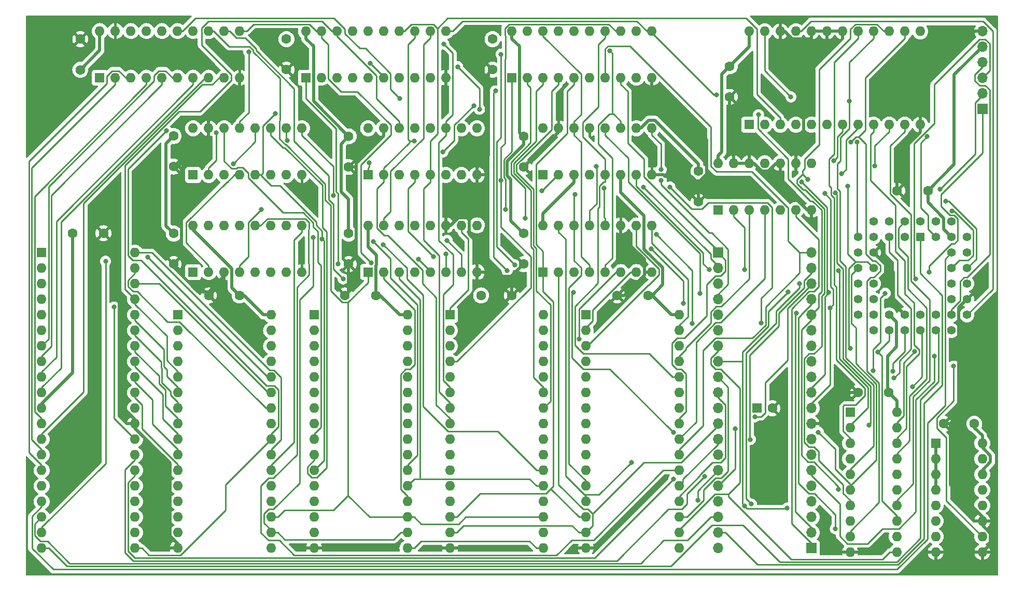
<source format=gbr>
%TF.GenerationSoftware,KiCad,Pcbnew,7.0.7*%
%TF.CreationDate,2024-06-12T19:49:09-05:00*%
%TF.ProjectId,Nabu_MEGAMAPPER,4e616275-5f4d-4454-9741-4d4150504552,rev?*%
%TF.SameCoordinates,Original*%
%TF.FileFunction,Copper,L2,Bot*%
%TF.FilePolarity,Positive*%
%FSLAX46Y46*%
G04 Gerber Fmt 4.6, Leading zero omitted, Abs format (unit mm)*
G04 Created by KiCad (PCBNEW 7.0.7) date 2024-06-12 19:49:09*
%MOMM*%
%LPD*%
G01*
G04 APERTURE LIST*
%TA.AperFunction,ComponentPad*%
%ADD10C,1.600000*%
%TD*%
%TA.AperFunction,ComponentPad*%
%ADD11R,1.600000X1.600000*%
%TD*%
%TA.AperFunction,ComponentPad*%
%ADD12O,1.600000X1.600000*%
%TD*%
%TA.AperFunction,ComponentPad*%
%ADD13C,1.422400*%
%TD*%
%TA.AperFunction,ComponentPad*%
%ADD14R,1.422400X1.422400*%
%TD*%
%TA.AperFunction,ComponentPad*%
%ADD15R,1.700000X1.700000*%
%TD*%
%TA.AperFunction,ComponentPad*%
%ADD16O,1.700000X1.700000*%
%TD*%
%TA.AperFunction,ViaPad*%
%ADD17C,0.800000*%
%TD*%
%TA.AperFunction,Conductor*%
%ADD18C,0.500000*%
%TD*%
%TA.AperFunction,Conductor*%
%ADD19C,0.250000*%
%TD*%
G04 APERTURE END LIST*
D10*
%TO.P,C20,2*%
%TO.N,GND*%
X191730000Y-123190000D03*
D11*
%TO.P,C20,1*%
%TO.N,+5V*%
X189230000Y-123190000D03*
%TD*%
D12*
%TO.P,U19,20,VCC*%
%TO.N,+5V*%
X81915000Y-61595000D03*
%TO.P,U19,19,CE*%
%TO.N,GND*%
X84455000Y-61595000D03*
%TO.P,U19,18,B0*%
%TO.N,/D0*%
X86995000Y-61595000D03*
%TO.P,U19,17,B1*%
%TO.N,/D1*%
X89535000Y-61595000D03*
%TO.P,U19,16,B2*%
%TO.N,/D2*%
X92075000Y-61595000D03*
%TO.P,U19,15,B3*%
%TO.N,/D3*%
X94615000Y-61595000D03*
%TO.P,U19,14,B4*%
%TO.N,/D4*%
X97155000Y-61595000D03*
%TO.P,U19,13,B5*%
%TO.N,/D5*%
X99695000Y-61595000D03*
%TO.P,U19,12,B6*%
%TO.N,/D6*%
X102235000Y-61595000D03*
%TO.P,U19,11,B7*%
%TO.N,/D7*%
X104775000Y-61595000D03*
%TO.P,U19,10,GND*%
%TO.N,GND*%
X104775000Y-69215000D03*
%TO.P,U19,9,A7*%
%TO.N,/UB_D7*%
X102235000Y-69215000D03*
%TO.P,U19,8,A6*%
%TO.N,/UB_D6*%
X99695000Y-69215000D03*
%TO.P,U19,7,A5*%
%TO.N,/UB_D5*%
X97155000Y-69215000D03*
%TO.P,U19,6,A4*%
%TO.N,/UB_D4*%
X94615000Y-69215000D03*
%TO.P,U19,5,A3*%
%TO.N,/UB_D3*%
X92075000Y-69215000D03*
%TO.P,U19,4,A2*%
%TO.N,/UB_D2*%
X89535000Y-69215000D03*
%TO.P,U19,3,A1*%
%TO.N,/UB_D1*%
X86995000Y-69215000D03*
%TO.P,U19,2,A0*%
%TO.N,/UB_D0*%
X84455000Y-69215000D03*
D11*
%TO.P,U19,1,A->B*%
%TO.N,/\u002ARD*%
X81915000Y-69215000D03*
%TD*%
%TO.P,U18,1,A18*%
%TO.N,/BNK5*%
X94650000Y-107950000D03*
D12*
%TO.P,U18,2,A16*%
%TO.N,/BNK2*%
X94650000Y-110490000D03*
%TO.P,U18,3,A14*%
%TO.N,/BNK0*%
X94650000Y-113030000D03*
%TO.P,U18,4,A12*%
%TO.N,/A12*%
X94650000Y-115570000D03*
%TO.P,U18,5,A7*%
%TO.N,/A7*%
X94650000Y-118110000D03*
%TO.P,U18,6,A6*%
%TO.N,/A6*%
X94650000Y-120650000D03*
%TO.P,U18,7,A5*%
%TO.N,/A5*%
X94650000Y-123190000D03*
%TO.P,U18,8,A4*%
%TO.N,/A4*%
X94650000Y-125730000D03*
%TO.P,U18,9,A3*%
%TO.N,/A3*%
X94650000Y-128270000D03*
%TO.P,U18,10,A2*%
%TO.N,/A2*%
X94650000Y-130810000D03*
%TO.P,U18,11,A1*%
%TO.N,/A1*%
X94650000Y-133350000D03*
%TO.P,U18,12,A0*%
%TO.N,/A0*%
X94650000Y-135890000D03*
%TO.P,U18,13,DQ0*%
%TO.N,/D0*%
X94650000Y-138430000D03*
%TO.P,U18,14,DQ1*%
%TO.N,/D1*%
X94650000Y-140970000D03*
%TO.P,U18,15,DQ2*%
%TO.N,/D2*%
X94650000Y-143510000D03*
%TO.P,U18,16,VSS*%
%TO.N,GND*%
X94650000Y-146050000D03*
%TO.P,U18,17,DQ3*%
%TO.N,/D3*%
X109890000Y-146050000D03*
%TO.P,U18,18,DQ4*%
%TO.N,/D4*%
X109890000Y-143510000D03*
%TO.P,U18,19,DQ5*%
%TO.N,/D5*%
X109890000Y-140970000D03*
%TO.P,U18,20,DQ6*%
%TO.N,/D6*%
X109890000Y-138430000D03*
%TO.P,U18,21,DQ7*%
%TO.N,/D7*%
X109890000Y-135890000D03*
%TO.P,U18,22,CE#*%
%TO.N,Net-(U14B-O3)*%
X109890000Y-133350000D03*
%TO.P,U18,23,A10*%
%TO.N,/A10*%
X109890000Y-130810000D03*
%TO.P,U18,24,OE#*%
%TO.N,/\u002ARD*%
X109890000Y-128270000D03*
%TO.P,U18,25,A11*%
%TO.N,/A11*%
X109890000Y-125730000D03*
%TO.P,U18,26,A9*%
%TO.N,/A9*%
X109890000Y-123190000D03*
%TO.P,U18,27,A8*%
%TO.N,/A8*%
X109890000Y-120650000D03*
%TO.P,U18,28,A13*%
%TO.N,/A13*%
X109890000Y-118110000D03*
%TO.P,U18,29,WE#*%
%TO.N,Net-(U15-WE#)*%
X109890000Y-115570000D03*
%TO.P,U18,30,A17*%
%TO.N,/BNK4*%
X109890000Y-113030000D03*
%TO.P,U18,31,A15*%
%TO.N,/BNK1*%
X109890000Y-110490000D03*
%TO.P,U18,32,VCC*%
%TO.N,+5V*%
X109890000Y-107950000D03*
%TD*%
%TO.P,U17,32,VCC*%
%TO.N,+5V*%
X132155000Y-107950000D03*
%TO.P,U17,31,A15*%
%TO.N,/BNK1*%
X132155000Y-110490000D03*
%TO.P,U17,30,A17*%
%TO.N,/BNK4*%
X132155000Y-113030000D03*
%TO.P,U17,29,WE#*%
%TO.N,Net-(U15-WE#)*%
X132155000Y-115570000D03*
%TO.P,U17,28,A13*%
%TO.N,/A13*%
X132155000Y-118110000D03*
%TO.P,U17,27,A8*%
%TO.N,/A8*%
X132155000Y-120650000D03*
%TO.P,U17,26,A9*%
%TO.N,/A9*%
X132155000Y-123190000D03*
%TO.P,U17,25,A11*%
%TO.N,/A11*%
X132155000Y-125730000D03*
%TO.P,U17,24,OE#*%
%TO.N,/\u002ARD*%
X132155000Y-128270000D03*
%TO.P,U17,23,A10*%
%TO.N,/A10*%
X132155000Y-130810000D03*
%TO.P,U17,22,CE#*%
%TO.N,Net-(U14B-O2)*%
X132155000Y-133350000D03*
%TO.P,U17,21,DQ7*%
%TO.N,/D7*%
X132155000Y-135890000D03*
%TO.P,U17,20,DQ6*%
%TO.N,/D6*%
X132155000Y-138430000D03*
%TO.P,U17,19,DQ5*%
%TO.N,/D5*%
X132155000Y-140970000D03*
%TO.P,U17,18,DQ4*%
%TO.N,/D4*%
X132155000Y-143510000D03*
%TO.P,U17,17,DQ3*%
%TO.N,/D3*%
X132155000Y-146050000D03*
%TO.P,U17,16,VSS*%
%TO.N,GND*%
X116915000Y-146050000D03*
%TO.P,U17,15,DQ2*%
%TO.N,/D2*%
X116915000Y-143510000D03*
%TO.P,U17,14,DQ1*%
%TO.N,/D1*%
X116915000Y-140970000D03*
%TO.P,U17,13,DQ0*%
%TO.N,/D0*%
X116915000Y-138430000D03*
%TO.P,U17,12,A0*%
%TO.N,/A0*%
X116915000Y-135890000D03*
%TO.P,U17,11,A1*%
%TO.N,/A1*%
X116915000Y-133350000D03*
%TO.P,U17,10,A2*%
%TO.N,/A2*%
X116915000Y-130810000D03*
%TO.P,U17,9,A3*%
%TO.N,/A3*%
X116915000Y-128270000D03*
%TO.P,U17,8,A4*%
%TO.N,/A4*%
X116915000Y-125730000D03*
%TO.P,U17,7,A5*%
%TO.N,/A5*%
X116915000Y-123190000D03*
%TO.P,U17,6,A6*%
%TO.N,/A6*%
X116915000Y-120650000D03*
%TO.P,U17,5,A7*%
%TO.N,/A7*%
X116915000Y-118110000D03*
%TO.P,U17,4,A12*%
%TO.N,/A12*%
X116915000Y-115570000D03*
%TO.P,U17,3,A14*%
%TO.N,/BNK0*%
X116915000Y-113030000D03*
%TO.P,U17,2,A16*%
%TO.N,/BNK2*%
X116915000Y-110490000D03*
D11*
%TO.P,U17,1,A18*%
%TO.N,/BNK5*%
X116915000Y-107950000D03*
%TD*%
D12*
%TO.P,U16,32,VCC*%
%TO.N,+5V*%
X154340000Y-107950000D03*
%TO.P,U16,31,A15*%
%TO.N,/BNK1*%
X154340000Y-110490000D03*
%TO.P,U16,30,A17*%
%TO.N,/BNK4*%
X154340000Y-113030000D03*
%TO.P,U16,29,WE#*%
%TO.N,Net-(U15-WE#)*%
X154340000Y-115570000D03*
%TO.P,U16,28,A13*%
%TO.N,/A13*%
X154340000Y-118110000D03*
%TO.P,U16,27,A8*%
%TO.N,/A8*%
X154340000Y-120650000D03*
%TO.P,U16,26,A9*%
%TO.N,/A9*%
X154340000Y-123190000D03*
%TO.P,U16,25,A11*%
%TO.N,/A11*%
X154340000Y-125730000D03*
%TO.P,U16,24,OE#*%
%TO.N,/\u002ARD*%
X154340000Y-128270000D03*
%TO.P,U16,23,A10*%
%TO.N,/A10*%
X154340000Y-130810000D03*
%TO.P,U16,22,CE#*%
%TO.N,Net-(U14B-O1)*%
X154340000Y-133350000D03*
%TO.P,U16,21,DQ7*%
%TO.N,/D7*%
X154340000Y-135890000D03*
%TO.P,U16,20,DQ6*%
%TO.N,/D6*%
X154340000Y-138430000D03*
%TO.P,U16,19,DQ5*%
%TO.N,/D5*%
X154340000Y-140970000D03*
%TO.P,U16,18,DQ4*%
%TO.N,/D4*%
X154340000Y-143510000D03*
%TO.P,U16,17,DQ3*%
%TO.N,/D3*%
X154340000Y-146050000D03*
%TO.P,U16,16,VSS*%
%TO.N,GND*%
X139100000Y-146050000D03*
%TO.P,U16,15,DQ2*%
%TO.N,/D2*%
X139100000Y-143510000D03*
%TO.P,U16,14,DQ1*%
%TO.N,/D1*%
X139100000Y-140970000D03*
%TO.P,U16,13,DQ0*%
%TO.N,/D0*%
X139100000Y-138430000D03*
%TO.P,U16,12,A0*%
%TO.N,/A0*%
X139100000Y-135890000D03*
%TO.P,U16,11,A1*%
%TO.N,/A1*%
X139100000Y-133350000D03*
%TO.P,U16,10,A2*%
%TO.N,/A2*%
X139100000Y-130810000D03*
%TO.P,U16,9,A3*%
%TO.N,/A3*%
X139100000Y-128270000D03*
%TO.P,U16,8,A4*%
%TO.N,/A4*%
X139100000Y-125730000D03*
%TO.P,U16,7,A5*%
%TO.N,/A5*%
X139100000Y-123190000D03*
%TO.P,U16,6,A6*%
%TO.N,/A6*%
X139100000Y-120650000D03*
%TO.P,U16,5,A7*%
%TO.N,/A7*%
X139100000Y-118110000D03*
%TO.P,U16,4,A12*%
%TO.N,/A12*%
X139100000Y-115570000D03*
%TO.P,U16,3,A14*%
%TO.N,/BNK0*%
X139100000Y-113030000D03*
%TO.P,U16,2,A16*%
%TO.N,/BNK2*%
X139100000Y-110490000D03*
D11*
%TO.P,U16,1,A18*%
%TO.N,/BNK5*%
X139100000Y-107950000D03*
%TD*%
D12*
%TO.P,U15,32,VCC*%
%TO.N,+5V*%
X176525000Y-107950000D03*
%TO.P,U15,31,A15*%
%TO.N,/BNK1*%
X176525000Y-110490000D03*
%TO.P,U15,30,A17*%
%TO.N,/BNK4*%
X176525000Y-113030000D03*
%TO.P,U15,29,WE#*%
%TO.N,Net-(U15-WE#)*%
X176525000Y-115570000D03*
%TO.P,U15,28,A13*%
%TO.N,/A13*%
X176525000Y-118110000D03*
%TO.P,U15,27,A8*%
%TO.N,/A8*%
X176525000Y-120650000D03*
%TO.P,U15,26,A9*%
%TO.N,/A9*%
X176525000Y-123190000D03*
%TO.P,U15,25,A11*%
%TO.N,/A11*%
X176525000Y-125730000D03*
%TO.P,U15,24,OE#*%
%TO.N,/\u002ARD*%
X176525000Y-128270000D03*
%TO.P,U15,23,A10*%
%TO.N,/A10*%
X176525000Y-130810000D03*
%TO.P,U15,22,CE#*%
%TO.N,Net-(U14B-O0)*%
X176525000Y-133350000D03*
%TO.P,U15,21,DQ7*%
%TO.N,/D7*%
X176525000Y-135890000D03*
%TO.P,U15,20,DQ6*%
%TO.N,/D6*%
X176525000Y-138430000D03*
%TO.P,U15,19,DQ5*%
%TO.N,/D5*%
X176525000Y-140970000D03*
%TO.P,U15,18,DQ4*%
%TO.N,/D4*%
X176525000Y-143510000D03*
%TO.P,U15,17,DQ3*%
%TO.N,/D3*%
X176525000Y-146050000D03*
%TO.P,U15,16,VSS*%
%TO.N,GND*%
X161285000Y-146050000D03*
%TO.P,U15,15,DQ2*%
%TO.N,/D2*%
X161285000Y-143510000D03*
%TO.P,U15,14,DQ1*%
%TO.N,/D1*%
X161285000Y-140970000D03*
%TO.P,U15,13,DQ0*%
%TO.N,/D0*%
X161285000Y-138430000D03*
%TO.P,U15,12,A0*%
%TO.N,/A0*%
X161285000Y-135890000D03*
%TO.P,U15,11,A1*%
%TO.N,/A1*%
X161285000Y-133350000D03*
%TO.P,U15,10,A2*%
%TO.N,/A2*%
X161285000Y-130810000D03*
%TO.P,U15,9,A3*%
%TO.N,/A3*%
X161285000Y-128270000D03*
%TO.P,U15,8,A4*%
%TO.N,/A4*%
X161285000Y-125730000D03*
%TO.P,U15,7,A5*%
%TO.N,/A5*%
X161285000Y-123190000D03*
%TO.P,U15,6,A6*%
%TO.N,/A6*%
X161285000Y-120650000D03*
%TO.P,U15,5,A7*%
%TO.N,/A7*%
X161285000Y-118110000D03*
%TO.P,U15,4,A12*%
%TO.N,/A12*%
X161285000Y-115570000D03*
%TO.P,U15,3,A14*%
%TO.N,/BNK0*%
X161285000Y-113030000D03*
%TO.P,U15,2,A16*%
%TO.N,/BNK2*%
X161285000Y-110490000D03*
D11*
%TO.P,U15,1,A18*%
%TO.N,/BNK5*%
X161285000Y-107950000D03*
%TD*%
%TO.P,U14,1,E*%
%TO.N,/\u002AADDR_RD*%
X97155000Y-100965000D03*
D12*
%TO.P,U14,2,A0*%
%TO.N,/SYS_A0*%
X99695000Y-100965000D03*
%TO.P,U14,3,A1*%
%TO.N,GND*%
X102235000Y-100965000D03*
%TO.P,U14,4,O0*%
%TO.N,/\u002ALA_OE*%
X104775000Y-100965000D03*
%TO.P,U14,5,O1*%
%TO.N,/\u002AUA_OE*%
X107315000Y-100965000D03*
%TO.P,U14,6,O2*%
%TO.N,unconnected-(U14A-O2-Pad6)*%
X109855000Y-100965000D03*
%TO.P,U14,7,O3*%
%TO.N,unconnected-(U14A-O3-Pad7)*%
X112395000Y-100965000D03*
%TO.P,U14,8,GND*%
%TO.N,GND*%
X114935000Y-100965000D03*
%TO.P,U14,9,O3*%
%TO.N,Net-(U14B-O3)*%
X114935000Y-93345000D03*
%TO.P,U14,10,O2*%
%TO.N,Net-(U14B-O2)*%
X112395000Y-93345000D03*
%TO.P,U14,11,O1*%
%TO.N,Net-(U14B-O1)*%
X109855000Y-93345000D03*
%TO.P,U14,12,O0*%
%TO.N,Net-(U14B-O0)*%
X107315000Y-93345000D03*
%TO.P,U14,13,A1*%
%TO.N,Net-(U14B-A1)*%
X104775000Y-93345000D03*
%TO.P,U14,14,A0*%
%TO.N,Net-(U14B-A0)*%
X102235000Y-93345000D03*
%TO.P,U14,15,E*%
%TO.N,/\u002AXMEM_SEL*%
X99695000Y-93345000D03*
%TO.P,U14,16,VCC*%
%TO.N,+5V*%
X97155000Y-93345000D03*
%TD*%
D13*
%TO.P,U13,44,M2*%
%TO.N,/A_CAPT*%
X215900000Y-92710000D03*
%TO.P,U13,43,M4*%
%TO.N,/\u002AINT*%
X218440000Y-95250000D03*
%TO.P,U13,42,I/O/GTS1*%
%TO.N,/A15*%
X218440000Y-92710000D03*
%TO.P,U13,41,VCC*%
%TO.N,+5V*%
X220980000Y-95250000D03*
%TO.P,U13,40,I/O/GTS2*%
%TO.N,/\u002ARFSH*%
X220980000Y-92710000D03*
%TO.P,U13,39,I/O/GSR*%
%TO.N,/\u002ARESET*%
X223520000Y-95250000D03*
%TO.P,U13,38,M7*%
%TO.N,/\u002ANMI*%
X220980000Y-97790000D03*
%TO.P,U13,37,M8*%
%TO.N,/TRANS_DIR*%
X223520000Y-97790000D03*
%TO.P,U13,36,M9*%
%TO.N,/\u002AXMEM_SEL*%
X220980000Y-100330000D03*
%TO.P,U13,35,M10*%
%TO.N,/\u002ABNK_WR*%
X223520000Y-100330000D03*
%TO.P,U13,34,M11*%
%TO.N,/\u002ASYS_IORQ*%
X220980000Y-102870000D03*
%TO.P,U13,33,M12*%
%TO.N,/A_TRANS*%
X223520000Y-102870000D03*
%TO.P,U13,32,VCCIO*%
%TO.N,+5V*%
X220980000Y-105410000D03*
%TO.P,U13,31,GND*%
%TO.N,GND*%
X223520000Y-105410000D03*
%TO.P,U13,30,TDO*%
%TO.N,Net-(J3-Pin_4)*%
X220980000Y-107950000D03*
%TO.P,U13,29,M13*%
%TO.N,/\u002ATT_WR*%
X223520000Y-107950000D03*
%TO.P,U13,28,M14*%
%TO.N,/\u002AADDR_WR*%
X220980000Y-110490000D03*
%TO.P,U13,27,M15*%
%TO.N,Net-(U12-Oa=b)*%
X218440000Y-107950000D03*
%TO.P,U13,26,M16*%
%TO.N,/\u002AIORQ*%
X218440000Y-110490000D03*
%TO.P,U13,25,M17*%
%TO.N,/A14*%
X215900000Y-107950000D03*
%TO.P,U13,24,M17*%
%TO.N,/D6*%
X215900000Y-110490000D03*
%TO.P,U13,23,GND*%
%TO.N,GND*%
X213360000Y-107950000D03*
%TO.P,U13,22,M16*%
%TO.N,/\u002ASYS_INT*%
X213360000Y-110490000D03*
%TO.P,U13,21,VCC*%
%TO.N,+5V*%
X210820000Y-107950000D03*
%TO.P,U13,20,M15*%
%TO.N,/D5*%
X210820000Y-110490000D03*
%TO.P,U13,19,M14*%
%TO.N,/SYS_A0*%
X208280000Y-107950000D03*
%TO.P,U13,18,M13*%
%TO.N,/D4*%
X208280000Y-110490000D03*
%TO.P,U13,17,TCK*%
%TO.N,Net-(J3-Pin_3)*%
X205740000Y-107950000D03*
%TO.P,U13,16,TMS*%
%TO.N,Net-(J3-Pin_2)*%
X208280000Y-105410000D03*
%TO.P,U13,15,TDI*%
%TO.N,Net-(J3-Pin_1)*%
X205740000Y-105410000D03*
%TO.P,U13,14,M12*%
%TO.N,/SYS_A1*%
X208280000Y-102870000D03*
%TO.P,U13,13,M11*%
%TO.N,/D3*%
X205740000Y-102870000D03*
%TO.P,U13,12,M10*%
%TO.N,/SYS_A2*%
X208280000Y-100330000D03*
%TO.P,U13,11,M9*%
%TO.N,/D2*%
X205740000Y-100330000D03*
%TO.P,U13,10,GND*%
%TO.N,GND*%
X208280000Y-97790000D03*
%TO.P,U13,9,M8*%
%TO.N,/\u002ARD*%
X205740000Y-97790000D03*
%TO.P,U13,8,M6*%
%TO.N,/D1*%
X208280000Y-95250000D03*
%TO.P,U13,7,I/O/GCK3*%
%TO.N,/\u002AMREQ*%
X205740000Y-95250000D03*
%TO.P,U13,6,I/O/GCK2*%
%TO.N,/\u002AWR*%
X208280000Y-92710000D03*
%TO.P,U13,5,I/O/GCK1*%
%TO.N,/\u002AM1*%
X210820000Y-95250000D03*
%TO.P,U13,4,M4*%
%TO.N,/\u002AADDR_RD*%
X210820000Y-92710000D03*
%TO.P,U13,3,M2*%
%TO.N,/D0*%
X213360000Y-95250000D03*
%TO.P,U13,2,M1*%
%TO.N,/D7*%
X213360000Y-92710000D03*
D14*
%TO.P,U13,1,M1*%
%TO.N,/\u002ASYS_MREQ*%
X215900000Y-95250000D03*
%TD*%
D11*
%TO.P,U12,1,B3*%
%TO.N,+5V*%
X218410000Y-128910000D03*
D12*
%TO.P,U12,2,Ia<b*%
X218410000Y-131450000D03*
%TO.P,U12,3,Ia=b*%
X218410000Y-133990000D03*
%TO.P,U12,4,Ia>b*%
X218410000Y-136530000D03*
%TO.P,U12,5,Oa>b*%
%TO.N,unconnected-(U12-Oa>b-Pad5)*%
X218410000Y-139070000D03*
%TO.P,U12,6,Oa=b*%
%TO.N,Net-(U12-Oa=b)*%
X218410000Y-141610000D03*
%TO.P,U12,7,Oa<b*%
%TO.N,unconnected-(U12-Oa<b-Pad7)*%
X218410000Y-144150000D03*
%TO.P,U12,8,GND*%
%TO.N,GND*%
X218410000Y-146690000D03*
%TO.P,U12,9,B0*%
X226030000Y-146690000D03*
%TO.P,U12,10,A0*%
%TO.N,/SYS_A7*%
X226030000Y-144150000D03*
%TO.P,U12,11,B1*%
%TO.N,GND*%
X226030000Y-141610000D03*
%TO.P,U12,12,A1*%
%TO.N,/SYS_A6*%
X226030000Y-139070000D03*
%TO.P,U12,13,A2*%
%TO.N,/SYS_A5*%
X226030000Y-136530000D03*
%TO.P,U12,14,B2*%
%TO.N,+5V*%
X226030000Y-133990000D03*
%TO.P,U12,15,A3*%
%TO.N,/SYS_A4*%
X226030000Y-131450000D03*
%TO.P,U12,16,VCC*%
%TO.N,+5V*%
X226030000Y-128910000D03*
%TD*%
D11*
%TO.P,U11,1,OE*%
%TO.N,/\u002ALA_OE*%
X149225000Y-69215000D03*
D12*
%TO.P,U11,2,O0*%
%TO.N,/D0*%
X151765000Y-69215000D03*
%TO.P,U11,3,D0*%
%TO.N,/A8*%
X154305000Y-69215000D03*
%TO.P,U11,4,D1*%
%TO.N,/A9*%
X156845000Y-69215000D03*
%TO.P,U11,5,O1*%
%TO.N,/D1*%
X159385000Y-69215000D03*
%TO.P,U11,6,O2*%
%TO.N,/D2*%
X161925000Y-69215000D03*
%TO.P,U11,7,D2*%
%TO.N,/A10*%
X164465000Y-69215000D03*
%TO.P,U11,8,D3*%
%TO.N,/A11*%
X167005000Y-69215000D03*
%TO.P,U11,9,O3*%
%TO.N,/D3*%
X169545000Y-69215000D03*
%TO.P,U11,10,GND*%
%TO.N,GND*%
X172085000Y-69215000D03*
%TO.P,U11,11,Cp*%
%TO.N,/\u002AADDR_WR*%
X172085000Y-61595000D03*
%TO.P,U11,12,O4*%
%TO.N,/D4*%
X169545000Y-61595000D03*
%TO.P,U11,13,D4*%
%TO.N,/A12*%
X167005000Y-61595000D03*
%TO.P,U11,14,D5*%
%TO.N,/A13*%
X164465000Y-61595000D03*
%TO.P,U11,15,O5*%
%TO.N,/D5*%
X161925000Y-61595000D03*
%TO.P,U11,16,O6*%
%TO.N,/D6*%
X159385000Y-61595000D03*
%TO.P,U11,17,D6*%
%TO.N,/A14*%
X156845000Y-61595000D03*
%TO.P,U11,18,D7*%
%TO.N,/A15*%
X154305000Y-61595000D03*
%TO.P,U11,19,O7*%
%TO.N,/D7*%
X151765000Y-61595000D03*
%TO.P,U11,20,VCC*%
%TO.N,+5V*%
X149225000Y-61595000D03*
%TD*%
D11*
%TO.P,U10,1,OE*%
%TO.N,/\u002AUA_OE*%
X115570000Y-69215000D03*
D12*
%TO.P,U10,2,O0*%
%TO.N,/D0*%
X118110000Y-69215000D03*
%TO.P,U10,3,D0*%
%TO.N,/A0*%
X120650000Y-69215000D03*
%TO.P,U10,4,D1*%
%TO.N,/A1*%
X123190000Y-69215000D03*
%TO.P,U10,5,O1*%
%TO.N,/D1*%
X125730000Y-69215000D03*
%TO.P,U10,6,O2*%
%TO.N,/D2*%
X128270000Y-69215000D03*
%TO.P,U10,7,D2*%
%TO.N,/A2*%
X130810000Y-69215000D03*
%TO.P,U10,8,D3*%
%TO.N,/A3*%
X133350000Y-69215000D03*
%TO.P,U10,9,O3*%
%TO.N,/D3*%
X135890000Y-69215000D03*
%TO.P,U10,10,GND*%
%TO.N,GND*%
X138430000Y-69215000D03*
%TO.P,U10,11,Cp*%
%TO.N,/\u002AADDR_WR*%
X138430000Y-61595000D03*
%TO.P,U10,12,O4*%
%TO.N,/D4*%
X135890000Y-61595000D03*
%TO.P,U10,13,D4*%
%TO.N,/A4*%
X133350000Y-61595000D03*
%TO.P,U10,14,D5*%
%TO.N,/A5*%
X130810000Y-61595000D03*
%TO.P,U10,15,O5*%
%TO.N,/D5*%
X128270000Y-61595000D03*
%TO.P,U10,16,O6*%
%TO.N,/D6*%
X125730000Y-61595000D03*
%TO.P,U10,17,D6*%
%TO.N,/A6*%
X123190000Y-61595000D03*
%TO.P,U10,18,D7*%
%TO.N,/A7*%
X120650000Y-61595000D03*
%TO.P,U10,19,O7*%
%TO.N,/D7*%
X118110000Y-61595000D03*
%TO.P,U10,20,VCC*%
%TO.N,+5V*%
X115570000Y-61595000D03*
%TD*%
D11*
%TO.P,U9,1,OEa*%
%TO.N,/\u002ATT_WR*%
X204430000Y-123825000D03*
D12*
%TO.P,U9,2,I0a*%
%TO.N,/D0*%
X204430000Y-126365000D03*
%TO.P,U9,3,O3b*%
%TO.N,/TRANS7*%
X204430000Y-128905000D03*
%TO.P,U9,4,I1a*%
%TO.N,/D1*%
X204430000Y-131445000D03*
%TO.P,U9,5,O2b*%
%TO.N,/TRANS6*%
X204430000Y-133985000D03*
%TO.P,U9,6,I2a*%
%TO.N,/D2*%
X204430000Y-136525000D03*
%TO.P,U9,7,O1b*%
%TO.N,/TRANS5*%
X204430000Y-139065000D03*
%TO.P,U9,8,I3a*%
%TO.N,/D3*%
X204430000Y-141605000D03*
%TO.P,U9,9,O0b*%
%TO.N,/TRANS4*%
X204430000Y-144145000D03*
%TO.P,U9,10,GND*%
%TO.N,GND*%
X204430000Y-146685000D03*
%TO.P,U9,11,I0b*%
%TO.N,/D4*%
X212050000Y-146685000D03*
%TO.P,U9,12,O3a*%
%TO.N,/TRANS3*%
X212050000Y-144145000D03*
%TO.P,U9,13,I1b*%
%TO.N,/D5*%
X212050000Y-141605000D03*
%TO.P,U9,14,O2a*%
%TO.N,/TRANS2*%
X212050000Y-139065000D03*
%TO.P,U9,15,I2b*%
%TO.N,/D6*%
X212050000Y-136525000D03*
%TO.P,U9,16,O1a*%
%TO.N,/TRANS1*%
X212050000Y-133985000D03*
%TO.P,U9,17,I3b*%
%TO.N,/D7*%
X212050000Y-131445000D03*
%TO.P,U9,18,O0a*%
%TO.N,/TRANS0*%
X212050000Y-128905000D03*
%TO.P,U9,19,OEb*%
%TO.N,/\u002ATT_WR*%
X212050000Y-126365000D03*
%TO.P,U9,20,VCC*%
%TO.N,+5V*%
X212050000Y-123825000D03*
%TD*%
D11*
%TO.P,U8,1,S*%
%TO.N,/A_CAPT*%
X154305000Y-85090000D03*
D12*
%TO.P,U8,2,I0a*%
%TO.N,/A12*%
X156845000Y-85090000D03*
%TO.P,U8,3,I1a*%
%TO.N,+5V*%
X159385000Y-85090000D03*
%TO.P,U8,4,Za*%
%TO.N,/SYS_A12*%
X161925000Y-85090000D03*
%TO.P,U8,5,I0b*%
%TO.N,/A13*%
X164465000Y-85090000D03*
%TO.P,U8,6,I1b*%
%TO.N,+5V*%
X167005000Y-85090000D03*
%TO.P,U8,7,Zb*%
%TO.N,/SYS_A13*%
X169545000Y-85090000D03*
%TO.P,U8,8,GND*%
%TO.N,GND*%
X172085000Y-85090000D03*
%TO.P,U8,9,Zc*%
%TO.N,/SYS_A14*%
X172085000Y-77470000D03*
%TO.P,U8,10,I1c*%
%TO.N,+5V*%
X169545000Y-77470000D03*
%TO.P,U8,11,I0c*%
%TO.N,/A14*%
X167005000Y-77470000D03*
%TO.P,U8,12,Zd*%
%TO.N,/SYS_A15*%
X164465000Y-77470000D03*
%TO.P,U8,13,I1d*%
%TO.N,GND*%
X161925000Y-77470000D03*
%TO.P,U8,14,I0d*%
%TO.N,/A15*%
X159385000Y-77470000D03*
%TO.P,U8,15,E*%
%TO.N,GND*%
X156845000Y-77470000D03*
%TO.P,U8,16,VCC*%
%TO.N,+5V*%
X154305000Y-77470000D03*
%TD*%
%TO.P,U7,16,VCC*%
%TO.N,+5V*%
X125730000Y-77470000D03*
%TO.P,U7,15,E*%
%TO.N,GND*%
X128270000Y-77470000D03*
%TO.P,U7,14,I0d*%
%TO.N,/A7*%
X130810000Y-77470000D03*
%TO.P,U7,13,I1d*%
%TO.N,/TRANS7*%
X133350000Y-77470000D03*
%TO.P,U7,12,Zd*%
%TO.N,/SYS_A7*%
X135890000Y-77470000D03*
%TO.P,U7,11,I0c*%
%TO.N,/A6*%
X138430000Y-77470000D03*
%TO.P,U7,10,I1c*%
%TO.N,/TRANS6*%
X140970000Y-77470000D03*
%TO.P,U7,9,Zc*%
%TO.N,/SYS_A6*%
X143510000Y-77470000D03*
%TO.P,U7,8,GND*%
%TO.N,GND*%
X143510000Y-85090000D03*
%TO.P,U7,7,Zb*%
%TO.N,/SYS_A5*%
X140970000Y-85090000D03*
%TO.P,U7,6,I1b*%
%TO.N,/TRANS5*%
X138430000Y-85090000D03*
%TO.P,U7,5,I0b*%
%TO.N,/A5*%
X135890000Y-85090000D03*
%TO.P,U7,4,Za*%
%TO.N,/SYS_A4*%
X133350000Y-85090000D03*
%TO.P,U7,3,I1a*%
%TO.N,/TRANS4*%
X130810000Y-85090000D03*
%TO.P,U7,2,I0a*%
%TO.N,/A4*%
X128270000Y-85090000D03*
D11*
%TO.P,U7,1,S*%
%TO.N,/A_TRANS*%
X125730000Y-85090000D03*
%TD*%
%TO.P,U6,1,S*%
%TO.N,/A_TRANS*%
X97155000Y-85090000D03*
D12*
%TO.P,U6,2,I0a*%
%TO.N,/A0*%
X99695000Y-85090000D03*
%TO.P,U6,3,I1a*%
%TO.N,/TRANS0*%
X102235000Y-85090000D03*
%TO.P,U6,4,Za*%
%TO.N,/SYS_A0*%
X104775000Y-85090000D03*
%TO.P,U6,5,I0b*%
%TO.N,/A1*%
X107315000Y-85090000D03*
%TO.P,U6,6,I1b*%
%TO.N,/TRANS1*%
X109855000Y-85090000D03*
%TO.P,U6,7,Zb*%
%TO.N,/SYS_A1*%
X112395000Y-85090000D03*
%TO.P,U6,8,GND*%
%TO.N,GND*%
X114935000Y-85090000D03*
%TO.P,U6,9,Zc*%
%TO.N,/SYS_A2*%
X114935000Y-77470000D03*
%TO.P,U6,10,I1c*%
%TO.N,/TRANS2*%
X112395000Y-77470000D03*
%TO.P,U6,11,I0c*%
%TO.N,/A2*%
X109855000Y-77470000D03*
%TO.P,U6,12,Zd*%
%TO.N,/SYS_A3*%
X107315000Y-77470000D03*
%TO.P,U6,13,I1d*%
%TO.N,/TRANS3*%
X104775000Y-77470000D03*
%TO.P,U6,14,I0d*%
%TO.N,/A3*%
X102235000Y-77470000D03*
%TO.P,U6,15,E*%
%TO.N,GND*%
X99695000Y-77470000D03*
%TO.P,U6,16,VCC*%
%TO.N,+5V*%
X97155000Y-77470000D03*
%TD*%
D11*
%TO.P,U5,1,A7*%
%TO.N,/A7*%
X187955000Y-76875000D03*
D12*
%TO.P,U5,2,A6*%
%TO.N,/A6*%
X190495000Y-76875000D03*
%TO.P,U5,3,A5*%
%TO.N,/A5*%
X193035000Y-76875000D03*
%TO.P,U5,4,A4*%
%TO.N,/A4*%
X195575000Y-76875000D03*
%TO.P,U5,5,A3*%
%TO.N,/A3*%
X198115000Y-76875000D03*
%TO.P,U5,6,A2*%
%TO.N,/A2*%
X200655000Y-76875000D03*
%TO.P,U5,7,A1*%
%TO.N,/A1*%
X203195000Y-76875000D03*
%TO.P,U5,8,A0*%
%TO.N,/A0*%
X205735000Y-76875000D03*
%TO.P,U5,9,D0*%
%TO.N,/TRANS0*%
X208275000Y-76875000D03*
%TO.P,U5,10,D1*%
%TO.N,/TRANS1*%
X210815000Y-76875000D03*
%TO.P,U5,11,D2*%
%TO.N,/TRANS2*%
X213355000Y-76875000D03*
%TO.P,U5,12,GND*%
%TO.N,GND*%
X215895000Y-76875000D03*
%TO.P,U5,13,D3*%
%TO.N,/TRANS3*%
X215895000Y-61635000D03*
%TO.P,U5,14,D4*%
%TO.N,/TRANS4*%
X213355000Y-61635000D03*
%TO.P,U5,15,D5*%
%TO.N,/TRANS5*%
X210815000Y-61635000D03*
%TO.P,U5,16,D6*%
%TO.N,/TRANS6*%
X208275000Y-61635000D03*
%TO.P,U5,17,D7*%
%TO.N,/TRANS7*%
X205735000Y-61635000D03*
%TO.P,U5,18,\u002ACS*%
%TO.N,GND*%
X203195000Y-61635000D03*
%TO.P,U5,19,A10*%
X200655000Y-61635000D03*
%TO.P,U5,20,\u002AOE*%
X198115000Y-61635000D03*
%TO.P,U5,21,\u002AWE*%
%TO.N,/\u002ATT_WR*%
X195575000Y-61635000D03*
%TO.P,U5,22,A9*%
%TO.N,GND*%
X193035000Y-61635000D03*
%TO.P,U5,23,A8*%
%TO.N,/TRANS_DIR*%
X190495000Y-61635000D03*
%TO.P,U5,24,VCC*%
%TO.N,+5V*%
X187955000Y-61635000D03*
%TD*%
D11*
%TO.P,U4,1,D2*%
%TO.N,/D5*%
X125730000Y-100955000D03*
D12*
%TO.P,U4,2,D3*%
%TO.N,/D6*%
X128270000Y-100955000D03*
%TO.P,U4,3,D4*%
%TO.N,/D7*%
X130810000Y-100955000D03*
%TO.P,U4,4,Rb*%
%TO.N,/A15*%
X133350000Y-100955000D03*
%TO.P,U4,5,Ra*%
%TO.N,/A14*%
X135890000Y-100955000D03*
%TO.P,U4,6,Q4*%
%TO.N,Net-(U4-Q4)*%
X138430000Y-100955000D03*
%TO.P,U4,7,Q3*%
%TO.N,Net-(U14B-A1)*%
X140970000Y-100955000D03*
%TO.P,U4,8,GND*%
%TO.N,GND*%
X143510000Y-100955000D03*
%TO.P,U4,9,Q2*%
%TO.N,Net-(U14B-A0)*%
X143510000Y-93335000D03*
%TO.P,U4,10,Q1*%
%TO.N,/BNK5*%
X140970000Y-93335000D03*
%TO.P,U4,11,~{Er}*%
%TO.N,GND*%
X138430000Y-93335000D03*
%TO.P,U4,12,~{Ew}*%
%TO.N,/\u002ABNK_WR*%
X135890000Y-93335000D03*
%TO.P,U4,13,Wb*%
%TO.N,/A1*%
X133350000Y-93335000D03*
%TO.P,U4,14,Wa*%
%TO.N,/A0*%
X130810000Y-93335000D03*
%TO.P,U4,15,D1*%
%TO.N,/D4*%
X128270000Y-93335000D03*
%TO.P,U4,16,VCC*%
%TO.N,+5V*%
X125730000Y-93335000D03*
%TD*%
D11*
%TO.P,U3,1,D2*%
%TO.N,/D1*%
X154305000Y-100955000D03*
D12*
%TO.P,U3,2,D3*%
%TO.N,/D2*%
X156845000Y-100955000D03*
%TO.P,U3,3,D4*%
%TO.N,/D3*%
X159385000Y-100955000D03*
%TO.P,U3,4,Rb*%
%TO.N,/A15*%
X161925000Y-100955000D03*
%TO.P,U3,5,Ra*%
%TO.N,/A14*%
X164465000Y-100955000D03*
%TO.P,U3,6,Q4*%
%TO.N,/BNK4*%
X167005000Y-100955000D03*
%TO.P,U3,7,Q3*%
%TO.N,/BNK2*%
X169545000Y-100955000D03*
%TO.P,U3,8,GND*%
%TO.N,GND*%
X172085000Y-100955000D03*
%TO.P,U3,9,Q2*%
%TO.N,/BNK1*%
X172085000Y-93335000D03*
%TO.P,U3,10,Q1*%
%TO.N,/BNK0*%
X169545000Y-93335000D03*
%TO.P,U3,11,~{Er}*%
%TO.N,GND*%
X167005000Y-93335000D03*
%TO.P,U3,12,~{Ew}*%
%TO.N,/\u002ABNK_WR*%
X164465000Y-93335000D03*
%TO.P,U3,13,Wb*%
%TO.N,/A1*%
X161925000Y-93335000D03*
%TO.P,U3,14,Wa*%
%TO.N,/A0*%
X159385000Y-93335000D03*
%TO.P,U3,15,D1*%
%TO.N,/D0*%
X156845000Y-93335000D03*
%TO.P,U3,16,VCC*%
%TO.N,+5V*%
X154305000Y-93335000D03*
%TD*%
D11*
%TO.P,U2,1*%
%TO.N,Net-(U4-Q4)*%
X182880000Y-90805000D03*
D12*
%TO.P,U2,2*%
%TO.N,/\u002AWR*%
X185420000Y-90805000D03*
%TO.P,U2,3*%
%TO.N,Net-(U15-WE#)*%
X187960000Y-90805000D03*
%TO.P,U2,4*%
%TO.N,/\u002ARD*%
X190500000Y-90805000D03*
%TO.P,U2,5*%
X193040000Y-90805000D03*
%TO.P,U2,6*%
%TO.N,Net-(J2-Pin_1)*%
X195580000Y-90805000D03*
%TO.P,U2,7,GND*%
%TO.N,GND*%
X198120000Y-90805000D03*
%TO.P,U2,8*%
%TO.N,unconnected-(U2-Pad8)*%
X198120000Y-83185000D03*
%TO.P,U2,9*%
%TO.N,GND*%
X195580000Y-83185000D03*
%TO.P,U2,10*%
X193040000Y-83185000D03*
%TO.P,U2,11*%
%TO.N,unconnected-(U2-Pad11)*%
X190500000Y-83185000D03*
%TO.P,U2,12*%
%TO.N,GND*%
X187960000Y-83185000D03*
%TO.P,U2,13*%
X185420000Y-83185000D03*
%TO.P,U2,14,VCC*%
%TO.N,+5V*%
X182880000Y-83185000D03*
%TD*%
%TO.P,U1,40,A10*%
%TO.N,/A10*%
X87670000Y-97790000D03*
%TO.P,U1,39,A9*%
%TO.N,/A9*%
X87670000Y-100330000D03*
%TO.P,U1,38,A8*%
%TO.N,/A8*%
X87670000Y-102870000D03*
%TO.P,U1,37,A7*%
%TO.N,/A7*%
X87670000Y-105410000D03*
%TO.P,U1,36,A6*%
%TO.N,/A6*%
X87670000Y-107950000D03*
%TO.P,U1,35,A5*%
%TO.N,/A5*%
X87670000Y-110490000D03*
%TO.P,U1,34,A4*%
%TO.N,/A4*%
X87670000Y-113030000D03*
%TO.P,U1,33,A3*%
%TO.N,/A3*%
X87670000Y-115570000D03*
%TO.P,U1,32,A2*%
%TO.N,/A2*%
X87670000Y-118110000D03*
%TO.P,U1,31,A1*%
%TO.N,/A1*%
X87670000Y-120650000D03*
%TO.P,U1,30,A0*%
%TO.N,/A0*%
X87670000Y-123190000D03*
%TO.P,U1,29,GND*%
%TO.N,GND*%
X87670000Y-125730000D03*
%TO.P,U1,28,~{RFSH}*%
%TO.N,/\u002ARFSH*%
X87670000Y-128270000D03*
%TO.P,U1,27,~{M1}*%
%TO.N,/\u002AM1*%
X87670000Y-130810000D03*
%TO.P,U1,26,~{RESET}*%
%TO.N,/\u002ARESET*%
X87670000Y-133350000D03*
%TO.P,U1,25,~{BUSRQ}*%
%TO.N,/\u002ABUSRQ*%
X87670000Y-135890000D03*
%TO.P,U1,24,~{WAIT}*%
%TO.N,/\u002AWAIT*%
X87670000Y-138430000D03*
%TO.P,U1,23,~{BUSACK}*%
%TO.N,/\u002ABUSAK*%
X87670000Y-140970000D03*
%TO.P,U1,22,~{WR}*%
%TO.N,/\u002AWR*%
X87670000Y-143510000D03*
%TO.P,U1,21,~{RD}*%
%TO.N,/\u002ARD*%
X87670000Y-146050000D03*
%TO.P,U1,20,~{IORQ}*%
%TO.N,/\u002AIORQ*%
X72430000Y-146050000D03*
%TO.P,U1,19,~{MREQ}*%
%TO.N,/\u002AMREQ*%
X72430000Y-143510000D03*
%TO.P,U1,18,~{HALT}*%
%TO.N,/\u002AHALT*%
X72430000Y-140970000D03*
%TO.P,U1,17,~{NMI}*%
%TO.N,/\u002ANMI*%
X72430000Y-138430000D03*
%TO.P,U1,16,~{INT}*%
%TO.N,/\u002AINT*%
X72430000Y-135890000D03*
%TO.P,U1,15,D1*%
%TO.N,/UB_D1*%
X72430000Y-133350000D03*
%TO.P,U1,14,D0*%
%TO.N,/UB_D0*%
X72430000Y-130810000D03*
%TO.P,U1,13,D7*%
%TO.N,/UB_D7*%
X72430000Y-128270000D03*
%TO.P,U1,12,D2*%
%TO.N,/UB_D2*%
X72430000Y-125730000D03*
%TO.P,U1,11,VCC*%
%TO.N,+5V*%
X72430000Y-123190000D03*
%TO.P,U1,10,D6*%
%TO.N,/UB_D6*%
X72430000Y-120650000D03*
%TO.P,U1,9,D5*%
%TO.N,/UB_D5*%
X72430000Y-118110000D03*
%TO.P,U1,8,D3*%
%TO.N,/UB_D3*%
X72430000Y-115570000D03*
%TO.P,U1,7,D4*%
%TO.N,/UB_D4*%
X72430000Y-113030000D03*
%TO.P,U1,6,~{CLK}*%
%TO.N,/CLK*%
X72430000Y-110490000D03*
%TO.P,U1,5,A15*%
%TO.N,/A15*%
X72430000Y-107950000D03*
%TO.P,U1,4,A14*%
%TO.N,/A14*%
X72430000Y-105410000D03*
%TO.P,U1,3,A13*%
%TO.N,/A13*%
X72430000Y-102870000D03*
%TO.P,U1,2,A12*%
%TO.N,/A12*%
X72430000Y-100330000D03*
D11*
%TO.P,U1,1,A11*%
%TO.N,/A11*%
X72430000Y-97790000D03*
%TD*%
D15*
%TO.P,J3,1,Pin_1*%
%TO.N,Net-(J3-Pin_1)*%
X226060000Y-74295000D03*
D16*
%TO.P,J3,2,Pin_2*%
%TO.N,Net-(J3-Pin_2)*%
X226060000Y-71755000D03*
%TO.P,J3,3,Pin_3*%
%TO.N,Net-(J3-Pin_3)*%
X226060000Y-69215000D03*
%TO.P,J3,4,Pin_4*%
%TO.N,Net-(J3-Pin_4)*%
X226060000Y-66675000D03*
%TO.P,J3,5,Pin_5*%
%TO.N,+5V*%
X226060000Y-64135000D03*
%TO.P,J3,6,Pin_6*%
%TO.N,GND*%
X226060000Y-61595000D03*
%TD*%
D15*
%TO.P,J2,1,Pin_1*%
%TO.N,Net-(J2-Pin_1)*%
X198120000Y-146050000D03*
D16*
%TO.P,J2,2,Pin_2*%
%TO.N,/\u002AWR*%
X198120000Y-143510000D03*
%TO.P,J2,3,Pin_3*%
%TO.N,/\u002ABUSAK*%
X198120000Y-140970000D03*
%TO.P,J2,4,Pin_4*%
%TO.N,/\u002AWAIT*%
X198120000Y-138430000D03*
%TO.P,J2,5,Pin_5*%
%TO.N,/\u002ABUSRQ*%
X198120000Y-135890000D03*
%TO.P,J2,6,Pin_6*%
%TO.N,/\u002ARESET*%
X198120000Y-133350000D03*
%TO.P,J2,7,Pin_7*%
%TO.N,/\u002AM1*%
X198120000Y-130810000D03*
%TO.P,J2,8,Pin_8*%
%TO.N,/\u002ARFSH*%
X198120000Y-128270000D03*
%TO.P,J2,9,Pin_9*%
%TO.N,GND*%
X198120000Y-125730000D03*
%TO.P,J2,10,Pin_10*%
%TO.N,/SYS_A0*%
X198120000Y-123190000D03*
%TO.P,J2,11,Pin_11*%
%TO.N,/SYS_A1*%
X198120000Y-120650000D03*
%TO.P,J2,12,Pin_12*%
%TO.N,/SYS_A2*%
X198120000Y-118110000D03*
%TO.P,J2,13,Pin_13*%
%TO.N,/SYS_A3*%
X198120000Y-115570000D03*
%TO.P,J2,14,Pin_14*%
%TO.N,/SYS_A4*%
X198120000Y-113030000D03*
%TO.P,J2,15,Pin_15*%
%TO.N,/SYS_A5*%
X198120000Y-110490000D03*
%TO.P,J2,16,Pin_16*%
%TO.N,/SYS_A6*%
X198120000Y-107950000D03*
%TO.P,J2,17,Pin_17*%
%TO.N,/SYS_A7*%
X198120000Y-105410000D03*
%TO.P,J2,18,Pin_18*%
%TO.N,/A8*%
X198120000Y-102870000D03*
%TO.P,J2,19,Pin_19*%
%TO.N,/A9*%
X198120000Y-100330000D03*
%TO.P,J2,20,Pin_20*%
%TO.N,/A10*%
X198120000Y-97790000D03*
%TD*%
D15*
%TO.P,J1,1,Pin_1*%
%TO.N,/A11*%
X182880000Y-97790000D03*
D16*
%TO.P,J1,2,Pin_2*%
%TO.N,/SYS_A12*%
X182880000Y-100330000D03*
%TO.P,J1,3,Pin_3*%
%TO.N,/SYS_A13*%
X182880000Y-102870000D03*
%TO.P,J1,4,Pin_4*%
%TO.N,/SYS_A14*%
X182880000Y-105410000D03*
%TO.P,J1,5,Pin_5*%
%TO.N,/SYS_A15*%
X182880000Y-107950000D03*
%TO.P,J1,6,Pin_6*%
%TO.N,/CLK*%
X182880000Y-110490000D03*
%TO.P,J1,7,Pin_7*%
%TO.N,/D4*%
X182880000Y-113030000D03*
%TO.P,J1,8,Pin_8*%
%TO.N,/D3*%
X182880000Y-115570000D03*
%TO.P,J1,9,Pin_9*%
%TO.N,/D5*%
X182880000Y-118110000D03*
%TO.P,J1,10,Pin_10*%
%TO.N,/D6*%
X182880000Y-120650000D03*
%TO.P,J1,11,Pin_11*%
%TO.N,+5V*%
X182880000Y-123190000D03*
%TO.P,J1,12,Pin_12*%
%TO.N,/D2*%
X182880000Y-125730000D03*
%TO.P,J1,13,Pin_13*%
%TO.N,/D7*%
X182880000Y-128270000D03*
%TO.P,J1,14,Pin_14*%
%TO.N,/D0*%
X182880000Y-130810000D03*
%TO.P,J1,15,Pin_15*%
%TO.N,/D1*%
X182880000Y-133350000D03*
%TO.P,J1,16,Pin_16*%
%TO.N,/\u002ASYS_INT*%
X182880000Y-135890000D03*
%TO.P,J1,17,Pin_17*%
%TO.N,unconnected-(J1-Pin_17-Pad17)*%
X182880000Y-138430000D03*
%TO.P,J1,18,Pin_18*%
%TO.N,/\u002AHALT*%
X182880000Y-140970000D03*
%TO.P,J1,19,Pin_19*%
%TO.N,/\u002ASYS_MREQ*%
X182880000Y-143510000D03*
%TO.P,J1,20,Pin_20*%
%TO.N,/\u002ASYS_IORQ*%
X182880000Y-146050000D03*
%TD*%
D10*
%TO.P,C19,2*%
%TO.N,GND*%
X78735000Y-62915000D03*
%TO.P,C19,1*%
%TO.N,+5V*%
X78735000Y-67915000D03*
%TD*%
%TO.P,C18,2*%
%TO.N,GND*%
X99735000Y-104775000D03*
%TO.P,C18,1*%
%TO.N,+5V*%
X104735000Y-104775000D03*
%TD*%
%TO.P,C17,1*%
%TO.N,+5V*%
X126960000Y-104775000D03*
%TO.P,C17,2*%
%TO.N,GND*%
X121960000Y-104775000D03*
%TD*%
%TO.P,C16,2*%
%TO.N,GND*%
X149185000Y-104775000D03*
%TO.P,C16,1*%
%TO.N,+5V*%
X144185000Y-104775000D03*
%TD*%
%TO.P,C15,2*%
%TO.N,GND*%
X166410000Y-104775000D03*
%TO.P,C15,1*%
%TO.N,+5V*%
X171410000Y-104775000D03*
%TD*%
%TO.P,C14,2*%
%TO.N,GND*%
X93980000Y-99655000D03*
%TO.P,C14,1*%
%TO.N,+5V*%
X93980000Y-94655000D03*
%TD*%
%TO.P,C13,1*%
%TO.N,+5V*%
X217130000Y-87670000D03*
%TO.P,C13,2*%
%TO.N,GND*%
X212130000Y-87670000D03*
%TD*%
%TO.P,C12,2*%
%TO.N,GND*%
X219710000Y-125735000D03*
%TO.P,C12,1*%
%TO.N,+5V*%
X224710000Y-125735000D03*
%TD*%
%TO.P,C11,1*%
%TO.N,+5V*%
X146050000Y-62905000D03*
%TO.P,C11,2*%
%TO.N,GND*%
X146050000Y-67905000D03*
%TD*%
%TO.P,C10,2*%
%TO.N,GND*%
X112395000Y-67905000D03*
%TO.P,C10,1*%
%TO.N,+5V*%
X112395000Y-62905000D03*
%TD*%
%TO.P,C9,1*%
%TO.N,+5V*%
X210740000Y-120650000D03*
%TO.P,C9,2*%
%TO.N,GND*%
X205740000Y-120650000D03*
%TD*%
%TO.P,C8,2*%
%TO.N,GND*%
X151130000Y-83820000D03*
%TO.P,C8,1*%
%TO.N,+5V*%
X151130000Y-78820000D03*
%TD*%
%TO.P,C7,1*%
%TO.N,+5V*%
X122555000Y-78790000D03*
%TO.P,C7,2*%
%TO.N,GND*%
X122555000Y-83790000D03*
%TD*%
%TO.P,C6,2*%
%TO.N,GND*%
X93980000Y-83725000D03*
%TO.P,C6,1*%
%TO.N,+5V*%
X93980000Y-78725000D03*
%TD*%
%TO.P,C5,1*%
%TO.N,+5V*%
X184785000Y-67350000D03*
%TO.P,C5,2*%
%TO.N,GND*%
X184785000Y-72350000D03*
%TD*%
%TO.P,C4,2*%
%TO.N,GND*%
X122555000Y-99655000D03*
%TO.P,C4,1*%
%TO.N,+5V*%
X122555000Y-94655000D03*
%TD*%
%TO.P,C3,2*%
%TO.N,GND*%
X151115000Y-99655000D03*
%TO.P,C3,1*%
%TO.N,+5V*%
X151115000Y-94655000D03*
%TD*%
%TO.P,C2,2*%
%TO.N,GND*%
X179705000Y-89495000D03*
%TO.P,C2,1*%
%TO.N,+5V*%
X179705000Y-84495000D03*
%TD*%
%TO.P,C1,2*%
%TO.N,GND*%
X82510000Y-94615000D03*
%TO.P,C1,1*%
%TO.N,+5V*%
X77510000Y-94615000D03*
%TD*%
D17*
%TO.N,Net-(U14B-O1)*%
X128206700Y-96449200D03*
%TO.N,Net-(U14B-O2)*%
X126591000Y-95968700D03*
%TO.N,/\u002AXMEM_SEL*%
X221068900Y-90945400D03*
%TO.N,/\u002ALA_OE*%
X148156500Y-90764800D03*
X108249000Y-90764800D03*
%TO.N,/\u002AADDR_WR*%
X182607900Y-71993200D03*
%TO.N,/\u002AUA_OE*%
X120792100Y-99586400D03*
%TO.N,/A_TRANS*%
X125898700Y-83114300D03*
%TO.N,/TRANS_DIR*%
X194772700Y-72348100D03*
%TO.N,/\u002ATT_WR*%
X214981300Y-113962700D03*
%TO.N,/TRANS6*%
X204323000Y-73073400D03*
%TO.N,/TRANS5*%
X197489500Y-85817900D03*
%TO.N,/TRANS4*%
X204530700Y-79742100D03*
%TO.N,/TRANS3*%
X106231500Y-64980500D03*
%TO.N,/TRANS2*%
X112543100Y-79452000D03*
%TO.N,/TRANS1*%
X202051400Y-88053200D03*
X207536300Y-125990600D03*
X208480500Y-83624400D03*
%TO.N,Net-(U14B-A1)*%
X138614300Y-95777400D03*
%TO.N,/\u002ABNK_WR*%
X220038900Y-89409500D03*
X164235700Y-87240200D03*
%TO.N,/BNK4*%
X160220400Y-111935700D03*
%TO.N,Net-(U4-Q4)*%
X138430000Y-97997000D03*
%TO.N,/A6*%
X138094700Y-63732600D03*
%TO.N,/A4*%
X133276800Y-79527300D03*
%TO.N,/A2*%
X140364300Y-67415900D03*
X143915000Y-74355800D03*
%TO.N,/A1*%
X162980700Y-83707600D03*
X201767600Y-82773400D03*
X110609000Y-75095600D03*
X118215500Y-95532900D03*
%TO.N,/A0*%
X159523000Y-88241300D03*
X203070500Y-84918800D03*
X100965000Y-78200400D03*
%TO.N,/\u002AMREQ*%
X82850000Y-99186300D03*
X205581700Y-79684700D03*
%TO.N,/\u002AINT*%
X137954300Y-81343600D03*
X142963500Y-73762000D03*
X217043300Y-78827900D03*
%TO.N,/A14*%
X165223500Y-64799900D03*
X133944000Y-98827700D03*
%TO.N,/A13*%
X89770500Y-98547700D03*
%TO.N,/A12*%
X147422800Y-86018800D03*
X154136900Y-87692500D03*
%TO.N,Net-(J3-Pin_3)*%
X215131700Y-102077500D03*
%TO.N,Net-(J3-Pin_2)*%
X219118700Y-87454700D03*
%TO.N,Net-(J3-Pin_1)*%
X217329500Y-100986400D03*
%TO.N,/A9*%
X188152900Y-128281300D03*
%TO.N,/A8*%
X188856000Y-124601400D03*
%TO.N,/SYS_A7*%
X221353800Y-116327200D03*
X202014600Y-142880000D03*
%TO.N,/SYS_A6*%
X202543200Y-136491000D03*
X189482600Y-75256500D03*
%TO.N,/SYS_A5*%
X189915500Y-109297200D03*
X175004900Y-87059900D03*
%TO.N,/SYS_A4*%
X177223600Y-106012300D03*
X171973400Y-97169400D03*
X136413300Y-98432200D03*
%TO.N,/SYS_A3*%
X178689800Y-109393700D03*
X103701100Y-83266900D03*
X172824500Y-94818200D03*
%TO.N,/SYS_A2*%
X204048800Y-86954300D03*
X120044900Y-88406700D03*
X204452600Y-113426000D03*
%TO.N,/SYS_A1*%
X200951700Y-104273900D03*
X196484100Y-86210100D03*
%TO.N,/SYS_A0*%
X201162500Y-106795500D03*
X200343600Y-88142300D03*
%TO.N,/\u002ARFSH*%
X175586400Y-127144600D03*
X159267600Y-104309000D03*
X84239000Y-106680000D03*
X208217400Y-117101100D03*
X210160700Y-104403600D03*
%TO.N,/\u002AM1*%
X180668900Y-134361000D03*
X211622400Y-118264300D03*
%TO.N,/\u002ARESET*%
X175638300Y-134764600D03*
X218174400Y-114689100D03*
%TO.N,/\u002AWR*%
X195630500Y-107693300D03*
X187218200Y-100563000D03*
%TO.N,/\u002ARD*%
X92784800Y-77871900D03*
%TO.N,/\u002ASYS_IORQ*%
X188314900Y-138841300D03*
X196188200Y-102823800D03*
%TO.N,/\u002ASYS_INT*%
X185687200Y-126534200D03*
X211412300Y-117137600D03*
%TO.N,/D1*%
X179539900Y-138230300D03*
%TO.N,/D0*%
X202551600Y-100759500D03*
X168719300Y-132006100D03*
X151350100Y-92138000D03*
%TO.N,/D7*%
X126256100Y-99408900D03*
%TO.N,/D2*%
X126087400Y-66853900D03*
X149685600Y-99773300D03*
X147436600Y-65385600D03*
X199257800Y-127094600D03*
%TO.N,/D6*%
X121658000Y-102080400D03*
X214618400Y-119648700D03*
%TO.N,/D5*%
X208968500Y-114029400D03*
%TO.N,/D3*%
X130938700Y-72646200D03*
X194294600Y-104194400D03*
X187191500Y-139147100D03*
X194154600Y-139501600D03*
X148427100Y-100742700D03*
X146520600Y-71351800D03*
%TO.N,/D4*%
X116749900Y-95292400D03*
%TO.N,/SYS_A15*%
X179915600Y-104437700D03*
%TO.N,/SYS_A14*%
X173608700Y-85957000D03*
X173576200Y-84230300D03*
%TO.N,/SYS_A13*%
X181413000Y-100569200D03*
%TO.N,/SYS_A12*%
X170714600Y-87060800D03*
%TD*%
D18*
%TO.N,GND*%
X102235000Y-101650700D02*
X99735000Y-104150700D01*
X102235000Y-100965000D02*
X102235000Y-101650700D01*
%TO.N,+5V*%
X103505000Y-103545000D02*
X104735000Y-104775000D01*
X103505000Y-100401400D02*
X103505000Y-103545000D01*
X97155000Y-94051400D02*
X103505000Y-100401400D01*
X97155000Y-93345000D02*
X97155000Y-94051400D01*
D19*
%TO.N,Net-(U14B-O0)*%
X173876300Y-133350000D02*
X176525000Y-133350000D01*
X162520200Y-144706100D02*
X173876300Y-133350000D01*
X158989100Y-144706100D02*
X162520200Y-144706100D01*
X113651200Y-147198800D02*
X156496400Y-147198800D01*
X111232400Y-144780000D02*
X113651200Y-147198800D01*
X109503400Y-144780000D02*
X111232400Y-144780000D01*
X108247100Y-143523700D02*
X109503400Y-144780000D01*
X108247100Y-135864600D02*
X108247100Y-143523700D01*
X110262900Y-134620000D02*
X109491700Y-134620000D01*
X156496400Y-147198800D02*
X158989100Y-144706100D01*
X114115400Y-130767500D02*
X110262900Y-134620000D01*
X114115400Y-103430300D02*
X114115400Y-130767500D01*
X116109600Y-101436100D02*
X114115400Y-103430300D01*
X116109600Y-99616700D02*
X116109600Y-101436100D01*
X116075000Y-93967200D02*
X116009700Y-94032500D01*
X116009700Y-94032500D02*
X116009700Y-99516800D01*
X116075000Y-92843400D02*
X116075000Y-93967200D01*
X115449600Y-92218000D02*
X116075000Y-92843400D01*
X109286000Y-92218000D02*
X115449600Y-92218000D01*
X108159000Y-93345000D02*
X109286000Y-92218000D01*
X109491700Y-134620000D02*
X108247100Y-135864600D01*
X107315000Y-93345000D02*
X108159000Y-93345000D01*
X116009700Y-99516800D02*
X116109600Y-99616700D01*
%TO.N,/A14*%
X135890000Y-100773700D02*
X133944000Y-98827700D01*
X135890000Y-100955000D02*
X135890000Y-100773700D01*
D18*
%TO.N,GND*%
X140466200Y-92068700D02*
X142240000Y-92068700D01*
X139199900Y-93335000D02*
X140466200Y-92068700D01*
X138430000Y-93335000D02*
X139199900Y-93335000D01*
D19*
%TO.N,/BNK2*%
X168600200Y-100955000D02*
X169545000Y-100955000D01*
X162410300Y-107144900D02*
X168600200Y-100955000D01*
X162410300Y-108942800D02*
X162410300Y-107144900D01*
X161285000Y-110068100D02*
X162410300Y-108942800D01*
X161285000Y-110490000D02*
X161285000Y-110068100D01*
%TO.N,/BNK4*%
X160159600Y-111874900D02*
X160220400Y-111935700D01*
X166204500Y-100955000D02*
X160159600Y-106999900D01*
X167005000Y-100955000D02*
X166204500Y-100955000D01*
X160159600Y-106999900D02*
X160159600Y-111874900D01*
%TO.N,/A12*%
X154136900Y-87692500D02*
X156739400Y-85090000D01*
X156739400Y-85090000D02*
X156845000Y-85090000D01*
D18*
%TO.N,GND*%
X156845000Y-77470000D02*
X156845000Y-78105000D01*
X156845000Y-78105000D02*
X151130000Y-83820000D01*
%TO.N,+5V*%
X171539300Y-76182100D02*
X170251400Y-77470000D01*
X179705000Y-83303000D02*
X172584100Y-76182100D01*
X170251400Y-77470000D02*
X169545000Y-77470000D01*
X179705000Y-84495000D02*
X179705000Y-83303000D01*
X172584100Y-76182100D02*
X171539300Y-76182100D01*
D19*
%TO.N,/SYS_A0*%
X102664700Y-86215300D02*
X96002000Y-92878000D01*
X96002000Y-92878000D02*
X96002000Y-96146700D01*
X99695000Y-99839700D02*
X99695000Y-100965000D01*
X102787900Y-86215300D02*
X102664700Y-86215300D01*
X96002000Y-96146700D02*
X99695000Y-99839700D01*
X103913200Y-85090000D02*
X102787900Y-86215300D01*
X104775000Y-85090000D02*
X103913200Y-85090000D01*
%TO.N,/UB_D7*%
X101391100Y-69215000D02*
X102235000Y-69215000D01*
X98653800Y-70340300D02*
X100265800Y-70340300D01*
X79288800Y-89705300D02*
X98653800Y-70340300D01*
X72430000Y-127426000D02*
X79288800Y-120567200D01*
X100265800Y-70340300D02*
X101391100Y-69215000D01*
X72430000Y-128270000D02*
X72430000Y-127426000D01*
X79288800Y-120567200D02*
X79288800Y-89705300D01*
%TO.N,/UB_D6*%
X99140200Y-69215000D02*
X99695000Y-69215000D01*
X75608600Y-116627400D02*
X75608600Y-92746600D01*
X75608600Y-92746600D02*
X99140200Y-69215000D01*
X72430000Y-119806000D02*
X75608600Y-116627400D01*
X72430000Y-120650000D02*
X72430000Y-119806000D01*
%TO.N,/UB_D4*%
X92645800Y-68089700D02*
X93771100Y-69215000D01*
X91568600Y-68089700D02*
X92645800Y-68089700D01*
X90805000Y-69745200D02*
X90805000Y-68853300D01*
X90805000Y-68853300D02*
X91568600Y-68089700D01*
X73555300Y-111904700D02*
X73555300Y-86994900D01*
X72430000Y-113030000D02*
X73555300Y-111904700D01*
X73555300Y-86994900D02*
X90805000Y-69745200D01*
X93771100Y-69215000D02*
X94615000Y-69215000D01*
%TO.N,/UB_D1*%
X86151100Y-69215000D02*
X86995000Y-69215000D01*
X83940100Y-68089700D02*
X85025800Y-68089700D01*
X85025800Y-68089700D02*
X86151100Y-69215000D01*
X83040400Y-70153100D02*
X83040400Y-68989400D01*
X70325700Y-130401700D02*
X70325700Y-82867800D01*
X72430000Y-132506000D02*
X70325700Y-130401700D01*
X83040400Y-68989400D02*
X83940100Y-68089700D01*
X72430000Y-133350000D02*
X72430000Y-132506000D01*
X70325700Y-82867800D02*
X83040400Y-70153100D01*
%TO.N,/D3*%
X129395400Y-68520300D02*
X129395400Y-71102900D01*
X124352700Y-64424400D02*
X125299500Y-64424400D01*
X125299500Y-64424400D02*
X129395400Y-68520300D01*
X121920000Y-61262900D02*
X121920000Y-61991700D01*
X120182400Y-59525300D02*
X121920000Y-61262900D01*
X97528700Y-59525300D02*
X120182400Y-59525300D01*
X95459000Y-61595000D02*
X97528700Y-59525300D01*
X129395400Y-71102900D02*
X130938700Y-72646200D01*
X121920000Y-61991700D02*
X124352700Y-64424400D01*
X94615000Y-61595000D02*
X95459000Y-61595000D01*
%TO.N,/D5*%
X121492000Y-105901900D02*
X122466500Y-105901900D01*
X119616400Y-90087500D02*
X119616400Y-104026300D01*
X118703500Y-89174600D02*
X119616400Y-90087500D01*
X119616400Y-104026300D02*
X121492000Y-105901900D01*
X118703500Y-86550000D02*
X118703500Y-89174600D01*
X112330800Y-80177300D02*
X118703500Y-86550000D01*
X112242700Y-80177300D02*
X112330800Y-80177300D01*
X111269500Y-79204100D02*
X112242700Y-80177300D01*
X111269500Y-76236000D02*
X111269500Y-79204100D01*
X111337000Y-69342000D02*
X111337000Y-76168500D01*
X106956800Y-64961800D02*
X111337000Y-69342000D01*
X106381900Y-64105100D02*
X106956800Y-64680000D01*
X103049100Y-64105100D02*
X106381900Y-64105100D01*
X111337000Y-76168500D02*
X111269500Y-76236000D01*
X106956800Y-64680000D02*
X106956800Y-64961800D01*
X99695000Y-61595000D02*
X100539000Y-61595000D01*
X100539000Y-61595000D02*
X103049100Y-64105100D01*
%TO.N,/D6*%
X120066700Y-100489100D02*
X121658000Y-102080400D01*
X120066700Y-89900900D02*
X120066700Y-100489100D01*
X119319600Y-89153800D02*
X120066700Y-89900900D01*
X119319600Y-85213000D02*
X119319600Y-89153800D01*
X113665000Y-71033100D02*
X113665000Y-79558400D01*
X113665000Y-79558400D02*
X119319600Y-85213000D01*
X105634000Y-62720300D02*
X107407100Y-64493400D01*
X107407100Y-64493400D02*
X107407100Y-64775200D01*
X107407100Y-64775200D02*
X113665000Y-71033100D01*
X104247800Y-62720300D02*
X105634000Y-62720300D01*
X103122500Y-61595000D02*
X104247800Y-62720300D01*
X102235000Y-61595000D02*
X103122500Y-61595000D01*
%TO.N,/A5*%
X132779200Y-60469700D02*
X136364800Y-60469700D01*
X131653900Y-61595000D02*
X132779200Y-60469700D01*
X136364800Y-60469700D02*
X137070000Y-61174900D01*
X130810000Y-61595000D02*
X131653900Y-61595000D01*
%TO.N,/A7*%
X130810000Y-76344700D02*
X130810000Y-77470000D01*
X127073900Y-72608600D02*
X130810000Y-76344700D01*
X127073900Y-68866000D02*
X127073900Y-72608600D01*
X127073800Y-68866000D02*
X127073900Y-68866000D01*
X120650000Y-62442200D02*
X127073800Y-68866000D01*
X120650000Y-61595000D02*
X120650000Y-62442200D01*
X119806000Y-61595000D02*
X120650000Y-61595000D01*
X118188400Y-59977400D02*
X119806000Y-61595000D01*
X98537600Y-61097800D02*
X99658000Y-59977400D01*
X103364700Y-68708500D02*
X98537600Y-63881400D01*
X94869800Y-74761200D02*
X98287800Y-74761200D01*
X86057600Y-83573400D02*
X94869800Y-74761200D01*
X98287800Y-74761200D02*
X103364700Y-69684300D01*
X99658000Y-59977400D02*
X118188400Y-59977400D01*
X86057600Y-103797600D02*
X86057600Y-83573400D01*
X103364700Y-69684300D02*
X103364700Y-68708500D01*
X87670000Y-105410000D02*
X86057600Y-103797600D01*
X98537600Y-63881400D02*
X98537600Y-61097800D01*
%TO.N,/D7*%
X105900300Y-61595000D02*
X104775000Y-61595000D01*
X107025600Y-60469700D02*
X105900300Y-61595000D01*
X116140700Y-60469700D02*
X107025600Y-60469700D01*
X118110000Y-61595000D02*
X117266000Y-61595000D01*
X117266000Y-61595000D02*
X116140700Y-60469700D01*
%TO.N,/D2*%
X126087400Y-66853900D02*
X128270000Y-69036500D01*
X128270000Y-69036500D02*
X128270000Y-69215000D01*
%TO.N,/A15*%
X159385000Y-76344700D02*
X159385000Y-77470000D01*
X154305000Y-62439000D02*
X160510300Y-68644300D01*
X160510300Y-68644300D02*
X160510300Y-75219400D01*
X160510300Y-75219400D02*
X159385000Y-76344700D01*
X154305000Y-61595000D02*
X154305000Y-62439000D01*
%TO.N,/A12*%
X147422800Y-80593800D02*
X147422800Y-86018800D01*
X148069400Y-79947200D02*
X147422800Y-80593800D01*
X148069400Y-66152900D02*
X148069400Y-79947200D01*
X148088400Y-62258600D02*
X148168300Y-62338500D01*
X148168300Y-66054000D02*
X148069400Y-66152900D01*
X148758600Y-60469700D02*
X148088400Y-61139900D01*
X148168300Y-62338500D02*
X148168300Y-66054000D01*
X165035800Y-60469700D02*
X148758600Y-60469700D01*
X166161100Y-61595000D02*
X165035800Y-60469700D01*
X167005000Y-61595000D02*
X166161100Y-61595000D01*
X148088400Y-61139900D02*
X148088400Y-62258600D01*
%TO.N,/\u002AADDR_WR*%
X169621700Y-59975700D02*
X171241000Y-61595000D01*
X141174600Y-59975700D02*
X169621700Y-59975700D01*
X139555300Y-61595000D02*
X141174600Y-59975700D01*
X171241000Y-61595000D02*
X171803700Y-61595000D01*
X138430000Y-61595000D02*
X139555300Y-61595000D01*
D18*
%TO.N,GND*%
X198120000Y-90805000D02*
X197420800Y-90805000D01*
X197420800Y-90805000D02*
X191067200Y-84451400D01*
X189970600Y-84451400D02*
X191067200Y-84451400D01*
X188704200Y-83185000D02*
X189970600Y-84451400D01*
X187960000Y-83185000D02*
X188704200Y-83185000D01*
X192333600Y-83185000D02*
X191067200Y-84451400D01*
X193040000Y-83185000D02*
X192333600Y-83185000D01*
D19*
%TO.N,/A0*%
X203774800Y-84214500D02*
X203070500Y-84918800D01*
X203774800Y-79397900D02*
X203774800Y-84214500D01*
X205735000Y-76875000D02*
X205735000Y-77437700D01*
X205735000Y-77437700D02*
X203774800Y-79397900D01*
D18*
%TO.N,GND*%
X194990200Y-62886900D02*
X196830300Y-62886900D01*
X193738300Y-61635000D02*
X194990200Y-62886900D01*
X193035000Y-61635000D02*
X193738300Y-61635000D01*
D19*
%TO.N,/\u002ATT_WR*%
X227716000Y-103754000D02*
X223520000Y-107950000D01*
X227716000Y-61562000D02*
X227716000Y-103754000D01*
X198044900Y-60009100D02*
X226163100Y-60009100D01*
X226163100Y-60009100D02*
X227716000Y-61562000D01*
X196419000Y-61635000D02*
X198044900Y-60009100D01*
X195575000Y-61635000D02*
X196419000Y-61635000D01*
%TO.N,/TRANS5*%
X196657100Y-84985500D02*
X196657200Y-84985500D01*
X196657100Y-84347900D02*
X196657100Y-84985500D01*
X196994600Y-84010400D02*
X196657100Y-84347900D01*
X196994600Y-82510200D02*
X196994600Y-84010400D01*
X199385000Y-67840400D02*
X199385000Y-80119800D01*
X204465000Y-62760400D02*
X199385000Y-67840400D01*
X205281100Y-60482300D02*
X204465000Y-61298400D01*
X209971000Y-61635000D02*
X208818300Y-60482300D01*
X204465000Y-61298400D02*
X204465000Y-62760400D01*
X199385000Y-80119800D02*
X196994600Y-82510200D01*
X210815000Y-61635000D02*
X209971000Y-61635000D01*
X208818300Y-60482300D02*
X205281100Y-60482300D01*
%TO.N,Net-(J3-Pin_2)*%
X224884700Y-81688700D02*
X219118700Y-87454700D01*
X226060000Y-72122200D02*
X224884700Y-73297500D01*
X226060000Y-71755000D02*
X226060000Y-72122200D01*
X224884700Y-73297500D02*
X224884700Y-81688700D01*
%TO.N,Net-(J3-Pin_4)*%
X220980000Y-107095300D02*
X220980000Y-107950000D01*
X222409300Y-105666000D02*
X220980000Y-107095300D01*
X222409300Y-102460200D02*
X222409300Y-105666000D01*
X223486400Y-101833400D02*
X223036100Y-101833400D01*
X227248900Y-98070900D02*
X223486400Y-101833400D01*
X226521100Y-70485000D02*
X227248900Y-71212800D01*
X225602600Y-70485000D02*
X226521100Y-70485000D01*
X227248900Y-71212800D02*
X227248900Y-98070900D01*
X226060000Y-67483000D02*
X224820300Y-68722700D01*
X224820300Y-69702700D02*
X225602600Y-70485000D01*
X226060000Y-66675000D02*
X226060000Y-67483000D01*
X224820300Y-68722700D02*
X224820300Y-69702700D01*
X223036100Y-101833400D02*
X222409300Y-102460200D01*
%TO.N,/\u002AMREQ*%
X72430000Y-142666000D02*
X82850000Y-132246000D01*
X82850000Y-132246000D02*
X82850000Y-99186300D01*
X72430000Y-143510000D02*
X72430000Y-142666000D01*
%TO.N,/\u002ANMI*%
X219943300Y-98826700D02*
X220980000Y-97790000D01*
X219943300Y-122744300D02*
X219943300Y-98826700D01*
X217075900Y-144554700D02*
X217075900Y-125611700D01*
X212109900Y-149520700D02*
X217075900Y-144554700D01*
X70843000Y-146060600D02*
X74303100Y-149520700D01*
X70843000Y-140861000D02*
X70843000Y-146060600D01*
X217075900Y-125611700D02*
X219943300Y-122744300D01*
X72430000Y-139274000D02*
X70843000Y-140861000D01*
X72430000Y-138430000D02*
X72430000Y-139274000D01*
X74303100Y-149520700D02*
X212109900Y-149520700D01*
%TO.N,/UB_D0*%
X84455000Y-70340300D02*
X84455000Y-69215000D01*
X70819100Y-128355100D02*
X70819100Y-83976200D01*
X72430000Y-129966000D02*
X70819100Y-128355100D01*
X70819100Y-83976200D02*
X84455000Y-70340300D01*
X72430000Y-130810000D02*
X72430000Y-129966000D01*
%TO.N,/UB_D2*%
X71304500Y-123760500D02*
X71304500Y-88570800D01*
X72430000Y-124886000D02*
X71304500Y-123760500D01*
X72430000Y-125730000D02*
X72430000Y-124886000D01*
X71304500Y-88570800D02*
X89535000Y-70340300D01*
X89535000Y-70340300D02*
X89535000Y-69215000D01*
D18*
%TO.N,+5V*%
X72430000Y-122483600D02*
X72430000Y-123190000D01*
X77510000Y-117403600D02*
X72430000Y-122483600D01*
X77510000Y-94615000D02*
X77510000Y-117403600D01*
D19*
%TO.N,/UB_D5*%
X74835700Y-92659600D02*
X97155000Y-70340300D01*
X74835700Y-114860300D02*
X74835700Y-92659600D01*
X97155000Y-70340300D02*
X97155000Y-69215000D01*
X72430000Y-118110000D02*
X72430000Y-117266000D01*
X72430000Y-117266000D02*
X74835700Y-114860300D01*
%TO.N,/UB_D3*%
X92075000Y-70340300D02*
X92075000Y-69215000D01*
X72430000Y-114674300D02*
X74005600Y-113098700D01*
X74005600Y-113098700D02*
X74005600Y-88409700D01*
X74005600Y-88409700D02*
X92075000Y-70340300D01*
X72430000Y-115570000D02*
X72430000Y-114674300D01*
%TO.N,/A9*%
X109046000Y-123190000D02*
X109890000Y-123190000D01*
X88051100Y-104140000D02*
X92986500Y-109075400D01*
X92986500Y-109075400D02*
X94931400Y-109075400D01*
X87343900Y-104140000D02*
X88051100Y-104140000D01*
X86533400Y-103329500D02*
X87343900Y-104140000D01*
X86533400Y-102310600D02*
X86533400Y-103329500D01*
X87670000Y-101174000D02*
X86533400Y-102310600D01*
X94931400Y-109075400D02*
X109046000Y-123190000D01*
X87670000Y-100330000D02*
X87670000Y-101174000D01*
%TO.N,/A7*%
X92843100Y-111427100D02*
X87670000Y-106254000D01*
X87670000Y-106254000D02*
X87670000Y-105410000D01*
X94650000Y-117188900D02*
X92843100Y-115382000D01*
X92843100Y-115382000D02*
X92843100Y-111427100D01*
X94650000Y-118110000D02*
X94650000Y-117188900D01*
%TO.N,/A6*%
X92392800Y-113593600D02*
X87670000Y-108870800D01*
X92843100Y-116856300D02*
X92392800Y-116406000D01*
X92843100Y-117999200D02*
X92843100Y-116856300D01*
X92392800Y-116406000D02*
X92392800Y-113593600D01*
X87670000Y-108870800D02*
X87670000Y-107950000D01*
X94650000Y-120650000D02*
X94650000Y-119806100D01*
X94650000Y-119806100D02*
X92843100Y-117999200D01*
%TO.N,/A5*%
X94650000Y-122241600D02*
X94650000Y-123190000D01*
X93469700Y-120414900D02*
X93469700Y-121061300D01*
X93469700Y-121061300D02*
X94650000Y-122241600D01*
X92029900Y-116680100D02*
X92029900Y-118975100D01*
X92029900Y-118975100D02*
X93469700Y-120414900D01*
X87670000Y-111334000D02*
X91942500Y-115606500D01*
X91942500Y-115606500D02*
X91942500Y-116592700D01*
X91942500Y-116592700D02*
X92029900Y-116680100D01*
X87670000Y-110490000D02*
X87670000Y-111334000D01*
%TO.N,/A4*%
X91579500Y-117887900D02*
X87670000Y-113978400D01*
X87670000Y-113978400D02*
X87670000Y-113030000D01*
X91579500Y-119161600D02*
X91579500Y-117887900D01*
X92624100Y-122811800D02*
X92624100Y-120206200D01*
X92624100Y-120206200D02*
X91579500Y-119161600D01*
X94650000Y-124837700D02*
X92624100Y-122811800D01*
X94650000Y-125730000D02*
X94650000Y-124837700D01*
%TO.N,/A3*%
X92173800Y-120917800D02*
X87670000Y-116414000D01*
X87670000Y-116414000D02*
X87670000Y-115570000D01*
X92173800Y-124905600D02*
X92173800Y-120917800D01*
X94650000Y-127381800D02*
X92173800Y-124905600D01*
X94650000Y-128270000D02*
X94650000Y-127381800D01*
%TO.N,/A2*%
X94650000Y-129966000D02*
X94650000Y-130810000D01*
X90490700Y-125806700D02*
X94650000Y-129966000D01*
X87670000Y-118954000D02*
X90490700Y-121774700D01*
X90490700Y-121774700D02*
X90490700Y-125806700D01*
X87670000Y-118110000D02*
X87670000Y-118954000D01*
%TO.N,/A1*%
X88795300Y-122619200D02*
X87670000Y-121493900D01*
X87670000Y-121493900D02*
X87670000Y-120650000D01*
X94650000Y-132401700D02*
X88795300Y-126547000D01*
X88795300Y-126547000D02*
X88795300Y-122619200D01*
X94650000Y-133350000D02*
X94650000Y-132401700D01*
D18*
%TO.N,GND*%
X87670000Y-125023600D02*
X87670000Y-125730000D01*
X85117100Y-122470700D02*
X87670000Y-125023600D01*
X85117100Y-97222100D02*
X85117100Y-122470700D01*
X82510000Y-94615000D02*
X85117100Y-97222100D01*
X87670000Y-126436400D02*
X87670000Y-125730000D01*
X93399700Y-132166100D02*
X87670000Y-126436400D01*
X93399700Y-144096500D02*
X93399700Y-132166100D01*
X94650000Y-146050000D02*
X94650000Y-145346800D01*
X94650000Y-145346800D02*
X93399700Y-144096500D01*
D19*
%TO.N,/\u002AM1*%
X177790300Y-137239600D02*
X180668900Y-134361000D01*
X177790300Y-138830600D02*
X177790300Y-137239600D01*
X176920900Y-139700000D02*
X177790300Y-138830600D01*
X166353200Y-148109600D02*
X174762800Y-139700000D01*
X174762800Y-139700000D02*
X176920900Y-139700000D01*
X87420000Y-148109600D02*
X166353200Y-148109600D01*
X86059300Y-133264700D02*
X86059300Y-146748900D01*
X87670000Y-130810000D02*
X87670000Y-131654000D01*
X87670000Y-131654000D02*
X86059300Y-133264700D01*
X86059300Y-146748900D02*
X87420000Y-148109600D01*
%TO.N,/\u002ARESET*%
X87606500Y-147659200D02*
X162743700Y-147659200D01*
X86509700Y-146562400D02*
X87606500Y-147659200D01*
X86509700Y-135354300D02*
X86509700Y-146562400D01*
X87670000Y-134194000D02*
X86509700Y-135354300D01*
X162743700Y-147659200D02*
X175638300Y-134764600D01*
X87670000Y-133350000D02*
X87670000Y-134194000D01*
%TO.N,/A13*%
X109332800Y-118110000D02*
X89770500Y-98547700D01*
X109890000Y-118110000D02*
X109332800Y-118110000D01*
%TO.N,/A8*%
X91631900Y-102870000D02*
X87670000Y-102870000D01*
X109411900Y-120650000D02*
X91631900Y-102870000D01*
X109890000Y-120650000D02*
X109411900Y-120650000D01*
%TO.N,/\u002ARD*%
X86508000Y-84148700D02*
X92784800Y-77871900D01*
X86508000Y-98246700D02*
X86508000Y-84148700D01*
X88646700Y-99060000D02*
X87321300Y-99060000D01*
X111076400Y-120177600D02*
X110423400Y-119524600D01*
X87321300Y-99060000D02*
X86508000Y-98246700D01*
X109890000Y-127426000D02*
X111076400Y-126239600D01*
X111076400Y-126239600D02*
X111076400Y-120177600D01*
X110423400Y-119524600D02*
X109111300Y-119524600D01*
X109890000Y-128270000D02*
X109890000Y-127426000D01*
X109111300Y-119524600D02*
X88646700Y-99060000D01*
%TO.N,/A10*%
X90433600Y-97790000D02*
X87670000Y-97790000D01*
X109628200Y-116984600D02*
X90433600Y-97790000D01*
X111526800Y-128329200D02*
X111526800Y-118152000D01*
X109890000Y-129966000D02*
X111526800Y-128329200D01*
X111526800Y-118152000D02*
X110359400Y-116984600D01*
X109890000Y-130810000D02*
X109890000Y-129966000D01*
X110359400Y-116984600D02*
X109628200Y-116984600D01*
%TO.N,Net-(U14B-O3)*%
X113665000Y-128731000D02*
X109890000Y-132506000D01*
X109890000Y-132506000D02*
X109890000Y-133350000D01*
X113665000Y-95740300D02*
X113665000Y-128731000D01*
X114935000Y-94470300D02*
X113665000Y-95740300D01*
X114935000Y-93345000D02*
X114935000Y-94470300D01*
%TO.N,/A2*%
X109855000Y-78595300D02*
X109855000Y-77470000D01*
X111887300Y-80627600D02*
X109855000Y-78595300D01*
X112095700Y-80627600D02*
X111887300Y-80627600D01*
X118253200Y-86785100D02*
X112095700Y-80627600D01*
X118253200Y-93651500D02*
X118253200Y-86785100D01*
X118994900Y-132897000D02*
X118994900Y-94393200D01*
X118994900Y-94393200D02*
X118253200Y-93651500D01*
X116489000Y-134523100D02*
X117368800Y-134523100D01*
X117368800Y-134523100D02*
X118994900Y-132897000D01*
X115789700Y-132779200D02*
X115789700Y-133823800D01*
X116915000Y-131653900D02*
X115789700Y-132779200D01*
X115789700Y-133823800D02*
X116489000Y-134523100D01*
X116915000Y-130810000D02*
X116915000Y-131653900D01*
%TO.N,/A3*%
X102235000Y-82829800D02*
X102235000Y-77470000D01*
X103466700Y-84061500D02*
X102235000Y-82829800D01*
X104211900Y-84061500D02*
X103466700Y-84061500D01*
X104366700Y-83906700D02*
X104211900Y-84061500D01*
X105246300Y-83906700D02*
X104366700Y-83906700D01*
X106134100Y-84794500D02*
X105246300Y-83906700D01*
X106134100Y-85529100D02*
X106134100Y-84794500D01*
X111868600Y-91263600D02*
X106134100Y-85529100D01*
X115132100Y-91263600D02*
X111868600Y-91263600D01*
X116798900Y-92930400D02*
X115132100Y-91263600D01*
X118040400Y-99913000D02*
X117490100Y-99362700D01*
X118040400Y-126300600D02*
X118040400Y-99913000D01*
X116915000Y-127426000D02*
X118040400Y-126300600D01*
X117490100Y-94258600D02*
X116798900Y-93567400D01*
X116915000Y-128270000D02*
X116915000Y-127426000D01*
X117490100Y-99362700D02*
X117490100Y-94258600D01*
X116798900Y-93567400D02*
X116798900Y-92930400D01*
%TO.N,Net-(U14B-O2)*%
X129395400Y-98773100D02*
X126591000Y-95968700D01*
X133768700Y-106304600D02*
X129395400Y-101931300D01*
X132155000Y-132506100D02*
X133768700Y-130892400D01*
X129395400Y-101931300D02*
X129395400Y-98773100D01*
X132155000Y-133350000D02*
X132155000Y-132506100D01*
X133768700Y-130892400D02*
X133768700Y-106304600D01*
%TO.N,/D7*%
X133280300Y-134764700D02*
X134219000Y-134764700D01*
X132155000Y-135890000D02*
X133280300Y-134764700D01*
%TO.N,/D6*%
X128270000Y-102080300D02*
X128270000Y-100955000D01*
X131029600Y-117637900D02*
X131827500Y-116840000D01*
X131827500Y-116840000D02*
X132554000Y-116840000D01*
X131029600Y-136460600D02*
X131029600Y-117637900D01*
X133314200Y-116079800D02*
X133314200Y-107124500D01*
X133314200Y-107124500D02*
X128270000Y-102080300D01*
X132155000Y-138430000D02*
X132155000Y-137586000D01*
X132155000Y-137586000D02*
X131029600Y-136460600D01*
X132554000Y-116840000D02*
X133314200Y-116079800D01*
%TO.N,/A4*%
X128270000Y-86215300D02*
X128270000Y-85090000D01*
X127144700Y-87340600D02*
X128270000Y-86215300D01*
X127144700Y-93807000D02*
X127144700Y-87340600D01*
X136854200Y-105089600D02*
X134620000Y-102855400D01*
X134620000Y-100632100D02*
X128986700Y-94998800D01*
X128986700Y-94998800D02*
X128336500Y-94998800D01*
X136854200Y-122640200D02*
X136854200Y-105089600D01*
X134620000Y-102855400D02*
X134620000Y-100632100D01*
X139100000Y-124886000D02*
X136854200Y-122640200D01*
X139100000Y-125730000D02*
X139100000Y-124886000D01*
X128336500Y-94998800D02*
X127144700Y-93807000D01*
%TO.N,/A5*%
X135890000Y-86215300D02*
X135890000Y-85090000D01*
X134764700Y-95757800D02*
X134764700Y-87340600D01*
X137304600Y-120550600D02*
X137304600Y-98297700D01*
X139100000Y-122346000D02*
X137304600Y-120550600D01*
X139100000Y-123190000D02*
X139100000Y-122346000D01*
X137304600Y-98297700D02*
X134764700Y-95757800D01*
X134764700Y-87340600D02*
X135890000Y-86215300D01*
%TO.N,/A6*%
X138430000Y-78595300D02*
X138430000Y-77470000D01*
X137228900Y-95768100D02*
X137228900Y-79796400D01*
X139595300Y-103012600D02*
X139595300Y-98134500D01*
X139595300Y-98134500D02*
X137228900Y-95768100D01*
X137228900Y-79796400D02*
X138430000Y-78595300D01*
X137974600Y-104633300D02*
X139595300Y-103012600D01*
X139100000Y-119806000D02*
X137974600Y-118680600D01*
X139100000Y-120650000D02*
X139100000Y-119806000D01*
X137974600Y-118680600D02*
X137974600Y-104633300D01*
%TO.N,/A8*%
X154305000Y-70340300D02*
X154305000Y-69215000D01*
X153179700Y-71465600D02*
X154305000Y-70340300D01*
X153179700Y-79541700D02*
X153179700Y-71465600D01*
X149516800Y-83204600D02*
X153179700Y-79541700D01*
X152279100Y-87585000D02*
X149516800Y-84822700D01*
X152279100Y-96806000D02*
X152279100Y-87585000D01*
X152729400Y-97256300D02*
X152279100Y-96806000D01*
X152729400Y-118145400D02*
X152729400Y-97256300D01*
X149516800Y-84822700D02*
X149516800Y-83204600D01*
X154340000Y-119756000D02*
X152729400Y-118145400D01*
X154340000Y-120650000D02*
X154340000Y-119756000D01*
%TO.N,/A9*%
X156845000Y-70340300D02*
X156845000Y-69215000D01*
X155719700Y-71465600D02*
X156845000Y-70340300D01*
X155719700Y-77663700D02*
X155719700Y-71465600D01*
X150807200Y-82576200D02*
X155719700Y-77663700D01*
X150782100Y-82576200D02*
X150807200Y-82576200D01*
X149967100Y-83391200D02*
X150782100Y-82576200D01*
X153179700Y-97069700D02*
X152729400Y-96619400D01*
X153179700Y-103990100D02*
X153179700Y-97069700D01*
X152729400Y-87398400D02*
X149967100Y-84636100D01*
X155513900Y-106324300D02*
X153179700Y-103990100D01*
X152729400Y-96619400D02*
X152729400Y-87398400D01*
X154340000Y-123190000D02*
X155513900Y-122016100D01*
X155513900Y-122016100D02*
X155513900Y-106324300D01*
X149967100Y-84636100D02*
X149967100Y-83391200D01*
%TO.N,/D2*%
X162410300Y-142384700D02*
X162410300Y-140460100D01*
X161285000Y-143510000D02*
X162410300Y-142384700D01*
%TO.N,/D0*%
X161285000Y-137586000D02*
X160122000Y-136423000D01*
X161285000Y-138430000D02*
X161285000Y-137586000D01*
%TO.N,/A0*%
X160554200Y-101456400D02*
X160554200Y-100238600D01*
X159385000Y-99069400D02*
X159385000Y-93335000D01*
X158515800Y-103494800D02*
X160554200Y-101456400D01*
X161285000Y-135890000D02*
X161285000Y-135046000D01*
X161285000Y-135046000D02*
X158515800Y-132276800D01*
X158515800Y-132276800D02*
X158515800Y-103494800D01*
X160554200Y-100238600D02*
X159385000Y-99069400D01*
%TO.N,/BNK0*%
X169545000Y-96757200D02*
X169545000Y-93335000D01*
X171575300Y-103065800D02*
X173236500Y-101404600D01*
X173236500Y-100448700D02*
X169545000Y-96757200D01*
X171493800Y-103065800D02*
X171575300Y-103065800D01*
X173236500Y-101404600D02*
X173236500Y-100448700D01*
X161529600Y-113030000D02*
X171493800Y-103065800D01*
X161285000Y-113030000D02*
X161529600Y-113030000D01*
%TO.N,/BNK1*%
X177948900Y-108222200D02*
X176525000Y-109646100D01*
X176525000Y-109646100D02*
X176525000Y-110490000D01*
X177948900Y-102119100D02*
X177948900Y-108222200D01*
X172085000Y-96255200D02*
X177948900Y-102119100D01*
X172085000Y-93335000D02*
X172085000Y-96255200D01*
%TO.N,Net-(U15-WE#)*%
X176525000Y-114726100D02*
X176525000Y-115570000D01*
X177650300Y-113308700D02*
X177650300Y-113600800D01*
X181704700Y-107462900D02*
X181704700Y-109254300D01*
X177650300Y-113600800D02*
X176525000Y-114726100D01*
X183414500Y-106585400D02*
X182582200Y-106585400D01*
X187960000Y-90805000D02*
X187960000Y-102039900D01*
X187960000Y-102039900D02*
X183414500Y-106585400D01*
X182582200Y-106585400D02*
X181704700Y-107462900D01*
X181704700Y-109254300D02*
X177650300Y-113308700D01*
%TO.N,/A11*%
X184075800Y-98985800D02*
X182880000Y-97790000D01*
X184075800Y-100813900D02*
X184075800Y-98985800D01*
X183289700Y-101600000D02*
X184075800Y-100813900D01*
X182473500Y-101600000D02*
X183289700Y-101600000D01*
X181048400Y-103025100D02*
X182473500Y-101600000D01*
X181048400Y-108083200D02*
X181048400Y-103025100D01*
X177371600Y-111760000D02*
X181048400Y-108083200D01*
X176195100Y-111760000D02*
X177371600Y-111760000D01*
X175368400Y-112586700D02*
X176195100Y-111760000D01*
X177650300Y-117600500D02*
X176889800Y-116840000D01*
X177650300Y-123760800D02*
X177650300Y-117600500D01*
X176525000Y-124886100D02*
X177650300Y-123760800D01*
X176525000Y-125730000D02*
X176525000Y-124886100D01*
X176889800Y-116840000D02*
X176129100Y-116840000D01*
X176129100Y-116840000D02*
X175368400Y-116079300D01*
X175368400Y-116079300D02*
X175368400Y-112586700D01*
%TO.N,/\u002ARD*%
X190500000Y-101993700D02*
X190500000Y-90805000D01*
X183273700Y-109220000D02*
X190500000Y-101993700D01*
X179293000Y-112377300D02*
X182450300Y-109220000D01*
X179293000Y-125400000D02*
X179293000Y-112377300D01*
X176525000Y-128168000D02*
X179293000Y-125400000D01*
X182450300Y-109220000D02*
X183273700Y-109220000D01*
X176525000Y-128270000D02*
X176525000Y-128168000D01*
%TO.N,/A10*%
X196215000Y-101033800D02*
X196215000Y-97790000D01*
X190640800Y-106608000D02*
X196215000Y-101033800D01*
X180417500Y-113799600D02*
X182457100Y-111760000D01*
X180417500Y-126073500D02*
X180417500Y-113799600D01*
X182457100Y-111760000D02*
X188478500Y-111760000D01*
X190640800Y-109597700D02*
X190640800Y-106608000D01*
X176525000Y-129966000D02*
X180417500Y-126073500D01*
X176525000Y-130810000D02*
X176525000Y-129966000D01*
X188478500Y-111760000D02*
X190640800Y-109597700D01*
%TO.N,/D7*%
X177165000Y-134792900D02*
X177165000Y-135250000D01*
X177165000Y-135250000D02*
X176525000Y-135890000D01*
X182880000Y-129077900D02*
X177165000Y-134792900D01*
X182880000Y-128270000D02*
X182880000Y-129077900D01*
%TO.N,/D6*%
X176525000Y-137616000D02*
X176525000Y-138430000D01*
X181924200Y-132080000D02*
X179943600Y-134060600D01*
X183286600Y-132080000D02*
X181924200Y-132080000D01*
X184067800Y-131298800D02*
X183286600Y-132080000D01*
X179943600Y-134060600D02*
X179943600Y-134197400D01*
X182880000Y-121496300D02*
X184067800Y-122684100D01*
X179943600Y-134197400D02*
X176525000Y-137616000D01*
X182880000Y-120650000D02*
X182880000Y-121496300D01*
X184067800Y-122684100D02*
X184067800Y-131298800D01*
%TO.N,/D4*%
X182341700Y-137218200D02*
X184565100Y-137218200D01*
X176525000Y-143034900D02*
X182341700Y-137218200D01*
X176525000Y-143510000D02*
X176525000Y-143034900D01*
%TO.N,/D2*%
X182880000Y-126056200D02*
X182880000Y-125730000D01*
X170790400Y-132080000D02*
X176856200Y-132080000D01*
X162410300Y-140460100D02*
X170790400Y-132080000D01*
X176856200Y-132080000D02*
X182880000Y-126056200D01*
%TO.N,/D5*%
X184518100Y-119748100D02*
X182880000Y-118110000D01*
X184518100Y-133460600D02*
X184518100Y-119748100D01*
X182471800Y-134620000D02*
X183358700Y-134620000D01*
X180536700Y-136555100D02*
X182471800Y-134620000D01*
X177826000Y-140970000D02*
X180536700Y-138259300D01*
X180536700Y-138259300D02*
X180536700Y-136555100D01*
X183358700Y-134620000D02*
X184518100Y-133460600D01*
X176525000Y-140970000D02*
X177826000Y-140970000D01*
%TO.N,/D4*%
X186412500Y-119930600D02*
X186412500Y-135370800D01*
X186412500Y-135370800D02*
X184565100Y-137218200D01*
X182454000Y-116840000D02*
X183321900Y-116840000D01*
X181683700Y-116069700D02*
X182454000Y-116840000D01*
X183321900Y-116840000D02*
X186412500Y-119930600D01*
X182880000Y-113838000D02*
X181683700Y-115034300D01*
X181683700Y-115034300D02*
X181683700Y-116069700D01*
X182880000Y-113030000D02*
X182880000Y-113838000D01*
%TO.N,/SYS_A14*%
X173608700Y-86706800D02*
X173608700Y-85957000D01*
X181429200Y-94527300D02*
X173608700Y-86706800D01*
X184526100Y-97211600D02*
X181841800Y-94527300D01*
X184526100Y-102955900D02*
X184526100Y-97211600D01*
X181841800Y-94527300D02*
X181429200Y-94527300D01*
X182880000Y-104602000D02*
X184526100Y-102955900D01*
X182880000Y-105410000D02*
X182880000Y-104602000D01*
%TO.N,/SYS_A12*%
X181704700Y-98050900D02*
X170714600Y-87060800D01*
X181704700Y-98775300D02*
X181704700Y-98050900D01*
X182880000Y-99950600D02*
X181704700Y-98775300D01*
X182880000Y-100330000D02*
X182880000Y-99950600D01*
%TO.N,/A11*%
X167005000Y-70340300D02*
X167005000Y-69215000D01*
X168130300Y-71465600D02*
X167005000Y-70340300D01*
X168130300Y-79860600D02*
X168130300Y-71465600D01*
X170815000Y-82545300D02*
X168130300Y-79860600D01*
X182880000Y-97496200D02*
X170815000Y-85431200D01*
X170815000Y-85431200D02*
X170815000Y-82545300D01*
X182880000Y-97790000D02*
X182880000Y-97496200D01*
%TO.N,/A9*%
X192821600Y-109764000D02*
X188079700Y-114505900D01*
X192821600Y-107663100D02*
X192821600Y-109764000D01*
X196944700Y-103540000D02*
X192821600Y-107663100D01*
X196944700Y-102313200D02*
X196944700Y-103540000D01*
X198120000Y-101137900D02*
X196944700Y-102313200D01*
X188079700Y-128208100D02*
X188152900Y-128281300D01*
X198120000Y-100330000D02*
X198120000Y-101137900D01*
X188079700Y-114505900D02*
X188079700Y-128208100D01*
%TO.N,/SYS_A7*%
X197725800Y-137160000D02*
X198618500Y-137160000D01*
X196404600Y-108042600D02*
X196005000Y-108442200D01*
X198120000Y-106218000D02*
X196404600Y-107933400D01*
X202014600Y-140556100D02*
X202014600Y-142880000D01*
X196005000Y-135439200D02*
X197725800Y-137160000D01*
X196404600Y-107933400D02*
X196404600Y-108042600D01*
X198120000Y-105410000D02*
X198120000Y-106218000D01*
X196005000Y-108442200D02*
X196005000Y-135439200D01*
X198618500Y-137160000D02*
X202014600Y-140556100D01*
%TO.N,/SYS_A6*%
X198120000Y-108758000D02*
X198120000Y-107950000D01*
X196472600Y-110405400D02*
X198120000Y-108758000D01*
X196472600Y-130886800D02*
X196472600Y-110405400D01*
X202543200Y-135991800D02*
X198536800Y-131985400D01*
X198536800Y-131985400D02*
X197571200Y-131985400D01*
X202543200Y-136491000D02*
X202543200Y-135991800D01*
X197571200Y-131985400D02*
X196472600Y-130886800D01*
%TO.N,/SYS_A1*%
X200296300Y-105023000D02*
X200676600Y-104642700D01*
X200676600Y-104642700D02*
X200676600Y-104273900D01*
X200296300Y-117665700D02*
X200296300Y-105023000D01*
X198120000Y-120650000D02*
X198120000Y-119842000D01*
X198120000Y-119842000D02*
X200296300Y-117665700D01*
%TO.N,/SYS_A0*%
X201162500Y-119339500D02*
X201162500Y-106795500D01*
X198120000Y-122382000D02*
X201162500Y-119339500D01*
X198120000Y-123190000D02*
X198120000Y-122382000D01*
%TO.N,/\u002ARESET*%
X218174400Y-118822800D02*
X218174400Y-114689100D01*
X215180200Y-121817000D02*
X218174400Y-118822800D01*
X215180200Y-140083300D02*
X215180200Y-121817000D01*
X207254600Y-145322700D02*
X209702300Y-142875000D01*
X203998000Y-145322700D02*
X207254600Y-145322700D01*
X202739900Y-144064600D02*
X203998000Y-145322700D01*
X202739900Y-138777900D02*
X202739900Y-144064600D01*
X212388500Y-142875000D02*
X215180200Y-140083300D01*
X198120000Y-133350000D02*
X198120000Y-134158000D01*
X198120000Y-134158000D02*
X202739900Y-138777900D01*
X209702300Y-142875000D02*
X212388500Y-142875000D01*
%TO.N,/\u002AWR*%
X195534400Y-140116400D02*
X195534400Y-107789400D01*
X198120000Y-142702000D02*
X195534400Y-140116400D01*
X198120000Y-143510000D02*
X198120000Y-142702000D01*
X195534400Y-107789400D02*
X195630500Y-107693300D01*
%TO.N,Net-(J2-Pin_1)*%
X195580000Y-91930300D02*
X195580000Y-90805000D01*
X199325500Y-103379900D02*
X199325500Y-95675800D01*
X198565400Y-104140000D02*
X199325500Y-103379900D01*
X199325500Y-95675800D02*
X195580000Y-91930300D01*
X197720500Y-104140000D02*
X198565400Y-104140000D01*
X194899000Y-106961500D02*
X197720500Y-104140000D01*
X198120000Y-145242000D02*
X194899000Y-142021000D01*
X198120000Y-146050000D02*
X198120000Y-145242000D01*
X194899000Y-142021000D02*
X194899000Y-106961500D01*
D18*
%TO.N,GND*%
X226030000Y-146690000D02*
X218410000Y-146690000D01*
%TO.N,+5V*%
X227319600Y-130906000D02*
X226030000Y-129616400D01*
X227319600Y-131997100D02*
X227319600Y-130906000D01*
X226030000Y-133286700D02*
X227319600Y-131997100D01*
X226030000Y-129616400D02*
X226030000Y-128910000D01*
X226030000Y-133990000D02*
X226030000Y-133286700D01*
%TO.N,GND*%
X220826500Y-135700100D02*
X220826500Y-125735000D01*
X226030000Y-141610000D02*
X226030000Y-140903600D01*
X226030000Y-140903600D02*
X220826500Y-135700100D01*
X226030000Y-142328200D02*
X226030000Y-141610000D01*
X227319600Y-143617800D02*
X226030000Y-142328200D01*
X227319600Y-145400400D02*
X227319600Y-143617800D01*
X226030000Y-146690000D02*
X227319600Y-145400400D01*
D19*
%TO.N,/D5*%
X209612600Y-138323600D02*
X209612600Y-114673500D01*
X209612600Y-114673500D02*
X208968500Y-114029400D01*
X212050000Y-140761000D02*
X209612600Y-138323600D01*
X212050000Y-141605000D02*
X212050000Y-140761000D01*
%TO.N,/TRANS2*%
X212050000Y-138221000D02*
X212050000Y-139065000D01*
X214729800Y-135541200D02*
X212050000Y-138221000D01*
X214729800Y-121322100D02*
X214729800Y-135541200D01*
X217388800Y-118663100D02*
X214729800Y-121322100D01*
X217388800Y-105427600D02*
X217388800Y-118663100D01*
X214396500Y-91577000D02*
X214396500Y-102435300D01*
X211000100Y-88180600D02*
X214396500Y-91577000D01*
X213355000Y-78000300D02*
X211000100Y-80355200D01*
X211000100Y-80355200D02*
X211000100Y-88180600D01*
X214396500Y-102435300D02*
X217388800Y-105427600D01*
X213355000Y-76875000D02*
X213355000Y-78000300D01*
%TO.N,/D7*%
X212312500Y-93757500D02*
X213360000Y-92710000D01*
X212312500Y-96920900D02*
X212312500Y-93757500D01*
X213833300Y-103691500D02*
X213833300Y-98441700D01*
X214120500Y-121217700D02*
X216938400Y-118399800D01*
X214120500Y-128530500D02*
X214120500Y-121217700D01*
X212050000Y-131445000D02*
X212050000Y-130601000D01*
X212050000Y-130601000D02*
X214120500Y-128530500D01*
X216938400Y-118399800D02*
X216938400Y-106796600D01*
X216938400Y-106796600D02*
X213833300Y-103691500D01*
X213833300Y-98441700D02*
X212312500Y-96920900D01*
%TO.N,/TRANS0*%
X208275000Y-78000300D02*
X208275000Y-76875000D01*
X207755200Y-85957800D02*
X207755200Y-78520100D01*
X211856600Y-90059200D02*
X207755200Y-85957800D01*
X213382900Y-99150500D02*
X211856600Y-97624200D01*
X207755200Y-78520100D02*
X208275000Y-78000300D01*
X213382900Y-104543000D02*
X213382900Y-99150500D01*
X215706600Y-114263200D02*
X215706600Y-113662200D01*
X213625700Y-116344100D02*
X215706600Y-114263200D01*
X214847500Y-112803100D02*
X214847500Y-106007600D01*
X213625700Y-126485300D02*
X213625700Y-116344100D01*
X215706600Y-113662200D02*
X214847500Y-112803100D01*
X212050000Y-128061000D02*
X213625700Y-126485300D01*
X214847500Y-106007600D02*
X213382900Y-104543000D01*
X211856600Y-97624200D02*
X211856600Y-90059200D01*
X212050000Y-128905000D02*
X212050000Y-128061000D01*
%TO.N,/\u002ATT_WR*%
X212050000Y-125521100D02*
X212050000Y-126365000D01*
X213175300Y-124395800D02*
X212050000Y-125521100D01*
X213175300Y-115768700D02*
X213175300Y-124395800D01*
X214981300Y-113962700D02*
X213175300Y-115768700D01*
%TO.N,/D0*%
X207324100Y-123034400D02*
X207324100Y-119781100D01*
X204430000Y-125928500D02*
X207324100Y-123034400D01*
X207324100Y-119781100D02*
X202657700Y-115114700D01*
X204430000Y-126365000D02*
X204430000Y-125928500D01*
X202657700Y-115114700D02*
X202657700Y-100865600D01*
X202657700Y-100865600D02*
X202551600Y-100759500D01*
%TO.N,/TRANS7*%
X205735000Y-62760300D02*
X205735000Y-61635000D01*
X201829400Y-66665900D02*
X205735000Y-62760300D01*
X201829400Y-81685900D02*
X201829400Y-66665900D01*
X201029400Y-82485900D02*
X201829400Y-81685900D01*
X201029400Y-86854100D02*
X201029400Y-82485900D01*
X201326100Y-87150800D02*
X201029400Y-86854100D01*
X201326100Y-88353600D02*
X201326100Y-87150800D01*
X201826200Y-88853600D02*
X201826100Y-88853600D01*
X201826200Y-103037000D02*
X201826200Y-88853600D01*
X202207400Y-103418200D02*
X201826200Y-103037000D01*
X202207400Y-115301300D02*
X202207400Y-103418200D01*
X206873800Y-119967700D02*
X202207400Y-115301300D01*
X203304700Y-126935800D02*
X203304700Y-122785800D01*
X204430000Y-128061100D02*
X203304700Y-126935800D01*
X203431100Y-122659400D02*
X205328800Y-122659400D01*
X201826100Y-88853600D02*
X201326100Y-88353600D01*
X206873800Y-121114400D02*
X206873800Y-119967700D01*
X203304700Y-122785800D02*
X203431100Y-122659400D01*
X204430000Y-128905000D02*
X204430000Y-128061100D01*
X205328800Y-122659400D02*
X206873800Y-121114400D01*
%TO.N,/TRANS6*%
X204323000Y-77509200D02*
X204323000Y-73073400D01*
X202874100Y-78958100D02*
X204323000Y-77509200D01*
X202874100Y-82752400D02*
X202874100Y-78958100D01*
X202339200Y-83287300D02*
X202874100Y-82752400D01*
X202339200Y-87315200D02*
X202339200Y-83287300D01*
X202776700Y-87752700D02*
X202339200Y-87315200D01*
X203727200Y-114910400D02*
X203727200Y-100047200D01*
X202776700Y-99096700D02*
X202776700Y-87752700D01*
X208261700Y-119444900D02*
X203727200Y-114910400D01*
X208261700Y-129309300D02*
X208261700Y-119444900D01*
X204430000Y-133141000D02*
X208261700Y-129309300D01*
X203727200Y-100047200D02*
X202776700Y-99096700D01*
X204430000Y-133985000D02*
X204430000Y-133141000D01*
%TO.N,/D2*%
X201987600Y-133187300D02*
X201987600Y-129824400D01*
X201987600Y-129824400D02*
X199257800Y-127094600D01*
X204430000Y-135629700D02*
X201987600Y-133187300D01*
X204430000Y-135880900D02*
X204430000Y-135629700D01*
%TO.N,/TRANS5*%
X195756700Y-85886000D02*
X196657200Y-84985500D01*
X195756700Y-86523700D02*
X195756700Y-85886000D01*
X196744000Y-87511000D02*
X195756700Y-86523700D01*
X197102300Y-87511000D02*
X196744000Y-87511000D01*
X200226300Y-90635000D02*
X197102300Y-87511000D01*
X200226300Y-104456100D02*
X200226300Y-90635000D01*
X199797300Y-105355800D02*
X199797300Y-104885100D01*
X199776000Y-113049300D02*
X199776000Y-105377100D01*
X198520000Y-114305300D02*
X199776000Y-113049300D01*
X197721400Y-114305300D02*
X198520000Y-114305300D01*
X199797300Y-104885100D02*
X200226300Y-104456100D01*
X196922900Y-115103800D02*
X197721400Y-114305300D01*
X196922900Y-128753600D02*
X196922900Y-115103800D01*
X197709300Y-129540000D02*
X196922900Y-128753600D01*
X198545600Y-129540000D02*
X197709300Y-129540000D01*
X199315200Y-130309600D02*
X198545600Y-129540000D01*
X203304700Y-135709600D02*
X199315200Y-131720100D01*
X199315200Y-131720100D02*
X199315200Y-130309600D01*
X199776000Y-105377100D02*
X199797300Y-105355800D01*
X203304700Y-137095800D02*
X203304700Y-135709600D01*
X204430000Y-138221100D02*
X203304700Y-137095800D01*
X204430000Y-139065000D02*
X204430000Y-138221100D01*
%TO.N,/TRANS4*%
X207010000Y-98011300D02*
X207010000Y-80037700D01*
X208080500Y-99081800D02*
X207010000Y-98011300D01*
X207010000Y-80037700D02*
X205817100Y-78844800D01*
X209365500Y-99903700D02*
X208543600Y-99081800D01*
X209365500Y-100767400D02*
X209365500Y-99903700D01*
X207815800Y-101833400D02*
X208299500Y-101833400D01*
X207207400Y-102441800D02*
X207815800Y-101833400D01*
X209162300Y-119071700D02*
X207207400Y-117116800D01*
X209162300Y-138568700D02*
X209162300Y-119071700D01*
X204430000Y-143301000D02*
X209162300Y-138568700D01*
X208543600Y-99081800D02*
X208080500Y-99081800D01*
X204430000Y-144145000D02*
X204430000Y-143301000D01*
X208299500Y-101833400D02*
X209365500Y-100767400D01*
X207207400Y-117116800D02*
X207207400Y-102441800D01*
D18*
%TO.N,GND*%
X199420300Y-125730000D02*
X198120000Y-125730000D01*
X204500300Y-120650000D02*
X199420300Y-125730000D01*
X205740000Y-120650000D02*
X204500300Y-120650000D01*
%TO.N,+5V*%
X212050000Y-121960000D02*
X210740000Y-120650000D01*
X212050000Y-123825000D02*
X212050000Y-121960000D01*
X210533000Y-120443000D02*
X210740000Y-120650000D01*
X210533000Y-114664200D02*
X210533000Y-120443000D01*
X211992000Y-109122000D02*
X211992000Y-113205200D01*
X211992000Y-113205200D02*
X210533000Y-114664200D01*
X210820000Y-107950000D02*
X211992000Y-109122000D01*
D19*
%TO.N,Net-(U14B-O1)*%
X154340000Y-133350000D02*
X153214700Y-133350000D01*
X132080000Y-100322500D02*
X128206700Y-96449200D01*
X132080000Y-102080400D02*
X132080000Y-100322500D01*
X134670900Y-104671300D02*
X132080000Y-102080400D01*
X134670900Y-122921300D02*
X134670900Y-104671300D01*
X138749600Y-127000000D02*
X134670900Y-122921300D01*
X146864700Y-127000000D02*
X138749600Y-127000000D01*
X153214700Y-133350000D02*
X146864700Y-127000000D01*
%TO.N,/\u002AXMEM_SEL*%
X221397400Y-90945400D02*
X221068900Y-90945400D01*
X224556600Y-94104600D02*
X221397400Y-90945400D01*
X224556600Y-98237000D02*
X224556600Y-94104600D01*
X223733600Y-99060000D02*
X224556600Y-98237000D01*
X222250000Y-99060000D02*
X223733600Y-99060000D01*
X220980000Y-100330000D02*
X222250000Y-99060000D01*
%TO.N,/\u002ALA_OE*%
X104775000Y-100965000D02*
X104775000Y-99839700D01*
X149225000Y-69215000D02*
X149225000Y-70340300D01*
X106172700Y-92841100D02*
X108249000Y-90764800D01*
X106172700Y-98442000D02*
X106172700Y-92841100D01*
X104775000Y-99839700D02*
X106172700Y-98442000D01*
X148156500Y-85726700D02*
X148156500Y-90764800D01*
X147873100Y-85443300D02*
X148156500Y-85726700D01*
X147873100Y-82584000D02*
X147873100Y-85443300D01*
X149225000Y-81232100D02*
X147873100Y-82584000D01*
X149225000Y-70340300D02*
X149225000Y-81232100D01*
%TO.N,/\u002AADDR_WR*%
X172085000Y-61595000D02*
X171803700Y-61595000D01*
X182201900Y-71993200D02*
X182607900Y-71993200D01*
X171803700Y-61595000D02*
X182201900Y-71993200D01*
%TO.N,/\u002AUA_OE*%
X115570000Y-69215000D02*
X115570000Y-70340300D01*
X115570000Y-72618700D02*
X115570000Y-70340300D01*
X120495200Y-77543900D02*
X115570000Y-72618700D01*
X120495200Y-87831100D02*
X120495200Y-77543900D01*
X120792100Y-88128000D02*
X120495200Y-87831100D01*
X120792100Y-99586400D02*
X120792100Y-88128000D01*
%TO.N,/A_TRANS*%
X125898700Y-83796000D02*
X125898700Y-83114300D01*
X125730000Y-83964700D02*
X125898700Y-83796000D01*
X125730000Y-85090000D02*
X125730000Y-83964700D01*
%TO.N,/TRANS_DIR*%
X190495000Y-68070400D02*
X194772700Y-72348100D01*
X190495000Y-61635000D02*
X190495000Y-68070400D01*
%TO.N,/TRANS6*%
X208275000Y-61635000D02*
X208275000Y-62760300D01*
X204323000Y-66712300D02*
X204323000Y-73073400D01*
X208275000Y-62760300D02*
X204323000Y-66712300D01*
%TO.N,/TRANS5*%
X196657200Y-84985500D02*
X197489500Y-85817900D01*
%TO.N,/TRANS4*%
X213355000Y-61635000D02*
X213355000Y-62760300D01*
X206924600Y-69190700D02*
X213355000Y-62760300D01*
X206924600Y-77737300D02*
X206924600Y-69190700D01*
X205817100Y-78844800D02*
X206924600Y-77737300D01*
X204530700Y-79680900D02*
X204530700Y-79742100D01*
X205366800Y-78844800D02*
X204530700Y-79680900D01*
X205817100Y-78844800D02*
X205366800Y-78844800D01*
%TO.N,/TRANS3*%
X106231500Y-74888200D02*
X104775000Y-76344700D01*
X106231500Y-64980500D02*
X106231500Y-74888200D01*
X104775000Y-77470000D02*
X104775000Y-76344700D01*
%TO.N,/TRANS2*%
X112395000Y-79303900D02*
X112395000Y-77470000D01*
X112543100Y-79452000D02*
X112395000Y-79303900D01*
%TO.N,/TRANS1*%
X210815000Y-76875000D02*
X210815000Y-78000300D01*
X208480500Y-80334800D02*
X208480500Y-83624400D01*
X210815000Y-78000300D02*
X208480500Y-80334800D01*
X207811400Y-125715500D02*
X207536300Y-125990600D01*
X207811400Y-119631500D02*
X207811400Y-125715500D01*
X203276900Y-115097000D02*
X207811400Y-119631500D01*
X203276900Y-100458900D02*
X203276900Y-115097000D01*
X202276600Y-99458600D02*
X203276900Y-100458900D01*
X202276600Y-88278400D02*
X202276600Y-99458600D01*
X202051400Y-88053200D02*
X202276600Y-88278400D01*
%TO.N,/BNK5*%
X140970000Y-93335000D02*
X140970000Y-94460300D01*
X139100000Y-107950000D02*
X139100000Y-106824700D01*
X142098100Y-103826600D02*
X139100000Y-106824700D01*
X142098100Y-95588400D02*
X142098100Y-103826600D01*
X140970000Y-94460300D02*
X142098100Y-95588400D01*
%TO.N,Net-(U14B-A1)*%
X140970000Y-98133100D02*
X138614300Y-95777400D01*
X140970000Y-100955000D02*
X140970000Y-98133100D01*
%TO.N,/\u002ABNK_WR*%
X164465000Y-93335000D02*
X164465000Y-92209700D01*
X164235700Y-91980400D02*
X164235700Y-87240200D01*
X164465000Y-92209700D02*
X164235700Y-91980400D01*
X220568300Y-89409500D02*
X220038900Y-89409500D01*
X225015300Y-93856500D02*
X220568300Y-89409500D01*
X225015300Y-98834700D02*
X225015300Y-93856500D01*
X223520000Y-100330000D02*
X225015300Y-98834700D01*
%TO.N,Net-(U4-Q4)*%
X138430000Y-100955000D02*
X138430000Y-97997000D01*
%TO.N,/A6*%
X139556900Y-65194800D02*
X138094700Y-63732600D01*
X139556900Y-75217800D02*
X139556900Y-65194800D01*
X138430000Y-76344700D02*
X139556900Y-75217800D01*
X138430000Y-77470000D02*
X138430000Y-76344700D01*
%TO.N,/A5*%
X193035000Y-76875000D02*
X193035000Y-75749700D01*
X138719600Y-59525300D02*
X137070000Y-61174900D01*
X187493500Y-59525300D02*
X138719600Y-59525300D01*
X189225000Y-61256800D02*
X187493500Y-59525300D01*
X189225000Y-71939700D02*
X189225000Y-61256800D01*
X193035000Y-75749700D02*
X189225000Y-71939700D01*
X137070000Y-78379400D02*
X137070000Y-61174900D01*
X135890000Y-79559400D02*
X137070000Y-78379400D01*
X135890000Y-85090000D02*
X135890000Y-79559400D01*
%TO.N,/A4*%
X128270000Y-85090000D02*
X128270000Y-83964700D01*
X133350000Y-61595000D02*
X133350000Y-62720300D01*
X132467800Y-79527300D02*
X133276800Y-79527300D01*
X132467800Y-79766900D02*
X132467800Y-79527300D01*
X128270000Y-83964700D02*
X132467800Y-79766900D01*
X132224700Y-63845600D02*
X133350000Y-62720300D01*
X132224700Y-79284200D02*
X132224700Y-63845600D01*
X132467800Y-79527300D02*
X132224700Y-79284200D01*
%TO.N,/A2*%
X143915000Y-70966600D02*
X143915000Y-74355800D01*
X140364300Y-67415900D02*
X143915000Y-70966600D01*
%TO.N,/A1*%
X203195000Y-76875000D02*
X203195000Y-78000300D01*
X107315000Y-85090000D02*
X108280500Y-85090000D01*
X161925000Y-93335000D02*
X161925000Y-92209700D01*
X161925000Y-90935900D02*
X161925000Y-92209700D01*
X163050400Y-89810500D02*
X161925000Y-90935900D01*
X163050400Y-83777300D02*
X163050400Y-89810500D01*
X162980700Y-83707600D02*
X163050400Y-83777300D01*
X118215500Y-94250800D02*
X118215500Y-95532900D01*
X117249200Y-93284500D02*
X118215500Y-94250800D01*
X117249200Y-92743800D02*
X117249200Y-93284500D01*
X111360900Y-86855500D02*
X117249200Y-92743800D01*
X109935500Y-86855500D02*
X111360900Y-86855500D01*
X108280500Y-85200500D02*
X109935500Y-86855500D01*
X108280500Y-85090000D02*
X108280500Y-85200500D01*
X118528200Y-95845600D02*
X118215500Y-95532900D01*
X118528200Y-131736800D02*
X118528200Y-95845600D01*
X116915000Y-133350000D02*
X118528200Y-131736800D01*
X108585000Y-77119600D02*
X110609000Y-75095600D01*
X108585000Y-84785500D02*
X108585000Y-77119600D01*
X108280500Y-85090000D02*
X108585000Y-84785500D01*
X202341900Y-82199100D02*
X201767600Y-82773400D01*
X202341900Y-78853400D02*
X202341900Y-82199100D01*
X203195000Y-78000300D02*
X202341900Y-78853400D01*
%TO.N,/A0*%
X100965000Y-82694700D02*
X100965000Y-78200400D01*
X99695000Y-83964700D02*
X100965000Y-82694700D01*
X99695000Y-85090000D02*
X99695000Y-83964700D01*
X159385000Y-88379300D02*
X159523000Y-88241300D01*
X159385000Y-93335000D02*
X159385000Y-88379300D01*
%TO.N,/\u002AIORQ*%
X72430000Y-146050000D02*
X73555300Y-146050000D01*
X218899700Y-110949700D02*
X218440000Y-110490000D01*
X218899700Y-118811200D02*
X218899700Y-110949700D01*
X215921800Y-121789100D02*
X218899700Y-118811200D01*
X215921800Y-144435000D02*
X215921800Y-121789100D01*
X212059200Y-148297600D02*
X215921800Y-144435000D01*
X192943100Y-148297600D02*
X212059200Y-148297600D01*
X186976600Y-142331100D02*
X192943100Y-148297600D01*
X181865500Y-142331100D02*
X186976600Y-142331100D01*
X175176500Y-149020100D02*
X181865500Y-142331100D01*
X76525400Y-149020100D02*
X175176500Y-149020100D01*
X73555300Y-146050000D02*
X76525400Y-149020100D01*
%TO.N,/\u002AMREQ*%
X205581700Y-95091700D02*
X205740000Y-95250000D01*
X205581700Y-79684700D02*
X205581700Y-95091700D01*
%TO.N,/\u002AINT*%
X216000700Y-79870500D02*
X217043300Y-78827900D01*
X216000700Y-90504100D02*
X216000700Y-79870500D01*
X217170000Y-91673400D02*
X216000700Y-90504100D01*
X217170000Y-93980000D02*
X217170000Y-91673400D01*
X218440000Y-95250000D02*
X217170000Y-93980000D01*
X139797400Y-76928100D02*
X142963500Y-73762000D01*
X139797400Y-79500500D02*
X139797400Y-76928100D01*
X137954300Y-81343600D02*
X139797400Y-79500500D01*
%TO.N,/A15*%
X161925000Y-100955000D02*
X161925000Y-99829700D01*
X160510300Y-79720600D02*
X159385000Y-78595300D01*
X160510300Y-98415000D02*
X160510300Y-79720600D01*
X161925000Y-99829700D02*
X160510300Y-98415000D01*
X159385000Y-77470000D02*
X159385000Y-78595300D01*
%TO.N,/A14*%
X167005000Y-77470000D02*
X167005000Y-76344700D01*
X164465000Y-100955000D02*
X164465000Y-99829700D01*
X165823600Y-75163300D02*
X165601800Y-75163300D01*
X167005000Y-76344700D02*
X165823600Y-75163300D01*
X165590300Y-98704400D02*
X164465000Y-99829700D01*
X165590300Y-82312400D02*
X165590300Y-98704400D01*
X163326500Y-80048600D02*
X165590300Y-82312400D01*
X163326500Y-76950500D02*
X163326500Y-80048600D01*
X165113700Y-75163300D02*
X163326500Y-76950500D01*
X165601800Y-75163300D02*
X165113700Y-75163300D01*
X165601800Y-65178200D02*
X165223500Y-64799900D01*
X165601800Y-75163300D02*
X165601800Y-65178200D01*
%TO.N,/A13*%
X164180100Y-86215300D02*
X164465000Y-86215300D01*
X163500800Y-86894600D02*
X164180100Y-86215300D01*
X163500800Y-90315300D02*
X163500800Y-86894600D01*
X163275500Y-90540600D02*
X163500800Y-90315300D01*
X163275500Y-102766900D02*
X163275500Y-90540600D01*
X159479400Y-106563000D02*
X163275500Y-102766900D01*
X159479400Y-112880200D02*
X159479400Y-106563000D01*
X160899200Y-114300000D02*
X159479400Y-112880200D01*
X171589700Y-114300000D02*
X160899200Y-114300000D01*
X175399700Y-118110000D02*
X171589700Y-114300000D01*
X176525000Y-118110000D02*
X175399700Y-118110000D01*
X164465000Y-85652600D02*
X164465000Y-86215300D01*
X164465000Y-85652600D02*
X164465000Y-85090000D01*
X163339700Y-63845600D02*
X164465000Y-62720300D01*
X163339700Y-73965600D02*
X163339700Y-63845600D01*
X160788700Y-76516600D02*
X163339700Y-73965600D01*
X160788700Y-78869000D02*
X160788700Y-76516600D01*
X164465000Y-82545300D02*
X160788700Y-78869000D01*
X164465000Y-85090000D02*
X164465000Y-82545300D01*
X164465000Y-61595000D02*
X164465000Y-62720300D01*
%TO.N,/A12*%
X139100000Y-115570000D02*
X140225300Y-115570000D01*
X147422800Y-93568700D02*
X147422800Y-86018800D01*
X152279100Y-98425000D02*
X147422800Y-93568700D01*
X152279100Y-103516200D02*
X152279100Y-98425000D01*
X140225300Y-115570000D02*
X152279100Y-103516200D01*
%TO.N,Net-(J3-Pin_3)*%
X214863400Y-101809200D02*
X215131700Y-102077500D01*
X214863400Y-79970600D02*
X214863400Y-101809200D01*
X218170100Y-76663900D02*
X214863400Y-79970600D01*
X218170100Y-70332300D02*
X218170100Y-76663900D01*
X225584600Y-62917800D02*
X218170100Y-70332300D01*
X226510300Y-62917800D02*
X225584600Y-62917800D01*
X227263200Y-63670700D02*
X226510300Y-62917800D01*
X227263200Y-68011800D02*
X227263200Y-63670700D01*
X226060000Y-69215000D02*
X227263200Y-68011800D01*
%TO.N,Net-(J3-Pin_1)*%
X226060000Y-81539200D02*
X226060000Y-74295000D01*
X219298300Y-88300900D02*
X226060000Y-81539200D01*
X219298300Y-90236700D02*
X219298300Y-88300900D01*
X220732300Y-91670700D02*
X219298300Y-90236700D01*
X221418700Y-91670700D02*
X220732300Y-91670700D01*
X222016600Y-92268600D02*
X221418700Y-91670700D01*
X222016600Y-95733900D02*
X222016600Y-92268600D01*
X221455600Y-96294900D02*
X222016600Y-95733900D01*
X220952400Y-96294900D02*
X221455600Y-96294900D01*
X217329500Y-99917800D02*
X220952400Y-96294900D01*
X217329500Y-100986400D02*
X217329500Y-99917800D01*
%TO.N,/A10*%
X198120000Y-97790000D02*
X196944700Y-97790000D01*
X196215000Y-97790000D02*
X196944700Y-97790000D01*
X164465000Y-69215000D02*
X164465000Y-68089700D01*
X194310000Y-95885000D02*
X196215000Y-97790000D01*
X194310000Y-90470800D02*
X194310000Y-95885000D01*
X188405900Y-84566700D02*
X194310000Y-90470800D01*
X182592600Y-84566700D02*
X188405900Y-84566700D01*
X181702800Y-83676900D02*
X182592600Y-84566700D01*
X181702800Y-77239500D02*
X181702800Y-83676900D01*
X168524200Y-64060900D02*
X181702800Y-77239500D01*
X164896800Y-64060900D02*
X168524200Y-64060900D01*
X164465000Y-64492700D02*
X164896800Y-64060900D01*
X164465000Y-68089700D02*
X164465000Y-64492700D01*
%TO.N,/A8*%
X198120000Y-103001700D02*
X198120000Y-102870000D01*
X194244900Y-106876800D02*
X198120000Y-103001700D01*
X194244900Y-115389200D02*
X194244900Y-106876800D01*
X190604600Y-119029500D02*
X194244900Y-115389200D01*
X190604600Y-123903400D02*
X190604600Y-119029500D01*
X189906600Y-124601400D02*
X190604600Y-123903400D01*
X188856000Y-124601400D02*
X189906600Y-124601400D01*
%TO.N,/SYS_A7*%
X221353800Y-121970700D02*
X221353800Y-116327200D01*
X218578600Y-124745900D02*
X221353800Y-121970700D01*
X218578600Y-126431100D02*
X218578600Y-124745900D01*
X220168100Y-128020600D02*
X218578600Y-126431100D01*
X220168100Y-138288100D02*
X220168100Y-128020600D01*
X226030000Y-144150000D02*
X220168100Y-138288100D01*
%TO.N,/SYS_A6*%
X189369600Y-75369500D02*
X189482600Y-75256500D01*
X189369600Y-77549800D02*
X189369600Y-75369500D01*
X194310000Y-82490200D02*
X189369600Y-77549800D01*
X194310000Y-85720300D02*
X194310000Y-82490200D01*
X197958400Y-89368700D02*
X194310000Y-85720300D01*
X198323100Y-89368700D02*
X197958400Y-89368700D01*
X199775900Y-90821500D02*
X198323100Y-89368700D01*
X199775900Y-104143300D02*
X199775900Y-90821500D01*
X199325300Y-104593900D02*
X199775900Y-104143300D01*
X199325300Y-106744700D02*
X199325300Y-104593900D01*
X198120000Y-107950000D02*
X199325300Y-106744700D01*
%TO.N,/SYS_A5*%
X178573200Y-90628200D02*
X175004900Y-87059900D01*
X180258400Y-90628200D02*
X178573200Y-90628200D01*
X181231700Y-89654900D02*
X180258400Y-90628200D01*
X190962900Y-89654900D02*
X181231700Y-89654900D01*
X191672200Y-90364200D02*
X190962900Y-89654900D01*
X191672200Y-103490300D02*
X191672200Y-90364200D01*
X189915500Y-105247000D02*
X191672200Y-103490300D01*
X189915500Y-109297200D02*
X189915500Y-105247000D01*
%TO.N,/SYS_A4*%
X177223600Y-102419600D02*
X171973400Y-97169400D01*
X177223600Y-106012300D02*
X177223600Y-102419600D01*
X133350000Y-85090000D02*
X133350000Y-86215300D01*
X132224700Y-94243600D02*
X136413300Y-98432200D01*
X132224700Y-87340600D02*
X132224700Y-94243600D01*
X133350000Y-86215300D02*
X132224700Y-87340600D01*
%TO.N,/SYS_A3*%
X107315000Y-79653000D02*
X103701100Y-83266900D01*
X107315000Y-77470000D02*
X107315000Y-79653000D01*
X178689800Y-100683500D02*
X178689800Y-109393700D01*
X172824500Y-94818200D02*
X178689800Y-100683500D01*
%TO.N,/SYS_A2*%
X114935000Y-77470000D02*
X114935000Y-78595300D01*
X207228300Y-99278300D02*
X205282900Y-99278300D01*
X208280000Y-100330000D02*
X207228300Y-99278300D01*
X120044900Y-83705200D02*
X120044900Y-88406700D01*
X114935000Y-78595300D02*
X120044900Y-83705200D01*
X204048800Y-98044200D02*
X204048800Y-86954300D01*
X205282900Y-99278300D02*
X204048800Y-98044200D01*
X204177500Y-100383700D02*
X205282900Y-99278300D01*
X204177500Y-113150900D02*
X204177500Y-100383700D01*
X204452600Y-113426000D02*
X204177500Y-113150900D01*
%TO.N,/SYS_A1*%
X200676600Y-104273900D02*
X200951700Y-104273900D01*
X200676600Y-90402600D02*
X196484100Y-86210100D01*
X200676600Y-104273900D02*
X200676600Y-90402600D01*
%TO.N,/SYS_A0*%
X201295800Y-89094500D02*
X200343600Y-88142300D01*
X201295800Y-103368700D02*
X201295800Y-89094500D01*
X201700900Y-103773800D02*
X201295800Y-103368700D01*
X201700900Y-106257100D02*
X201700900Y-103773800D01*
X201162500Y-106795500D02*
X201700900Y-106257100D01*
%TO.N,/\u002ARFSH*%
X84239000Y-124839000D02*
X84239000Y-106680000D01*
X87670000Y-128270000D02*
X84239000Y-124839000D01*
X165218800Y-116777000D02*
X175586400Y-127144600D01*
X160873600Y-116777000D02*
X165218800Y-116777000D01*
X159022400Y-114925800D02*
X160873600Y-116777000D01*
X159022400Y-104554200D02*
X159022400Y-114925800D01*
X159267600Y-104309000D02*
X159022400Y-104554200D01*
X209390700Y-105173600D02*
X210160700Y-104403600D01*
X209390700Y-112373800D02*
X209390700Y-105173600D01*
X208217400Y-113547100D02*
X209390700Y-112373800D01*
X208217400Y-117101100D02*
X208217400Y-113547100D01*
%TO.N,/\u002AM1*%
X212492600Y-117394100D02*
X211622400Y-118264300D01*
X212492600Y-115425700D02*
X212492600Y-117394100D01*
X214397000Y-113521300D02*
X212492600Y-115425700D01*
X214397000Y-106913500D02*
X214397000Y-113521300D01*
X212180600Y-104697100D02*
X214397000Y-106913500D01*
X212180600Y-99012000D02*
X212180600Y-104697100D01*
X210820000Y-97651400D02*
X212180600Y-99012000D01*
X210820000Y-95250000D02*
X210820000Y-97651400D01*
%TO.N,/\u002AWR*%
X185420000Y-90805000D02*
X185420000Y-91930300D01*
X187218200Y-93728500D02*
X187218200Y-100563000D01*
X185420000Y-91930300D02*
X187218200Y-93728500D01*
%TO.N,/\u002ARD*%
X87670000Y-146050000D02*
X88795300Y-146050000D01*
X102481800Y-135678200D02*
X109890000Y-128270000D01*
X102481800Y-139827500D02*
X102481800Y-135678200D01*
X95110300Y-147199000D02*
X102481800Y-139827500D01*
X89944300Y-147199000D02*
X95110300Y-147199000D01*
X88795300Y-146050000D02*
X89944300Y-147199000D01*
%TO.N,/\u002ASYS_IORQ*%
X196188200Y-103526300D02*
X196188200Y-102823800D01*
X192371300Y-107343200D02*
X196188200Y-103526300D01*
X192371300Y-109259000D02*
X192371300Y-107343200D01*
X187411800Y-114218500D02*
X192371300Y-109259000D01*
X187411800Y-137938200D02*
X187411800Y-114218500D01*
X188314900Y-138841300D02*
X187411800Y-137938200D01*
%TO.N,/\u002ASYS_MREQ*%
X215900000Y-95250000D02*
X215900000Y-96286500D01*
X182880000Y-143510000D02*
X184055300Y-143510000D01*
X215900000Y-101159000D02*
X215900000Y-96286500D01*
X219492800Y-104751800D02*
X215900000Y-101159000D01*
X219492800Y-119415100D02*
X219492800Y-104751800D01*
X216531100Y-122376800D02*
X219492800Y-119415100D01*
X216531100Y-144462600D02*
X216531100Y-122376800D01*
X212245800Y-148747900D02*
X216531100Y-144462600D01*
X189293200Y-148747900D02*
X212245800Y-148747900D01*
X184055300Y-143510000D02*
X189293200Y-148747900D01*
%TO.N,/\u002AHALT*%
X182880000Y-140970000D02*
X181704700Y-140970000D01*
X71293400Y-142106600D02*
X72430000Y-140970000D01*
X71293400Y-143966500D02*
X71293400Y-142106600D01*
X72251500Y-144924600D02*
X71293400Y-143966500D01*
X73368400Y-144924600D02*
X72251500Y-144924600D01*
X77003800Y-148560000D02*
X73368400Y-144924600D01*
X170248300Y-148560000D02*
X77003800Y-148560000D01*
X174028300Y-144780000D02*
X170248300Y-148560000D01*
X177894700Y-144780000D02*
X174028300Y-144780000D01*
X181704700Y-140970000D02*
X177894700Y-144780000D01*
%TO.N,/\u002ASYS_INT*%
X185687200Y-133082800D02*
X185687200Y-126534200D01*
X182880000Y-135890000D02*
X185687200Y-133082800D01*
X213360000Y-113921400D02*
X213360000Y-110490000D01*
X211412300Y-115869100D02*
X213360000Y-113921400D01*
X211412300Y-117137600D02*
X211412300Y-115869100D01*
%TO.N,/D1*%
X139100000Y-140970000D02*
X140225300Y-140970000D01*
X161285000Y-140970000D02*
X160159700Y-140970000D01*
X160159700Y-140970000D02*
X155547200Y-136357400D01*
X154744600Y-137160000D02*
X155547200Y-136357400D01*
X144035300Y-137160000D02*
X154744600Y-137160000D01*
X140225300Y-140970000D02*
X144035300Y-137160000D01*
X154305000Y-104075900D02*
X154305000Y-102080300D01*
X155999100Y-105770000D02*
X154305000Y-104075900D01*
X155999100Y-135905500D02*
X155999100Y-105770000D01*
X155547200Y-136357400D02*
X155999100Y-135905500D01*
X154305000Y-101517600D02*
X154305000Y-102080300D01*
X154305000Y-101517600D02*
X154305000Y-100955000D01*
X154305000Y-100955000D02*
X154305000Y-99829700D01*
X159385000Y-69215000D02*
X159385000Y-70340300D01*
X154305000Y-97558100D02*
X154305000Y-99829700D01*
X153179700Y-96432800D02*
X154305000Y-97558100D01*
X153179700Y-83364300D02*
X153179700Y-96432800D01*
X158259700Y-78284300D02*
X153179700Y-83364300D01*
X158259700Y-71465600D02*
X158259700Y-78284300D01*
X159385000Y-70340300D02*
X158259700Y-71465600D01*
X179540000Y-138230300D02*
X179539900Y-138230300D01*
X179540000Y-136690000D02*
X179540000Y-138230300D01*
X182880000Y-133350000D02*
X179540000Y-136690000D01*
%TO.N,/D0*%
X156845000Y-93335000D02*
X156845000Y-94460300D01*
X163420700Y-137304700D02*
X168719300Y-132006100D01*
X161285000Y-137304700D02*
X163420700Y-137304700D01*
X151765000Y-69215000D02*
X151765000Y-70340300D01*
X161003700Y-137304700D02*
X161285000Y-137304700D01*
X157970300Y-134271300D02*
X161003700Y-137304700D01*
X157970300Y-95585600D02*
X157970300Y-134271300D01*
X156845000Y-94460300D02*
X157970300Y-95585600D01*
X151350100Y-87292900D02*
X151350100Y-92138000D01*
X149062500Y-85005300D02*
X151350100Y-87292900D01*
X149062500Y-83022000D02*
X149062500Y-85005300D01*
X152270900Y-79813600D02*
X149062500Y-83022000D01*
X152270900Y-70846200D02*
X152270900Y-79813600D01*
X151765000Y-70340300D02*
X152270900Y-70846200D01*
%TO.N,/D7*%
X154340000Y-135890000D02*
X153214700Y-135890000D01*
X130810000Y-100955000D02*
X130810000Y-102080300D01*
X119235300Y-63845600D02*
X118110000Y-62720300D01*
X119235300Y-69427800D02*
X119235300Y-63845600D01*
X121293200Y-71485700D02*
X119235300Y-69427800D01*
X123932700Y-71485700D02*
X121293200Y-71485700D01*
X129416300Y-76969300D02*
X123932700Y-71485700D01*
X129416300Y-78570900D02*
X129416300Y-76969300D01*
X124577500Y-83409700D02*
X129416300Y-78570900D01*
X124577500Y-97730300D02*
X124577500Y-83409700D01*
X126256100Y-99408900D02*
X124577500Y-97730300D01*
X118110000Y-61595000D02*
X118110000Y-62720300D01*
X134219000Y-105489300D02*
X130810000Y-102080300D01*
X134219000Y-134764700D02*
X134219000Y-105489300D01*
X152089400Y-134764700D02*
X134219000Y-134764700D01*
X153214700Y-135890000D02*
X152089400Y-134764700D01*
%TO.N,/D2*%
X161285000Y-143510000D02*
X160159700Y-143510000D01*
X139100000Y-143510000D02*
X140225300Y-143510000D01*
X159034400Y-142384700D02*
X160159700Y-143510000D01*
X141350600Y-142384700D02*
X159034400Y-142384700D01*
X140225300Y-143510000D02*
X141350600Y-142384700D01*
X156845000Y-100955000D02*
X156845000Y-102080300D01*
X161650200Y-139700000D02*
X162410300Y-140460100D01*
X160889900Y-139700000D02*
X161650200Y-139700000D01*
X156845000Y-135655100D02*
X160889900Y-139700000D01*
X156845000Y-102080300D02*
X156845000Y-135655100D01*
X147436600Y-78941500D02*
X147436600Y-65385600D01*
X146697500Y-79680600D02*
X147436600Y-78941500D01*
X146697500Y-96785200D02*
X146697500Y-79680600D01*
X149685600Y-99773300D02*
X146697500Y-96785200D01*
X204430000Y-136525000D02*
X204430000Y-135880900D01*
X208712000Y-131598900D02*
X204430000Y-135880900D01*
X208712000Y-119258300D02*
X208712000Y-131598900D01*
X205369200Y-115915500D02*
X208712000Y-119258300D01*
X205369200Y-110070900D02*
X205369200Y-115915500D01*
X204667400Y-109369100D02*
X205369200Y-110070900D01*
X204667400Y-101402600D02*
X204667400Y-109369100D01*
X205740000Y-100330000D02*
X204667400Y-101402600D01*
%TO.N,/D6*%
X216156900Y-118110200D02*
X214618400Y-119648700D01*
X216156900Y-110746900D02*
X216156900Y-118110200D01*
X215900000Y-110490000D02*
X216156900Y-110746900D01*
%TO.N,/D5*%
X125730000Y-100955000D02*
X125730000Y-102080300D01*
X132155000Y-140970000D02*
X131029700Y-140970000D01*
X125730000Y-102638400D02*
X125730000Y-102080300D01*
X122466500Y-105901900D02*
X125730000Y-102638400D01*
X122466500Y-105901900D02*
X122466500Y-137436300D01*
X126000200Y-140970000D02*
X131029700Y-140970000D01*
X122466500Y-137436300D02*
X126000200Y-140970000D01*
X112140600Y-139844700D02*
X111015300Y-140970000D01*
X120058100Y-139844700D02*
X112140600Y-139844700D01*
X122466500Y-137436300D02*
X120058100Y-139844700D01*
X109890000Y-140970000D02*
X111015300Y-140970000D01*
X134405600Y-142095300D02*
X133280300Y-140970000D01*
X140510000Y-142095300D02*
X134405600Y-142095300D01*
X141635300Y-140970000D02*
X140510000Y-142095300D01*
X154340000Y-140970000D02*
X141635300Y-140970000D01*
X132155000Y-140970000D02*
X133280300Y-140970000D01*
X210820000Y-112177900D02*
X210820000Y-110490000D01*
X208968500Y-114029400D02*
X210820000Y-112177900D01*
%TO.N,/D3*%
X182880000Y-115570000D02*
X184055300Y-115570000D01*
X134405600Y-144924700D02*
X133280300Y-146050000D01*
X152089400Y-144924700D02*
X134405600Y-144924700D01*
X153214700Y-146050000D02*
X152089400Y-144924700D01*
X154340000Y-146050000D02*
X153214700Y-146050000D01*
X132155000Y-146050000D02*
X133280300Y-146050000D01*
X184055300Y-115570000D02*
X186898100Y-115570000D01*
X186898100Y-113977300D02*
X186898100Y-115570000D01*
X191091100Y-109784300D02*
X186898100Y-113977300D01*
X191091100Y-107397900D02*
X191091100Y-109784300D01*
X194294600Y-104194400D02*
X191091100Y-107397900D01*
X186898100Y-138853700D02*
X187191500Y-139147100D01*
X186898100Y-115570000D02*
X186898100Y-138853700D01*
X194058900Y-139597300D02*
X194154600Y-139501600D01*
X187641700Y-139597300D02*
X194058900Y-139597300D01*
X187191500Y-139147100D02*
X187641700Y-139597300D01*
X146184200Y-71688200D02*
X146520600Y-71351800D01*
X146184200Y-98499800D02*
X146184200Y-71688200D01*
X148427100Y-100742700D02*
X146184200Y-98499800D01*
%TO.N,/D4*%
X128270000Y-93335000D02*
X128270000Y-92209700D01*
X135890000Y-61595000D02*
X135890000Y-62720300D01*
X129395300Y-91084400D02*
X128270000Y-92209700D01*
X129395300Y-84504000D02*
X129395300Y-91084400D01*
X134764700Y-79134600D02*
X129395300Y-84504000D01*
X134764700Y-63845600D02*
X134764700Y-79134600D01*
X135890000Y-62720300D02*
X134764700Y-63845600D01*
X112140600Y-144635300D02*
X111015300Y-143510000D01*
X129904400Y-144635300D02*
X112140600Y-144635300D01*
X131029700Y-143510000D02*
X129904400Y-144635300D01*
X132155000Y-143510000D02*
X131029700Y-143510000D01*
X184565100Y-137625300D02*
X184565100Y-137218200D01*
X194787000Y-147847200D02*
X184565100Y-137625300D01*
X209762500Y-147847200D02*
X194787000Y-147847200D01*
X210924700Y-146685000D02*
X209762500Y-147847200D01*
X212050000Y-146685000D02*
X210924700Y-146685000D01*
X109890000Y-143510000D02*
X110340100Y-143510000D01*
X110340100Y-143510000D02*
X111015300Y-143510000D01*
X116749900Y-103254700D02*
X116749900Y-95292400D01*
X114565800Y-105438800D02*
X116749900Y-103254700D01*
X114565800Y-135392600D02*
X114565800Y-105438800D01*
X110258400Y-139700000D02*
X114565800Y-135392600D01*
X109506200Y-139700000D02*
X110258400Y-139700000D01*
X108748000Y-140458200D02*
X109506200Y-139700000D01*
X108748000Y-141917900D02*
X108748000Y-140458200D01*
X110340100Y-143510000D02*
X108748000Y-141917900D01*
%TO.N,/SYS_A15*%
X164465000Y-77470000D02*
X164465000Y-78595300D01*
X179915600Y-97924400D02*
X179915600Y-104437700D01*
X168194600Y-86203400D02*
X179915600Y-97924400D01*
X168194600Y-82324900D02*
X168194600Y-86203400D01*
X164465000Y-78595300D02*
X168194600Y-82324900D01*
%TO.N,/SYS_A14*%
X173576200Y-80086500D02*
X172085000Y-78595300D01*
X173576200Y-84230300D02*
X173576200Y-80086500D01*
X172085000Y-77470000D02*
X172085000Y-78595300D01*
%TO.N,/SYS_A13*%
X169545000Y-85090000D02*
X169545000Y-86215300D01*
X180443400Y-99599600D02*
X181413000Y-100569200D01*
X180443400Y-97815300D02*
X180443400Y-99599600D01*
X169545000Y-86916900D02*
X180443400Y-97815300D01*
X169545000Y-86215300D02*
X169545000Y-86916900D01*
D18*
%TO.N,GND*%
X172085000Y-100955000D02*
X170834700Y-100955000D01*
X104775000Y-71139700D02*
X104775000Y-69215000D01*
X99695000Y-76219700D02*
X104775000Y-71139700D01*
X99695000Y-77470000D02*
X99695000Y-76219700D01*
X167005000Y-93960100D02*
X167005000Y-94585300D01*
X167005000Y-93960100D02*
X167005000Y-93335000D01*
X226060000Y-61595000D02*
X224759700Y-61595000D01*
X99735000Y-104775000D02*
X99735000Y-104150700D01*
X167558600Y-104775000D02*
X166410000Y-104775000D01*
X170834700Y-101498900D02*
X167558600Y-104775000D01*
X170834700Y-100955000D02*
X170834700Y-101498900D01*
X219710000Y-125735000D02*
X220826500Y-125735000D01*
X215895000Y-76875000D02*
X215895000Y-75624700D01*
X172085000Y-69215000D02*
X172085000Y-70465300D01*
X215895000Y-76875000D02*
X215895000Y-78125300D01*
X172085000Y-85090000D02*
X173335300Y-85090000D01*
X212130000Y-81890300D02*
X215895000Y-78125300D01*
X212130000Y-87670000D02*
X212130000Y-81890300D01*
X184785000Y-81299700D02*
X185420000Y-81934700D01*
X184785000Y-72350000D02*
X184785000Y-81299700D01*
X143510000Y-90798700D02*
X142240000Y-92068700D01*
X143510000Y-86340300D02*
X143510000Y-90798700D01*
X178503900Y-85293800D02*
X179591800Y-86381600D01*
X174183800Y-85293800D02*
X178503900Y-85293800D01*
X173980000Y-85090000D02*
X174183800Y-85293800D01*
X173335300Y-85090000D02*
X173980000Y-85090000D01*
X179705000Y-86494900D02*
X179705000Y-89495000D01*
X179591800Y-86381600D02*
X179705000Y-86494900D01*
X122555000Y-104180000D02*
X121960000Y-104775000D01*
X122555000Y-99655000D02*
X122555000Y-104180000D01*
X143510000Y-96055400D02*
X143510000Y-100955000D01*
X142240000Y-94785400D02*
X143510000Y-96055400D01*
X142240000Y-92068700D02*
X142240000Y-94785400D01*
X143510000Y-100955000D02*
X144760300Y-100955000D01*
X215895000Y-70459700D02*
X224759700Y-61595000D01*
X215895000Y-75624700D02*
X215895000Y-70459700D01*
X93980000Y-100134100D02*
X93980000Y-99655000D01*
X97996600Y-104150700D02*
X93980000Y-100134100D01*
X99735000Y-104150700D02*
X97996600Y-104150700D01*
X99695000Y-77470000D02*
X99695000Y-78720300D01*
X94845300Y-83725000D02*
X93980000Y-83725000D01*
X95245700Y-84125400D02*
X94845300Y-83725000D01*
X95245700Y-98389300D02*
X95245700Y-84125400D01*
X93980000Y-99655000D02*
X95245700Y-98389300D01*
X94845300Y-83570000D02*
X99695000Y-78720300D01*
X94845300Y-83725000D02*
X94845300Y-83570000D01*
X185420000Y-83185000D02*
X185420000Y-81934700D01*
X180978800Y-84994600D02*
X179591800Y-86381600D01*
X180978800Y-79359100D02*
X180978800Y-84994600D01*
X172085000Y-70465300D02*
X180978800Y-79359100D01*
X222204100Y-106725900D02*
X223520000Y-105410000D01*
X222204100Y-124357400D02*
X222204100Y-106725900D01*
X220826500Y-125735000D02*
X222204100Y-124357400D01*
X128270000Y-77470000D02*
X128270000Y-78720300D01*
X123819500Y-98390500D02*
X122555000Y-99655000D01*
X123819500Y-83790000D02*
X123819500Y-98390500D01*
X123819600Y-83790000D02*
X123819500Y-83790000D01*
X123819600Y-83170700D02*
X123819600Y-83790000D01*
X128270000Y-78720300D02*
X123819600Y-83170700D01*
X123819500Y-83790000D02*
X122555000Y-83790000D01*
X145428400Y-101623100D02*
X149185000Y-101623100D01*
X144760300Y-100955000D02*
X145428400Y-101623100D01*
X149185000Y-104775000D02*
X149185000Y-101623100D01*
X149185000Y-101585000D02*
X151115000Y-99655000D01*
X149185000Y-101623100D02*
X149185000Y-101585000D01*
X170834700Y-98860600D02*
X170834700Y-100955000D01*
X167005000Y-95030900D02*
X170834700Y-98860600D01*
X167005000Y-94585300D02*
X167005000Y-95030900D01*
X195580000Y-83185000D02*
X195580000Y-81934700D01*
X198115000Y-61635000D02*
X198115000Y-62885300D01*
X211459500Y-106049500D02*
X213360000Y-107950000D01*
X211459500Y-100969500D02*
X211459500Y-106049500D01*
X208280000Y-97790000D02*
X211459500Y-100969500D01*
X143510000Y-85715100D02*
X143510000Y-86340300D01*
X143510000Y-85715100D02*
X143510000Y-85090000D01*
X145407000Y-68548000D02*
X146050000Y-67905000D01*
X145407000Y-81942700D02*
X145407000Y-68548000D01*
X143510000Y-83839700D02*
X145407000Y-81942700D01*
X143510000Y-85090000D02*
X143510000Y-83839700D01*
X196830300Y-80684400D02*
X196830300Y-62886900D01*
X195580000Y-81934700D02*
X196830300Y-80684400D01*
X198113400Y-62886900D02*
X198115000Y-62885300D01*
X196830300Y-62886900D02*
X198113400Y-62886900D01*
%TO.N,+5V*%
X224710000Y-126339700D02*
X226030000Y-127659700D01*
X224710000Y-125735000D02*
X224710000Y-126339700D01*
X226030000Y-128910000D02*
X226030000Y-127659700D01*
X176525000Y-107950000D02*
X175274700Y-107950000D01*
X116820300Y-73055300D02*
X122555000Y-78790000D01*
X116820300Y-64095600D02*
X116820300Y-73055300D01*
X115570000Y-62845300D02*
X116820300Y-64095600D01*
X115570000Y-61595000D02*
X115570000Y-62845300D01*
X218410000Y-128910000D02*
X218410000Y-131450000D01*
X125730000Y-93335000D02*
X125730000Y-94585300D01*
X154305000Y-93335000D02*
X154305000Y-92084700D01*
X159385000Y-85090000D02*
X159385000Y-86340300D01*
X127709300Y-104754600D02*
X126980400Y-104754600D01*
X130904700Y-107950000D02*
X127709300Y-104754600D01*
X126980400Y-104754600D02*
X126960000Y-104775000D01*
X132155000Y-107950000D02*
X130904700Y-107950000D01*
X92723100Y-79981900D02*
X93980000Y-78725000D01*
X92723100Y-93398100D02*
X92723100Y-79981900D01*
X93980000Y-94655000D02*
X92723100Y-93398100D01*
X221441200Y-83358800D02*
X217130000Y-87670000D01*
X221441200Y-68753800D02*
X221441200Y-83358800D01*
X226060000Y-64135000D02*
X221441200Y-68753800D01*
X154305000Y-91420300D02*
X154305000Y-92084700D01*
X159385000Y-86340300D02*
X154305000Y-91420300D01*
X171410000Y-104775000D02*
X172099700Y-104775000D01*
X172099700Y-104775000D02*
X175274700Y-107950000D01*
X125730000Y-96843900D02*
X125730000Y-94585300D01*
X127106400Y-98220300D02*
X125730000Y-96843900D01*
X127106400Y-99761200D02*
X127106400Y-98220300D01*
X126980400Y-99887200D02*
X127106400Y-99761200D01*
X126980400Y-104754600D02*
X126980400Y-99887200D01*
X150475400Y-64095700D02*
X149225000Y-62845300D01*
X150475400Y-78165400D02*
X150475400Y-64095700D01*
X151130000Y-78820000D02*
X150475400Y-78165400D01*
X149225000Y-61595000D02*
X149225000Y-62845300D01*
X219710000Y-93980000D02*
X220980000Y-95250000D01*
X219710000Y-92148500D02*
X219710000Y-93980000D01*
X217130000Y-89568500D02*
X219710000Y-92148500D01*
X217130000Y-87670000D02*
X217130000Y-89568500D01*
X173834100Y-103040600D02*
X172099700Y-104775000D01*
X173834100Y-100232600D02*
X173834100Y-103040600D01*
X170814800Y-97213300D02*
X173834100Y-100232600D01*
X170814800Y-91756200D02*
X170814800Y-97213300D01*
X167005000Y-87946400D02*
X170814800Y-91756200D01*
X167005000Y-85090000D02*
X167005000Y-87946400D01*
X81915000Y-64735000D02*
X81915000Y-61595000D01*
X78735000Y-67915000D02*
X81915000Y-64735000D01*
X151130000Y-80140800D02*
X151130000Y-78820000D01*
X148448400Y-82822400D02*
X151130000Y-80140800D01*
X148448400Y-85204900D02*
X148448400Y-82822400D01*
X149042500Y-85799000D02*
X148448400Y-85204900D01*
X149042500Y-92582500D02*
X149042500Y-85799000D01*
X151115000Y-94655000D02*
X149042500Y-92582500D01*
X121304600Y-80040400D02*
X122555000Y-78790000D01*
X121304600Y-87826800D02*
X121304600Y-80040400D01*
X122555000Y-89077200D02*
X121304600Y-87826800D01*
X122555000Y-94655000D02*
X122555000Y-89077200D01*
X218410000Y-131450000D02*
X218410000Y-133990000D01*
X218410000Y-133990000D02*
X218410000Y-136530000D01*
X109890000Y-107950000D02*
X108639700Y-107950000D01*
X105464700Y-104775000D02*
X108639700Y-107950000D01*
X104735000Y-104775000D02*
X105464700Y-104775000D01*
X187955000Y-64180000D02*
X184785000Y-67350000D01*
X187955000Y-61635000D02*
X187955000Y-64180000D01*
X183464400Y-81350300D02*
X182880000Y-81934700D01*
X183464400Y-68670600D02*
X183464400Y-81350300D01*
X184785000Y-67350000D02*
X183464400Y-68670600D01*
X182880000Y-83185000D02*
X182880000Y-81934700D01*
%TD*%
%TA.AperFunction,Conductor*%
%TO.N,GND*%
G36*
X228542539Y-59075185D02*
G01*
X228588294Y-59127989D01*
X228599500Y-59179500D01*
X228599500Y-150370500D01*
X228579815Y-150437539D01*
X228527011Y-150483294D01*
X228475500Y-150494500D01*
X69974500Y-150494500D01*
X69907461Y-150474815D01*
X69861706Y-150422011D01*
X69850500Y-150370500D01*
X69850500Y-131110451D01*
X69870185Y-131043412D01*
X69922989Y-130997657D01*
X69992147Y-130987713D01*
X70055703Y-131016738D01*
X70062166Y-131022756D01*
X70740232Y-131700822D01*
X71405930Y-132366520D01*
X71439415Y-132427843D01*
X71434431Y-132497535D01*
X71419825Y-132525323D01*
X71299431Y-132697267D01*
X71203261Y-132903502D01*
X71203258Y-132903511D01*
X71144366Y-133123302D01*
X71144364Y-133123313D01*
X71124532Y-133349998D01*
X71124532Y-133350001D01*
X71144364Y-133576686D01*
X71144366Y-133576697D01*
X71203258Y-133796488D01*
X71203261Y-133796497D01*
X71299431Y-134002732D01*
X71299432Y-134002734D01*
X71429954Y-134189141D01*
X71590858Y-134350045D01*
X71714326Y-134436497D01*
X71777266Y-134480568D01*
X71835278Y-134507619D01*
X71887713Y-134553788D01*
X71906866Y-134620982D01*
X71886651Y-134687863D01*
X71835277Y-134732380D01*
X71777268Y-134759430D01*
X71777265Y-134759432D01*
X71590858Y-134889954D01*
X71429954Y-135050858D01*
X71299432Y-135237265D01*
X71299431Y-135237267D01*
X71203261Y-135443502D01*
X71203258Y-135443511D01*
X71144366Y-135663302D01*
X71144364Y-135663313D01*
X71124532Y-135889998D01*
X71124532Y-135890001D01*
X71144364Y-136116686D01*
X71144366Y-136116697D01*
X71203258Y-136336488D01*
X71203261Y-136336497D01*
X71299431Y-136542732D01*
X71299432Y-136542734D01*
X71429954Y-136729141D01*
X71590858Y-136890045D01*
X71590861Y-136890047D01*
X71777266Y-137020568D01*
X71835275Y-137047618D01*
X71887714Y-137093791D01*
X71906866Y-137160984D01*
X71886650Y-137227865D01*
X71835275Y-137272382D01*
X71777267Y-137299431D01*
X71777265Y-137299432D01*
X71590858Y-137429954D01*
X71429954Y-137590858D01*
X71299432Y-137777265D01*
X71299431Y-137777267D01*
X71203261Y-137983502D01*
X71203258Y-137983511D01*
X71144366Y-138203302D01*
X71144364Y-138203313D01*
X71124532Y-138429998D01*
X71124532Y-138430001D01*
X71144364Y-138656686D01*
X71144366Y-138656697D01*
X71203258Y-138876488D01*
X71203261Y-138876497D01*
X71294788Y-139072776D01*
X71299432Y-139082734D01*
X71409270Y-139239601D01*
X71419824Y-139254673D01*
X71442151Y-139320879D01*
X71425141Y-139388647D01*
X71405930Y-139413477D01*
X70459208Y-140360199D01*
X70446951Y-140370020D01*
X70447134Y-140370241D01*
X70441123Y-140375213D01*
X70393772Y-140425636D01*
X70372889Y-140446519D01*
X70372877Y-140446532D01*
X70368621Y-140452017D01*
X70364837Y-140456447D01*
X70332937Y-140490418D01*
X70332936Y-140490420D01*
X70323284Y-140507976D01*
X70312610Y-140524226D01*
X70300329Y-140540061D01*
X70300324Y-140540068D01*
X70281815Y-140582838D01*
X70279245Y-140588084D01*
X70256803Y-140628906D01*
X70251822Y-140648307D01*
X70245521Y-140666710D01*
X70237562Y-140685102D01*
X70237561Y-140685105D01*
X70230271Y-140731127D01*
X70229087Y-140736846D01*
X70217501Y-140781972D01*
X70217500Y-140781982D01*
X70217500Y-140802016D01*
X70215973Y-140821413D01*
X70212840Y-140841196D01*
X70214434Y-140858053D01*
X70217225Y-140887583D01*
X70217500Y-140893421D01*
X70217500Y-145977855D01*
X70215775Y-145993472D01*
X70216061Y-145993499D01*
X70215326Y-146001265D01*
X70217500Y-146070414D01*
X70217500Y-146099943D01*
X70217501Y-146099960D01*
X70218368Y-146106831D01*
X70218826Y-146112650D01*
X70220290Y-146159224D01*
X70220291Y-146159227D01*
X70225880Y-146178467D01*
X70229824Y-146197511D01*
X70232336Y-146217392D01*
X70240762Y-146238673D01*
X70249490Y-146260719D01*
X70251382Y-146266247D01*
X70264381Y-146310988D01*
X70274580Y-146328234D01*
X70283136Y-146345700D01*
X70290514Y-146364332D01*
X70300183Y-146377641D01*
X70317898Y-146402023D01*
X70321106Y-146406907D01*
X70344827Y-146447016D01*
X70344833Y-146447024D01*
X70358990Y-146461180D01*
X70371627Y-146475975D01*
X70383406Y-146492187D01*
X70409899Y-146514104D01*
X70419309Y-146521888D01*
X70423620Y-146525810D01*
X73792682Y-149894873D01*
X73802297Y-149904488D01*
X73812122Y-149916751D01*
X73812343Y-149916569D01*
X73817314Y-149922578D01*
X73838143Y-149942137D01*
X73867735Y-149969926D01*
X73888629Y-149990820D01*
X73894111Y-149995073D01*
X73898543Y-149998857D01*
X73932518Y-150030762D01*
X73950076Y-150040414D01*
X73966335Y-150051095D01*
X73982164Y-150063373D01*
X74024938Y-150081882D01*
X74030156Y-150084438D01*
X74071008Y-150106897D01*
X74090416Y-150111880D01*
X74108817Y-150118180D01*
X74127204Y-150126137D01*
X74170588Y-150133008D01*
X74173219Y-150133425D01*
X74178939Y-150134609D01*
X74224081Y-150146200D01*
X74244116Y-150146200D01*
X74263514Y-150147726D01*
X74283294Y-150150859D01*
X74283295Y-150150860D01*
X74283295Y-150150859D01*
X74283296Y-150150860D01*
X74329683Y-150146475D01*
X74335522Y-150146200D01*
X212027157Y-150146200D01*
X212042777Y-150147924D01*
X212042804Y-150147639D01*
X212050560Y-150148371D01*
X212050567Y-150148373D01*
X212119714Y-150146200D01*
X212149250Y-150146200D01*
X212156128Y-150145330D01*
X212161941Y-150144872D01*
X212208527Y-150143409D01*
X212227769Y-150137817D01*
X212246812Y-150133874D01*
X212266692Y-150131364D01*
X212310022Y-150114207D01*
X212315546Y-150112317D01*
X212319296Y-150111227D01*
X212360290Y-150099318D01*
X212377529Y-150089122D01*
X212395003Y-150080562D01*
X212413627Y-150073188D01*
X212413627Y-150073187D01*
X212413632Y-150073186D01*
X212451349Y-150045782D01*
X212456205Y-150042592D01*
X212496320Y-150018870D01*
X212510489Y-150004699D01*
X212525279Y-149992068D01*
X212541487Y-149980294D01*
X212571199Y-149944376D01*
X212575112Y-149940076D01*
X217380322Y-145134867D01*
X217441643Y-145101384D01*
X217511335Y-145106368D01*
X217555682Y-145134869D01*
X217570858Y-145150045D01*
X217573833Y-145152128D01*
X217757266Y-145280568D01*
X217815865Y-145307893D01*
X217868305Y-145354065D01*
X217887457Y-145421258D01*
X217867242Y-145488139D01*
X217815867Y-145532657D01*
X217757515Y-145559867D01*
X217571179Y-145690342D01*
X217410342Y-145851179D01*
X217279865Y-146037517D01*
X217183734Y-146243673D01*
X217183730Y-146243682D01*
X217131127Y-146439999D01*
X217131128Y-146440000D01*
X217899424Y-146440000D01*
X217966463Y-146459685D01*
X218012218Y-146512489D01*
X218022162Y-146581647D01*
X218021897Y-146583397D01*
X218005013Y-146689996D01*
X218005013Y-146690003D01*
X218021897Y-146796603D01*
X218012942Y-146865896D01*
X217967946Y-146919348D01*
X217901194Y-146939987D01*
X217899424Y-146940000D01*
X217131128Y-146940000D01*
X217183730Y-147136317D01*
X217183734Y-147136326D01*
X217279865Y-147342482D01*
X217410342Y-147528820D01*
X217571179Y-147689657D01*
X217757517Y-147820134D01*
X217963673Y-147916265D01*
X217963682Y-147916269D01*
X218159999Y-147968872D01*
X218160000Y-147968871D01*
X218160000Y-147200575D01*
X218179685Y-147133536D01*
X218232489Y-147087781D01*
X218301647Y-147077837D01*
X218303331Y-147078091D01*
X218335699Y-147083218D01*
X218378515Y-147090000D01*
X218378519Y-147090000D01*
X218441485Y-147090000D01*
X218484300Y-147083218D01*
X218516602Y-147078102D01*
X218585894Y-147087056D01*
X218639347Y-147132052D01*
X218659987Y-147198803D01*
X218660000Y-147200575D01*
X218660000Y-147968872D01*
X218856317Y-147916269D01*
X218856326Y-147916265D01*
X219062482Y-147820134D01*
X219248820Y-147689657D01*
X219409657Y-147528820D01*
X219540134Y-147342482D01*
X219636265Y-147136326D01*
X219636269Y-147136317D01*
X219688872Y-146940000D01*
X218920576Y-146940000D01*
X218853537Y-146920315D01*
X218807782Y-146867511D01*
X218797838Y-146798353D01*
X218798103Y-146796603D01*
X218814986Y-146690003D01*
X218814986Y-146689996D01*
X218798103Y-146583397D01*
X218807058Y-146514104D01*
X218852054Y-146460652D01*
X218918806Y-146440013D01*
X218920576Y-146440000D01*
X219688872Y-146440000D01*
X219688872Y-146439999D01*
X219636269Y-146243682D01*
X219636265Y-146243673D01*
X219540134Y-146037517D01*
X219409657Y-145851179D01*
X219248820Y-145690342D01*
X219062482Y-145559865D01*
X219004133Y-145532657D01*
X218951694Y-145486484D01*
X218932542Y-145419291D01*
X218952758Y-145352410D01*
X219004129Y-145307895D01*
X219062734Y-145280568D01*
X219249139Y-145150047D01*
X219410047Y-144989139D01*
X219540568Y-144802734D01*
X219636739Y-144596496D01*
X219695635Y-144376692D01*
X219713776Y-144169335D01*
X219715468Y-144150001D01*
X219715468Y-144149998D01*
X219707812Y-144062489D01*
X219695635Y-143923308D01*
X219642182Y-143723819D01*
X219636741Y-143703511D01*
X219636738Y-143703502D01*
X219634407Y-143698504D01*
X219540568Y-143497266D01*
X219410047Y-143310861D01*
X219410045Y-143310858D01*
X219249141Y-143149954D01*
X219062734Y-143019432D01*
X219062728Y-143019429D01*
X219004725Y-142992382D01*
X218952285Y-142946210D01*
X218933133Y-142879017D01*
X218953348Y-142812135D01*
X219004725Y-142767618D01*
X219005319Y-142767341D01*
X219062734Y-142740568D01*
X219249139Y-142610047D01*
X219410047Y-142449139D01*
X219540568Y-142262734D01*
X219636739Y-142056496D01*
X219695635Y-141836692D01*
X219713446Y-141633111D01*
X219715468Y-141610001D01*
X219715468Y-141609998D01*
X219707812Y-141522488D01*
X219695635Y-141383308D01*
X219636739Y-141163504D01*
X219540568Y-140957266D01*
X219410047Y-140770861D01*
X219410045Y-140770858D01*
X219249141Y-140609954D01*
X219062734Y-140479432D01*
X219062728Y-140479429D01*
X219020923Y-140459935D01*
X219004724Y-140452381D01*
X218952285Y-140406210D01*
X218933133Y-140339017D01*
X218953348Y-140272135D01*
X219004725Y-140227618D01*
X219062734Y-140200568D01*
X219249139Y-140070047D01*
X219410047Y-139909139D01*
X219540568Y-139722734D01*
X219636739Y-139516496D01*
X219695635Y-139296692D01*
X219715468Y-139070000D01*
X219711609Y-139025896D01*
X219725375Y-138957398D01*
X219773990Y-138907214D01*
X219842018Y-138891280D01*
X219907862Y-138914655D01*
X219922817Y-138927407D01*
X222349194Y-141353785D01*
X224730586Y-143735177D01*
X224764071Y-143796500D01*
X224762680Y-143854949D01*
X224744367Y-143923296D01*
X224744364Y-143923313D01*
X224724532Y-144149999D01*
X224724532Y-144150001D01*
X224744364Y-144376686D01*
X224744366Y-144376697D01*
X224803258Y-144596488D01*
X224803261Y-144596497D01*
X224899431Y-144802732D01*
X224899432Y-144802734D01*
X225029954Y-144989141D01*
X225190858Y-145150045D01*
X225193833Y-145152128D01*
X225377266Y-145280568D01*
X225435865Y-145307893D01*
X225488305Y-145354065D01*
X225507457Y-145421258D01*
X225487242Y-145488139D01*
X225435867Y-145532657D01*
X225377515Y-145559867D01*
X225191179Y-145690342D01*
X225030342Y-145851179D01*
X224899865Y-146037517D01*
X224803734Y-146243673D01*
X224803730Y-146243682D01*
X224751127Y-146439999D01*
X224751128Y-146440000D01*
X225519424Y-146440000D01*
X225586463Y-146459685D01*
X225632218Y-146512489D01*
X225642162Y-146581647D01*
X225641897Y-146583397D01*
X225625013Y-146689996D01*
X225625013Y-146690003D01*
X225641897Y-146796603D01*
X225632942Y-146865896D01*
X225587946Y-146919348D01*
X225521194Y-146939987D01*
X225519424Y-146940000D01*
X224751128Y-146940000D01*
X224803730Y-147136317D01*
X224803734Y-147136326D01*
X224899865Y-147342482D01*
X225030342Y-147528820D01*
X225191179Y-147689657D01*
X225377517Y-147820134D01*
X225583673Y-147916265D01*
X225583682Y-147916269D01*
X225779999Y-147968872D01*
X225780000Y-147968871D01*
X225780000Y-147200575D01*
X225799685Y-147133536D01*
X225852489Y-147087781D01*
X225921647Y-147077837D01*
X225923331Y-147078091D01*
X225955699Y-147083218D01*
X225998515Y-147090000D01*
X225998519Y-147090000D01*
X226061485Y-147090000D01*
X226104300Y-147083218D01*
X226136602Y-147078102D01*
X226205894Y-147087056D01*
X226259347Y-147132052D01*
X226279987Y-147198803D01*
X226280000Y-147200575D01*
X226280000Y-147968872D01*
X226476317Y-147916269D01*
X226476326Y-147916265D01*
X226682482Y-147820134D01*
X226868820Y-147689657D01*
X227029657Y-147528820D01*
X227160134Y-147342482D01*
X227256265Y-147136326D01*
X227256269Y-147136317D01*
X227308872Y-146940000D01*
X226540576Y-146940000D01*
X226473537Y-146920315D01*
X226427782Y-146867511D01*
X226417838Y-146798353D01*
X226418103Y-146796603D01*
X226434986Y-146690003D01*
X226434986Y-146689996D01*
X226418103Y-146583397D01*
X226427058Y-146514104D01*
X226472054Y-146460652D01*
X226538806Y-146440013D01*
X226540576Y-146440000D01*
X227308872Y-146440000D01*
X227308872Y-146439999D01*
X227256269Y-146243682D01*
X227256265Y-146243673D01*
X227160134Y-146037517D01*
X227029657Y-145851179D01*
X226868820Y-145690342D01*
X226682482Y-145559865D01*
X226624133Y-145532657D01*
X226571694Y-145486484D01*
X226552542Y-145419291D01*
X226572758Y-145352410D01*
X226624129Y-145307895D01*
X226682734Y-145280568D01*
X226869139Y-145150047D01*
X227030047Y-144989139D01*
X227160568Y-144802734D01*
X227256739Y-144596496D01*
X227315635Y-144376692D01*
X227333776Y-144169335D01*
X227335468Y-144150001D01*
X227335468Y-144149998D01*
X227327812Y-144062489D01*
X227315635Y-143923308D01*
X227262182Y-143723819D01*
X227256741Y-143703511D01*
X227256738Y-143703502D01*
X227254407Y-143698504D01*
X227160568Y-143497266D01*
X227030047Y-143310861D01*
X227030045Y-143310858D01*
X226869141Y-143149954D01*
X226682734Y-143019432D01*
X226682732Y-143019431D01*
X226640925Y-142999936D01*
X226624132Y-142992105D01*
X226571694Y-142945934D01*
X226552542Y-142878740D01*
X226572758Y-142811859D01*
X226624134Y-142767341D01*
X226682484Y-142740132D01*
X226868820Y-142609657D01*
X227029657Y-142448820D01*
X227160134Y-142262482D01*
X227256265Y-142056326D01*
X227256269Y-142056317D01*
X227308872Y-141860000D01*
X226540576Y-141860000D01*
X226473537Y-141840315D01*
X226427782Y-141787511D01*
X226417838Y-141718353D01*
X226418103Y-141716603D01*
X226434986Y-141610003D01*
X226434986Y-141609996D01*
X226418103Y-141503397D01*
X226427058Y-141434104D01*
X226472054Y-141380652D01*
X226538806Y-141360013D01*
X226540576Y-141360000D01*
X227308872Y-141360000D01*
X227308872Y-141359999D01*
X227256269Y-141163682D01*
X227256265Y-141163673D01*
X227160134Y-140957517D01*
X227029657Y-140771179D01*
X226868820Y-140610342D01*
X226682482Y-140479865D01*
X226624133Y-140452657D01*
X226571694Y-140406484D01*
X226552542Y-140339291D01*
X226572758Y-140272410D01*
X226624129Y-140227895D01*
X226682734Y-140200568D01*
X226869139Y-140070047D01*
X227030047Y-139909139D01*
X227160568Y-139722734D01*
X227256739Y-139516496D01*
X227315635Y-139296692D01*
X227335468Y-139070000D01*
X227335030Y-139064998D01*
X227325633Y-138957588D01*
X227315635Y-138843308D01*
X227256739Y-138623504D01*
X227160568Y-138417266D01*
X227030047Y-138230861D01*
X227030045Y-138230858D01*
X226869141Y-138069954D01*
X226682734Y-137939432D01*
X226682728Y-137939429D01*
X226643453Y-137921115D01*
X226624724Y-137912381D01*
X226572285Y-137866210D01*
X226553133Y-137799017D01*
X226573348Y-137732135D01*
X226624725Y-137687618D01*
X226682734Y-137660568D01*
X226869139Y-137530047D01*
X227030047Y-137369139D01*
X227160568Y-137182734D01*
X227256739Y-136976496D01*
X227315635Y-136756692D01*
X227333776Y-136549336D01*
X227335468Y-136530001D01*
X227335468Y-136529998D01*
X227322157Y-136377855D01*
X227315635Y-136303308D01*
X227256739Y-136083504D01*
X227160568Y-135877266D01*
X227030047Y-135690861D01*
X227030045Y-135690858D01*
X226869141Y-135529954D01*
X226725297Y-135429235D01*
X226682734Y-135399432D01*
X226624722Y-135372380D01*
X226572284Y-135326208D01*
X226553133Y-135259014D01*
X226573349Y-135192133D01*
X226624721Y-135147619D01*
X226682734Y-135120568D01*
X226869139Y-134990047D01*
X227030047Y-134829139D01*
X227160568Y-134642734D01*
X227256739Y-134436496D01*
X227315635Y-134216692D01*
X227333581Y-134011567D01*
X227335468Y-133990001D01*
X227335468Y-133989998D01*
X227328525Y-133910639D01*
X227315635Y-133763308D01*
X227256739Y-133543504D01*
X227160568Y-133337266D01*
X227160567Y-133337265D01*
X227159174Y-133334277D01*
X227148682Y-133265200D01*
X227177202Y-133201416D01*
X227183862Y-133194204D01*
X227805242Y-132572824D01*
X227818871Y-132561047D01*
X227838130Y-132546710D01*
X227861451Y-132518917D01*
X227871701Y-132506701D01*
X227875361Y-132502706D01*
X227881190Y-132496878D01*
X227881438Y-132496565D01*
X227901540Y-132471140D01*
X227950902Y-132412314D01*
X227950906Y-132412305D01*
X227954874Y-132406275D01*
X227954925Y-132406308D01*
X227958972Y-132399956D01*
X227958920Y-132399924D01*
X227962712Y-132393775D01*
X227995175Y-132324158D01*
X228013295Y-132288078D01*
X228029640Y-132255533D01*
X228029642Y-132255521D01*
X228032109Y-132248746D01*
X228032167Y-132248767D01*
X228034643Y-132241646D01*
X228034586Y-132241628D01*
X228036857Y-132234773D01*
X228052392Y-132159534D01*
X228060989Y-132123261D01*
X228070100Y-132084821D01*
X228070100Y-132084810D01*
X228070938Y-132077648D01*
X228070998Y-132077655D01*
X228071764Y-132070155D01*
X228071705Y-132070150D01*
X228072334Y-132062960D01*
X228070679Y-132006098D01*
X228070100Y-131986182D01*
X228070099Y-130969705D01*
X228071409Y-130951735D01*
X228074882Y-130928022D01*
X228074889Y-130927977D01*
X228070335Y-130875931D01*
X228070100Y-130870528D01*
X228070100Y-130862297D01*
X228070100Y-130862291D01*
X228066293Y-130829724D01*
X228059599Y-130753203D01*
X228059599Y-130753201D01*
X228058139Y-130746129D01*
X228058197Y-130746116D01*
X228056565Y-130738757D01*
X228056506Y-130738772D01*
X228054842Y-130731753D01*
X228054841Y-130731745D01*
X228028574Y-130659576D01*
X228004414Y-130586666D01*
X228004409Y-130586659D01*
X228001360Y-130580118D01*
X228001415Y-130580091D01*
X227998133Y-130573313D01*
X227998080Y-130573340D01*
X227994835Y-130566880D01*
X227994774Y-130566788D01*
X227952628Y-130502708D01*
X227912312Y-130437345D01*
X227912311Y-130437344D01*
X227912310Y-130437342D01*
X227907834Y-130431682D01*
X227907881Y-130431644D01*
X227903119Y-130425799D01*
X227903074Y-130425838D01*
X227898434Y-130420309D01*
X227898432Y-130420307D01*
X227898430Y-130420304D01*
X227854284Y-130378654D01*
X227842565Y-130367597D01*
X227182876Y-129707908D01*
X227149391Y-129646585D01*
X227154375Y-129576893D01*
X227158661Y-129567818D01*
X227158280Y-129567641D01*
X227188280Y-129503305D01*
X227256739Y-129356496D01*
X227315635Y-129136692D01*
X227335468Y-128910000D01*
X227335030Y-128904998D01*
X227329801Y-128845230D01*
X227315635Y-128683308D01*
X227267967Y-128505408D01*
X227256741Y-128463511D01*
X227256738Y-128463502D01*
X227254407Y-128458504D01*
X227160568Y-128257266D01*
X227030047Y-128070861D01*
X226869139Y-127909953D01*
X226861998Y-127904953D01*
X226833375Y-127884910D01*
X226789751Y-127830332D01*
X226780500Y-127783338D01*
X226780500Y-127753938D01*
X226780500Y-127723393D01*
X226781808Y-127705438D01*
X226785289Y-127681677D01*
X226780735Y-127629631D01*
X226780500Y-127624228D01*
X226780500Y-127615997D01*
X226780500Y-127615991D01*
X226776693Y-127583424D01*
X226769999Y-127506903D01*
X226769999Y-127506901D01*
X226768539Y-127499829D01*
X226768597Y-127499816D01*
X226766965Y-127492457D01*
X226766906Y-127492472D01*
X226765242Y-127485453D01*
X226765241Y-127485445D01*
X226738974Y-127413276D01*
X226714814Y-127340366D01*
X226714809Y-127340359D01*
X226711760Y-127333818D01*
X226711815Y-127333791D01*
X226708533Y-127327013D01*
X226708480Y-127327040D01*
X226705235Y-127320580D01*
X226663028Y-127256408D01*
X226650279Y-127235739D01*
X226622712Y-127191045D01*
X226622711Y-127191044D01*
X226622710Y-127191042D01*
X226618234Y-127185382D01*
X226618281Y-127185344D01*
X226613519Y-127179499D01*
X226613474Y-127179538D01*
X226608834Y-127174009D01*
X226608832Y-127174007D01*
X226608830Y-127174004D01*
X226572182Y-127139428D01*
X226552965Y-127121297D01*
X225895231Y-126463564D01*
X225861746Y-126402241D01*
X225866730Y-126332550D01*
X225870514Y-126323513D01*
X225936739Y-126181496D01*
X225995635Y-125961692D01*
X226015468Y-125735000D01*
X226015030Y-125729999D01*
X226004519Y-125609852D01*
X225995635Y-125508308D01*
X225940396Y-125302152D01*
X225936741Y-125288511D01*
X225936738Y-125288502D01*
X225934407Y-125283504D01*
X225840568Y-125082266D01*
X225710047Y-124895861D01*
X225710045Y-124895858D01*
X225549141Y-124734954D01*
X225362734Y-124604432D01*
X225362732Y-124604431D01*
X225156497Y-124508261D01*
X225156488Y-124508258D01*
X224936697Y-124449366D01*
X224936693Y-124449365D01*
X224936692Y-124449365D01*
X224936691Y-124449364D01*
X224936686Y-124449364D01*
X224710002Y-124429532D01*
X224709998Y-124429532D01*
X224483313Y-124449364D01*
X224483302Y-124449366D01*
X224263511Y-124508258D01*
X224263502Y-124508261D01*
X224057267Y-124604431D01*
X224057265Y-124604432D01*
X223870858Y-124734954D01*
X223709954Y-124895858D01*
X223579432Y-125082265D01*
X223579431Y-125082267D01*
X223483261Y-125288502D01*
X223483258Y-125288511D01*
X223424366Y-125508302D01*
X223424364Y-125508313D01*
X223404532Y-125734998D01*
X223404532Y-125735001D01*
X223424364Y-125961686D01*
X223424366Y-125961697D01*
X223483258Y-126181488D01*
X223483261Y-126181497D01*
X223579431Y-126387732D01*
X223579432Y-126387734D01*
X223709954Y-126574141D01*
X223870858Y-126735045D01*
X223896559Y-126753041D01*
X224057266Y-126865568D01*
X224257119Y-126958762D01*
X224292393Y-126983461D01*
X225117191Y-127808259D01*
X225150676Y-127869582D01*
X225145692Y-127939274D01*
X225117192Y-127983621D01*
X225029951Y-128070862D01*
X224899432Y-128257265D01*
X224899431Y-128257267D01*
X224803261Y-128463502D01*
X224803258Y-128463511D01*
X224744366Y-128683302D01*
X224744364Y-128683313D01*
X224724532Y-128909998D01*
X224724532Y-128910001D01*
X224744364Y-129136686D01*
X224744366Y-129136697D01*
X224803258Y-129356488D01*
X224803261Y-129356497D01*
X224899431Y-129562732D01*
X224899432Y-129562734D01*
X225029954Y-129749141D01*
X225190858Y-129910045D01*
X225209608Y-129923174D01*
X225370125Y-130035568D01*
X225377265Y-130040567D01*
X225377268Y-130040569D01*
X225389989Y-130046501D01*
X225434844Y-130081966D01*
X225441762Y-130090714D01*
X225441715Y-130090751D01*
X225446482Y-130096602D01*
X225446528Y-130096564D01*
X225455812Y-130107628D01*
X225453914Y-130109220D01*
X225483261Y-130159439D01*
X225480304Y-130229246D01*
X225440075Y-130286372D01*
X225415317Y-130301688D01*
X225377268Y-130319430D01*
X225190858Y-130449954D01*
X225029954Y-130610858D01*
X224899432Y-130797265D01*
X224899431Y-130797267D01*
X224803261Y-131003502D01*
X224803258Y-131003511D01*
X224744366Y-131223302D01*
X224744364Y-131223313D01*
X224724532Y-131449998D01*
X224724532Y-131450001D01*
X224744364Y-131676686D01*
X224744366Y-131676697D01*
X224803258Y-131896488D01*
X224803261Y-131896497D01*
X224899431Y-132102732D01*
X224899432Y-132102734D01*
X225029954Y-132289141D01*
X225190858Y-132450045D01*
X225199291Y-132455950D01*
X225377266Y-132580568D01*
X225377267Y-132580568D01*
X225377268Y-132580569D01*
X225420936Y-132600932D01*
X225473375Y-132647105D01*
X225492527Y-132714298D01*
X225472311Y-132781179D01*
X225465800Y-132790222D01*
X225460034Y-132797514D01*
X225448059Y-132812659D01*
X225446764Y-132814201D01*
X225446516Y-132814496D01*
X225404179Y-132846881D01*
X225377264Y-132859432D01*
X225190858Y-132989954D01*
X225029954Y-133150858D01*
X224899432Y-133337265D01*
X224899431Y-133337267D01*
X224803261Y-133543502D01*
X224803258Y-133543511D01*
X224744366Y-133763302D01*
X224744364Y-133763313D01*
X224724532Y-133989998D01*
X224724532Y-133990001D01*
X224744364Y-134216686D01*
X224744366Y-134216697D01*
X224803258Y-134436488D01*
X224803261Y-134436497D01*
X224899431Y-134642732D01*
X224899432Y-134642734D01*
X225029954Y-134829141D01*
X225190858Y-134990045D01*
X225190861Y-134990047D01*
X225377266Y-135120568D01*
X225435275Y-135147618D01*
X225487714Y-135193791D01*
X225506866Y-135260984D01*
X225486650Y-135327865D01*
X225435275Y-135372381D01*
X225432620Y-135373620D01*
X225377267Y-135399431D01*
X225377265Y-135399432D01*
X225190858Y-135529954D01*
X225029954Y-135690858D01*
X224899432Y-135877265D01*
X224899431Y-135877267D01*
X224803261Y-136083502D01*
X224803258Y-136083511D01*
X224744366Y-136303302D01*
X224744364Y-136303313D01*
X224724532Y-136529998D01*
X224724532Y-136530001D01*
X224744364Y-136756686D01*
X224744366Y-136756697D01*
X224803258Y-136976488D01*
X224803261Y-136976497D01*
X224899431Y-137182732D01*
X224899432Y-137182734D01*
X225029954Y-137369141D01*
X225190858Y-137530045D01*
X225199291Y-137535950D01*
X225377266Y-137660568D01*
X225424548Y-137682616D01*
X225435275Y-137687618D01*
X225487714Y-137733791D01*
X225506866Y-137800984D01*
X225486650Y-137867865D01*
X225435275Y-137912382D01*
X225377267Y-137939431D01*
X225377265Y-137939432D01*
X225190858Y-138069954D01*
X225029954Y-138230858D01*
X224899432Y-138417265D01*
X224899431Y-138417267D01*
X224803261Y-138623502D01*
X224803258Y-138623511D01*
X224744366Y-138843302D01*
X224744364Y-138843313D01*
X224724532Y-139069998D01*
X224724532Y-139070001D01*
X224744364Y-139296686D01*
X224744366Y-139296697D01*
X224803258Y-139516488D01*
X224803261Y-139516497D01*
X224899431Y-139722732D01*
X224899432Y-139722734D01*
X225029954Y-139909141D01*
X225190858Y-140070045D01*
X225190861Y-140070047D01*
X225377266Y-140200568D01*
X225435865Y-140227893D01*
X225488305Y-140274065D01*
X225507457Y-140341258D01*
X225487242Y-140408139D01*
X225435867Y-140452657D01*
X225377515Y-140479867D01*
X225191179Y-140610342D01*
X225030342Y-140771179D01*
X224899865Y-140957517D01*
X224803734Y-141163673D01*
X224803730Y-141163682D01*
X224751127Y-141359999D01*
X224751128Y-141360000D01*
X225519424Y-141360000D01*
X225586463Y-141379685D01*
X225632218Y-141432489D01*
X225642162Y-141501647D01*
X225641897Y-141503397D01*
X225625013Y-141609996D01*
X225625013Y-141610003D01*
X225641897Y-141716603D01*
X225632942Y-141785896D01*
X225587946Y-141839348D01*
X225521194Y-141859987D01*
X225519424Y-141860000D01*
X224726684Y-141860000D01*
X224725824Y-141860628D01*
X224656078Y-141864776D01*
X224596207Y-141831616D01*
X220829919Y-138065328D01*
X220796434Y-138004005D01*
X220793600Y-137977647D01*
X220793600Y-128103337D01*
X220795324Y-128087723D01*
X220795038Y-128087696D01*
X220795772Y-128079933D01*
X220793600Y-128010802D01*
X220793600Y-127981251D01*
X220793600Y-127981250D01*
X220792729Y-127974359D01*
X220792272Y-127968545D01*
X220791352Y-127939274D01*
X220790809Y-127921972D01*
X220785220Y-127902737D01*
X220781274Y-127883684D01*
X220778764Y-127863808D01*
X220761601Y-127820459D01*
X220759714Y-127814946D01*
X220757771Y-127808259D01*
X220746717Y-127770210D01*
X220736521Y-127752969D01*
X220727960Y-127735493D01*
X220723175Y-127723407D01*
X220720586Y-127716868D01*
X220720586Y-127716867D01*
X220709208Y-127701208D01*
X220693183Y-127679150D01*
X220690000Y-127674305D01*
X220666270Y-127634179D01*
X220666265Y-127634173D01*
X220652105Y-127620013D01*
X220639470Y-127605220D01*
X220630082Y-127592300D01*
X220627694Y-127589013D01*
X220627693Y-127589012D01*
X220591793Y-127559313D01*
X220587481Y-127555390D01*
X220170405Y-127138314D01*
X220136920Y-127076991D01*
X220141904Y-127007299D01*
X220183776Y-126951366D01*
X220205682Y-126938251D01*
X220362478Y-126865136D01*
X220435472Y-126814025D01*
X219893866Y-126272419D01*
X219860381Y-126211096D01*
X219865365Y-126141404D01*
X219907237Y-126085471D01*
X219925245Y-126074258D01*
X219948045Y-126062641D01*
X220037641Y-125973045D01*
X220049254Y-125950252D01*
X220097225Y-125899458D01*
X220165046Y-125882661D01*
X220231181Y-125905197D01*
X220247419Y-125918866D01*
X220789025Y-126460472D01*
X220840136Y-126387478D01*
X220936264Y-126181331D01*
X220936269Y-126181317D01*
X220995139Y-125961610D01*
X220995141Y-125961599D01*
X221014966Y-125735002D01*
X221014966Y-125734997D01*
X220995141Y-125508400D01*
X220995139Y-125508389D01*
X220936269Y-125288682D01*
X220936265Y-125288673D01*
X220840133Y-125082516D01*
X220840131Y-125082512D01*
X220789026Y-125009526D01*
X220789025Y-125009526D01*
X220247419Y-125551132D01*
X220186096Y-125584617D01*
X220116404Y-125579633D01*
X220060471Y-125537761D01*
X220049256Y-125519751D01*
X220037641Y-125496955D01*
X220037637Y-125496951D01*
X220037636Y-125496949D01*
X219948050Y-125407363D01*
X219948044Y-125407358D01*
X219938109Y-125402296D01*
X219925250Y-125395744D01*
X219874456Y-125347773D01*
X219857660Y-125279952D01*
X219880197Y-125213817D01*
X219893865Y-125197580D01*
X220435472Y-124655973D01*
X220362483Y-124604866D01*
X220362481Y-124604865D01*
X220156326Y-124508734D01*
X220156317Y-124508730D01*
X220004170Y-124467963D01*
X219944509Y-124431598D01*
X219913980Y-124368751D01*
X219922275Y-124299375D01*
X219948579Y-124260510D01*
X221737588Y-122471501D01*
X221749842Y-122461686D01*
X221749659Y-122461464D01*
X221755666Y-122456492D01*
X221755677Y-122456486D01*
X221786575Y-122423582D01*
X221803027Y-122406064D01*
X221813471Y-122395618D01*
X221823920Y-122385171D01*
X221828179Y-122379678D01*
X221831952Y-122375261D01*
X221863862Y-122341282D01*
X221873513Y-122323724D01*
X221884196Y-122307461D01*
X221896473Y-122291636D01*
X221914985Y-122248853D01*
X221917538Y-122243641D01*
X221939997Y-122202792D01*
X221944980Y-122183380D01*
X221951281Y-122164980D01*
X221959237Y-122146596D01*
X221966529Y-122100552D01*
X221967706Y-122094871D01*
X221979300Y-122049719D01*
X221979300Y-122029683D01*
X221980827Y-122010282D01*
X221983960Y-121990504D01*
X221979575Y-121944115D01*
X221979300Y-121938277D01*
X221979300Y-117025887D01*
X221998985Y-116958848D01*
X222011150Y-116942915D01*
X222038201Y-116912871D01*
X222086333Y-116859416D01*
X222180979Y-116695484D01*
X222239474Y-116515456D01*
X222259260Y-116327200D01*
X222239474Y-116138944D01*
X222180979Y-115958916D01*
X222086333Y-115794984D01*
X221959671Y-115654312D01*
X221959670Y-115654311D01*
X221806534Y-115543051D01*
X221806529Y-115543048D01*
X221633607Y-115466057D01*
X221633602Y-115466055D01*
X221487800Y-115435065D01*
X221448446Y-115426700D01*
X221259154Y-115426700D01*
X221226697Y-115433598D01*
X221073997Y-115466055D01*
X221073992Y-115466057D01*
X220901070Y-115543048D01*
X220901065Y-115543051D01*
X220765685Y-115641411D01*
X220699879Y-115664891D01*
X220631825Y-115649065D01*
X220583130Y-115598960D01*
X220568800Y-115541093D01*
X220568800Y-111795862D01*
X220588485Y-111728823D01*
X220641289Y-111683068D01*
X220710447Y-111673124D01*
X220724894Y-111676087D01*
X220768787Y-111687849D01*
X220937757Y-111702632D01*
X220979999Y-111706328D01*
X220980000Y-111706328D01*
X220980001Y-111706328D01*
X221015202Y-111703248D01*
X221191213Y-111687849D01*
X221396009Y-111632974D01*
X221588164Y-111543371D01*
X221761841Y-111421761D01*
X221911761Y-111271841D01*
X222033371Y-111098164D01*
X222122974Y-110906009D01*
X222177849Y-110701213D01*
X222196328Y-110490000D01*
X222177849Y-110278787D01*
X222122974Y-110073991D01*
X222033371Y-109881836D01*
X222033369Y-109881833D01*
X222033368Y-109881831D01*
X221911764Y-109708163D01*
X221911759Y-109708157D01*
X221761842Y-109558240D01*
X221761836Y-109558235D01*
X221588168Y-109436631D01*
X221588164Y-109436629D01*
X221548533Y-109418149D01*
X221396009Y-109347026D01*
X221396005Y-109347025D01*
X221396001Y-109347023D01*
X221368949Y-109339775D01*
X221309288Y-109303410D01*
X221278759Y-109240563D01*
X221287054Y-109171188D01*
X221331539Y-109117310D01*
X221368949Y-109100225D01*
X221392900Y-109093807D01*
X221396009Y-109092974D01*
X221588164Y-109003371D01*
X221761841Y-108881761D01*
X221911761Y-108731841D01*
X222033371Y-108558164D01*
X222122974Y-108366009D01*
X222127264Y-108350000D01*
X222130225Y-108338949D01*
X222166590Y-108279288D01*
X222229437Y-108248759D01*
X222298812Y-108257054D01*
X222352690Y-108301539D01*
X222369775Y-108338949D01*
X222377023Y-108366001D01*
X222377025Y-108366005D01*
X222377026Y-108366009D01*
X222412474Y-108442027D01*
X222466629Y-108558164D01*
X222466631Y-108558168D01*
X222588235Y-108731836D01*
X222588240Y-108731842D01*
X222738157Y-108881759D01*
X222738163Y-108881764D01*
X222911831Y-109003368D01*
X222911833Y-109003369D01*
X222911836Y-109003371D01*
X223103991Y-109092974D01*
X223103997Y-109092975D01*
X223103998Y-109092976D01*
X223126428Y-109098986D01*
X223308787Y-109147849D01*
X223476246Y-109162500D01*
X223519999Y-109166328D01*
X223520000Y-109166328D01*
X223520001Y-109166328D01*
X223555202Y-109163248D01*
X223731213Y-109147849D01*
X223936009Y-109092974D01*
X224128164Y-109003371D01*
X224301841Y-108881761D01*
X224451761Y-108731841D01*
X224573371Y-108558164D01*
X224662974Y-108366009D01*
X224717849Y-108161213D01*
X224736328Y-107950000D01*
X224717849Y-107738787D01*
X224714813Y-107727455D01*
X224716476Y-107657605D01*
X224746905Y-107607684D01*
X228099788Y-104254801D01*
X228112042Y-104244986D01*
X228111859Y-104244764D01*
X228117866Y-104239792D01*
X228117877Y-104239786D01*
X228154531Y-104200753D01*
X228165227Y-104189364D01*
X228175671Y-104178918D01*
X228186120Y-104168471D01*
X228190379Y-104162978D01*
X228194152Y-104158561D01*
X228226062Y-104124582D01*
X228235713Y-104107024D01*
X228246396Y-104090761D01*
X228258673Y-104074936D01*
X228277185Y-104032153D01*
X228279738Y-104026941D01*
X228302197Y-103986092D01*
X228307180Y-103966680D01*
X228313481Y-103948280D01*
X228321437Y-103929896D01*
X228328729Y-103883852D01*
X228329906Y-103878171D01*
X228341500Y-103833019D01*
X228341500Y-103812982D01*
X228343027Y-103793582D01*
X228343086Y-103793209D01*
X228346160Y-103773804D01*
X228341775Y-103727415D01*
X228341500Y-103721577D01*
X228341500Y-61644737D01*
X228343224Y-61629123D01*
X228342938Y-61629096D01*
X228343672Y-61621333D01*
X228341500Y-61552203D01*
X228341500Y-61522651D01*
X228341500Y-61522650D01*
X228340629Y-61515759D01*
X228340172Y-61509945D01*
X228338709Y-61463372D01*
X228333122Y-61444144D01*
X228329174Y-61425084D01*
X228328215Y-61417489D01*
X228326664Y-61405208D01*
X228309507Y-61361875D01*
X228307619Y-61356359D01*
X228294619Y-61311612D01*
X228284418Y-61294363D01*
X228275860Y-61276894D01*
X228268486Y-61258268D01*
X228268483Y-61258264D01*
X228268483Y-61258263D01*
X228241098Y-61220571D01*
X228237890Y-61215687D01*
X228214172Y-61175582D01*
X228214163Y-61175571D01*
X228200005Y-61161413D01*
X228187370Y-61146620D01*
X228177982Y-61133700D01*
X228175594Y-61130413D01*
X228163122Y-61120095D01*
X228139693Y-61100713D01*
X228135381Y-61096790D01*
X226663902Y-59625311D01*
X226654080Y-59613050D01*
X226653859Y-59613234D01*
X226648886Y-59607223D01*
X226630259Y-59589731D01*
X226598464Y-59559873D01*
X226588019Y-59549427D01*
X226577575Y-59538983D01*
X226572086Y-59534725D01*
X226567661Y-59530947D01*
X226533682Y-59499038D01*
X226533680Y-59499036D01*
X226533677Y-59499035D01*
X226516129Y-59489388D01*
X226499863Y-59478704D01*
X226484033Y-59466425D01*
X226441268Y-59447918D01*
X226436022Y-59445348D01*
X226395193Y-59422903D01*
X226395192Y-59422902D01*
X226375793Y-59417922D01*
X226357381Y-59411618D01*
X226338998Y-59403662D01*
X226338992Y-59403660D01*
X226292974Y-59396372D01*
X226287252Y-59395187D01*
X226242121Y-59383600D01*
X226242119Y-59383600D01*
X226222084Y-59383600D01*
X226202686Y-59382073D01*
X226195262Y-59380897D01*
X226182905Y-59378940D01*
X226182904Y-59378940D01*
X226136516Y-59383325D01*
X226130678Y-59383600D01*
X198127643Y-59383600D01*
X198112022Y-59381875D01*
X198111996Y-59382161D01*
X198104234Y-59381427D01*
X198104233Y-59381427D01*
X198035086Y-59383600D01*
X198005549Y-59383600D01*
X197998666Y-59384469D01*
X197992849Y-59384926D01*
X197946273Y-59386390D01*
X197927029Y-59391981D01*
X197907979Y-59395925D01*
X197888111Y-59398434D01*
X197844784Y-59415588D01*
X197839258Y-59417479D01*
X197794514Y-59430479D01*
X197794510Y-59430481D01*
X197777266Y-59440679D01*
X197759805Y-59449233D01*
X197741174Y-59456610D01*
X197741162Y-59456617D01*
X197703470Y-59484002D01*
X197698587Y-59487209D01*
X197658480Y-59510929D01*
X197644314Y-59525095D01*
X197629524Y-59537727D01*
X197613314Y-59549504D01*
X197613311Y-59549507D01*
X197583610Y-59585409D01*
X197579677Y-59589731D01*
X196558477Y-60610930D01*
X196497154Y-60644415D01*
X196427462Y-60639431D01*
X196399673Y-60624824D01*
X196396475Y-60622585D01*
X196227734Y-60504432D01*
X196193330Y-60488389D01*
X196021497Y-60408261D01*
X196021488Y-60408258D01*
X195801697Y-60349366D01*
X195801693Y-60349365D01*
X195801692Y-60349365D01*
X195801691Y-60349364D01*
X195801686Y-60349364D01*
X195575002Y-60329532D01*
X195574998Y-60329532D01*
X195348313Y-60349364D01*
X195348302Y-60349366D01*
X195128511Y-60408258D01*
X195128502Y-60408261D01*
X194922267Y-60504431D01*
X194922265Y-60504432D01*
X194735858Y-60634954D01*
X194574954Y-60795858D01*
X194464276Y-60953925D01*
X194444432Y-60982266D01*
X194425478Y-61022914D01*
X194417106Y-61040867D01*
X194370933Y-61093306D01*
X194303739Y-61112457D01*
X194236858Y-61092241D01*
X194192342Y-61040865D01*
X194165135Y-60982520D01*
X194165134Y-60982518D01*
X194034657Y-60796179D01*
X193873820Y-60635342D01*
X193687482Y-60504865D01*
X193481328Y-60408734D01*
X193285000Y-60356127D01*
X193285000Y-61124424D01*
X193265315Y-61191463D01*
X193212511Y-61237218D01*
X193143353Y-61247162D01*
X193141602Y-61246897D01*
X193066486Y-61235000D01*
X193066481Y-61235000D01*
X193003519Y-61235000D01*
X193003514Y-61235000D01*
X192928398Y-61246897D01*
X192859104Y-61237942D01*
X192805652Y-61192946D01*
X192785013Y-61126194D01*
X192785000Y-61124424D01*
X192785000Y-60356127D01*
X192588671Y-60408734D01*
X192382517Y-60504865D01*
X192196179Y-60635342D01*
X192035342Y-60796179D01*
X191904867Y-60982515D01*
X191877657Y-61040867D01*
X191831484Y-61093306D01*
X191764290Y-61112457D01*
X191697409Y-61092241D01*
X191652893Y-61040865D01*
X191644522Y-61022914D01*
X191625568Y-60982266D01*
X191511222Y-60818961D01*
X191495045Y-60795858D01*
X191334141Y-60634954D01*
X191147734Y-60504432D01*
X191147732Y-60504431D01*
X190941497Y-60408261D01*
X190941488Y-60408258D01*
X190721697Y-60349366D01*
X190721693Y-60349365D01*
X190721692Y-60349365D01*
X190721691Y-60349364D01*
X190721686Y-60349364D01*
X190495002Y-60329532D01*
X190494998Y-60329532D01*
X190268313Y-60349364D01*
X190268302Y-60349366D01*
X190048511Y-60408258D01*
X190048502Y-60408261D01*
X189842267Y-60504431D01*
X189842265Y-60504432D01*
X189655866Y-60634948D01*
X189651718Y-60638430D01*
X189650111Y-60636515D01*
X189597867Y-60664879D01*
X189528187Y-60659726D01*
X189484121Y-60631330D01*
X188119972Y-59267181D01*
X188086487Y-59205858D01*
X188091471Y-59136166D01*
X188133343Y-59080233D01*
X188198807Y-59055816D01*
X188207653Y-59055500D01*
X228475500Y-59055500D01*
X228542539Y-59075185D01*
G37*
%TD.AperFunction*%
%TA.AperFunction,Conductor*%
G36*
X199522735Y-138952542D02*
G01*
X199542552Y-138968642D01*
X201352781Y-140778870D01*
X201386266Y-140840193D01*
X201389100Y-140866551D01*
X201389100Y-142181312D01*
X201369415Y-142248351D01*
X201357250Y-142264284D01*
X201282066Y-142347784D01*
X201187421Y-142511715D01*
X201187418Y-142511722D01*
X201129848Y-142688905D01*
X201128926Y-142691744D01*
X201109140Y-142880000D01*
X201128926Y-143068256D01*
X201128927Y-143068259D01*
X201187418Y-143248277D01*
X201187421Y-143248284D01*
X201282067Y-143412216D01*
X201379283Y-143520185D01*
X201408729Y-143552888D01*
X201561865Y-143664148D01*
X201561870Y-143664151D01*
X201734792Y-143741142D01*
X201734797Y-143741144D01*
X201919954Y-143780500D01*
X201919955Y-143780500D01*
X201990400Y-143780500D01*
X202057439Y-143800185D01*
X202103194Y-143852989D01*
X202114400Y-143904500D01*
X202114400Y-143981855D01*
X202112675Y-143997472D01*
X202112961Y-143997499D01*
X202112226Y-144005265D01*
X202114400Y-144074414D01*
X202114400Y-144103943D01*
X202114401Y-144103960D01*
X202115268Y-144110831D01*
X202115726Y-144116650D01*
X202117190Y-144163224D01*
X202117191Y-144163227D01*
X202122780Y-144182467D01*
X202126724Y-144201511D01*
X202129236Y-144221392D01*
X202143771Y-144258105D01*
X202146390Y-144264719D01*
X202148282Y-144270247D01*
X202161004Y-144314036D01*
X202161282Y-144314990D01*
X202168513Y-144327218D01*
X202171480Y-144332234D01*
X202180036Y-144349700D01*
X202187414Y-144368332D01*
X202197362Y-144382025D01*
X202214798Y-144406023D01*
X202218006Y-144410907D01*
X202241727Y-144451016D01*
X202241733Y-144451024D01*
X202255890Y-144465180D01*
X202268527Y-144479975D01*
X202280306Y-144496187D01*
X202288934Y-144503325D01*
X202316209Y-144525888D01*
X202320520Y-144529810D01*
X203167448Y-145376739D01*
X203445933Y-145655224D01*
X203479418Y-145716547D01*
X203474434Y-145786239D01*
X203445938Y-145830582D01*
X203430339Y-145846181D01*
X203299866Y-146032517D01*
X203203734Y-146238673D01*
X203203730Y-146238682D01*
X203151127Y-146434999D01*
X203151128Y-146435000D01*
X203919424Y-146435000D01*
X203986463Y-146454685D01*
X204032218Y-146507489D01*
X204042162Y-146576647D01*
X204041897Y-146578397D01*
X204025013Y-146684996D01*
X204025013Y-146685003D01*
X204041897Y-146791603D01*
X204032942Y-146860896D01*
X203987946Y-146914348D01*
X203921194Y-146934987D01*
X203919424Y-146935000D01*
X203151128Y-146935000D01*
X203186124Y-147065606D01*
X203184461Y-147135456D01*
X203145299Y-147193319D01*
X203081070Y-147220823D01*
X203066349Y-147221700D01*
X199562787Y-147221700D01*
X199495748Y-147202015D01*
X199449993Y-147149211D01*
X199440049Y-147080053D01*
X199446605Y-147054368D01*
X199462167Y-147012641D01*
X199464091Y-147007483D01*
X199470500Y-146947873D01*
X199470499Y-145152128D01*
X199464091Y-145092517D01*
X199447184Y-145047188D01*
X199413797Y-144957671D01*
X199413793Y-144957664D01*
X199327547Y-144842455D01*
X199327544Y-144842452D01*
X199212335Y-144756206D01*
X199212328Y-144756202D01*
X199080917Y-144707189D01*
X199024983Y-144665318D01*
X199000566Y-144599853D01*
X199015418Y-144531580D01*
X199036563Y-144503332D01*
X199158495Y-144381401D01*
X199294035Y-144187830D01*
X199393903Y-143973663D01*
X199455063Y-143745408D01*
X199475659Y-143510000D01*
X199455063Y-143274592D01*
X199393903Y-143046337D01*
X199294035Y-142832171D01*
X199285702Y-142820269D01*
X199158494Y-142638597D01*
X198991402Y-142471506D01*
X198991396Y-142471501D01*
X198805842Y-142341575D01*
X198762217Y-142286998D01*
X198755023Y-142217500D01*
X198786546Y-142155145D01*
X198805842Y-142138425D01*
X198859909Y-142100567D01*
X198991401Y-142008495D01*
X199158495Y-141841401D01*
X199294035Y-141647830D01*
X199393903Y-141433663D01*
X199455063Y-141205408D01*
X199475659Y-140970000D01*
X199455063Y-140734592D01*
X199393903Y-140506337D01*
X199294035Y-140292171D01*
X199293652Y-140291623D01*
X199158494Y-140098597D01*
X198991402Y-139931506D01*
X198991396Y-139931501D01*
X198805842Y-139801575D01*
X198762217Y-139746998D01*
X198755023Y-139677500D01*
X198786546Y-139615145D01*
X198805842Y-139598425D01*
X198861250Y-139559628D01*
X198991401Y-139468495D01*
X199158495Y-139301401D01*
X199294035Y-139107830D01*
X199342490Y-139003917D01*
X199388661Y-138951479D01*
X199455854Y-138932327D01*
X199522735Y-138952542D01*
G37*
%TD.AperFunction*%
%TA.AperFunction,Conductor*%
G36*
X210787990Y-143520185D02*
G01*
X210833745Y-143572989D01*
X210843689Y-143642147D01*
X210833333Y-143676905D01*
X210823262Y-143698502D01*
X210823258Y-143698511D01*
X210764366Y-143918302D01*
X210764364Y-143918313D01*
X210744532Y-144144998D01*
X210744532Y-144145001D01*
X210764364Y-144371686D01*
X210764366Y-144371697D01*
X210823258Y-144591488D01*
X210823261Y-144591497D01*
X210919431Y-144797732D01*
X210919432Y-144797734D01*
X211049954Y-144984141D01*
X211210858Y-145145045D01*
X211210861Y-145145047D01*
X211397266Y-145275568D01*
X211448824Y-145299610D01*
X211455275Y-145302618D01*
X211507714Y-145348791D01*
X211526866Y-145415984D01*
X211506650Y-145482865D01*
X211455275Y-145527382D01*
X211397267Y-145554431D01*
X211397265Y-145554432D01*
X211210858Y-145684954D01*
X211049956Y-145845856D01*
X210935651Y-146009101D01*
X210881074Y-146052725D01*
X210837977Y-146061916D01*
X210826073Y-146062290D01*
X210806829Y-146067881D01*
X210787779Y-146071825D01*
X210767911Y-146074334D01*
X210724584Y-146091488D01*
X210719058Y-146093379D01*
X210674314Y-146106379D01*
X210674310Y-146106381D01*
X210657066Y-146116579D01*
X210639605Y-146125133D01*
X210620974Y-146132510D01*
X210620962Y-146132517D01*
X210583270Y-146159902D01*
X210578387Y-146163109D01*
X210538280Y-146186829D01*
X210524114Y-146200995D01*
X210509324Y-146213627D01*
X210493114Y-146225404D01*
X210493111Y-146225407D01*
X210463410Y-146261309D01*
X210459477Y-146265631D01*
X209539728Y-147185381D01*
X209478405Y-147218866D01*
X209452047Y-147221700D01*
X205793651Y-147221700D01*
X205726612Y-147202015D01*
X205680857Y-147149211D01*
X205670913Y-147080053D01*
X205673876Y-147065606D01*
X205708872Y-146935000D01*
X204940576Y-146935000D01*
X204873537Y-146915315D01*
X204827782Y-146862511D01*
X204817838Y-146793353D01*
X204818103Y-146791603D01*
X204834986Y-146685003D01*
X204834986Y-146684996D01*
X204818103Y-146578397D01*
X204827058Y-146509104D01*
X204872054Y-146455652D01*
X204938806Y-146435013D01*
X204940576Y-146435000D01*
X205708872Y-146435000D01*
X205708872Y-146434999D01*
X205656269Y-146238682D01*
X205656265Y-146238673D01*
X205603075Y-146124605D01*
X205592583Y-146055527D01*
X205621103Y-145991743D01*
X205679579Y-145953504D01*
X205715457Y-145948200D01*
X207171857Y-145948200D01*
X207187477Y-145949924D01*
X207187504Y-145949639D01*
X207195260Y-145950371D01*
X207195267Y-145950373D01*
X207264414Y-145948200D01*
X207293950Y-145948200D01*
X207300828Y-145947330D01*
X207306641Y-145946872D01*
X207353227Y-145945409D01*
X207372469Y-145939817D01*
X207391512Y-145935874D01*
X207411392Y-145933364D01*
X207454722Y-145916207D01*
X207460246Y-145914317D01*
X207463996Y-145913227D01*
X207504990Y-145901318D01*
X207522229Y-145891122D01*
X207539703Y-145882562D01*
X207558327Y-145875188D01*
X207558327Y-145875187D01*
X207558332Y-145875186D01*
X207596049Y-145847782D01*
X207600905Y-145844592D01*
X207641020Y-145820870D01*
X207655189Y-145806699D01*
X207669979Y-145794068D01*
X207686187Y-145782294D01*
X207715899Y-145746376D01*
X207719812Y-145742076D01*
X209925070Y-143536819D01*
X209986394Y-143503334D01*
X210012752Y-143500500D01*
X210720951Y-143500500D01*
X210787990Y-143520185D01*
G37*
%TD.AperFunction*%
%TA.AperFunction,Conductor*%
G36*
X160058002Y-145351285D02*
G01*
X160103757Y-145404089D01*
X160113701Y-145473247D01*
X160103345Y-145508005D01*
X160058734Y-145603673D01*
X160058730Y-145603682D01*
X160006127Y-145799999D01*
X160006128Y-145800000D01*
X160774424Y-145800000D01*
X160841463Y-145819685D01*
X160887218Y-145872489D01*
X160897162Y-145941647D01*
X160896897Y-145943397D01*
X160880014Y-146049996D01*
X160880014Y-146050003D01*
X160896897Y-146156603D01*
X160887942Y-146225896D01*
X160842946Y-146279348D01*
X160776194Y-146299987D01*
X160774424Y-146300000D01*
X160006128Y-146300000D01*
X160058730Y-146496317D01*
X160058734Y-146496326D01*
X160154866Y-146702483D01*
X160154870Y-146702489D01*
X160250160Y-146838576D01*
X160272488Y-146904782D01*
X160255478Y-146972549D01*
X160204531Y-147020363D01*
X160148586Y-147033700D01*
X157845452Y-147033700D01*
X157778413Y-147014015D01*
X157732658Y-146961211D01*
X157722714Y-146892053D01*
X157751739Y-146828497D01*
X157757771Y-146822019D01*
X158401333Y-146178458D01*
X159211871Y-145367919D01*
X159273195Y-145334434D01*
X159299553Y-145331600D01*
X159990963Y-145331600D01*
X160058002Y-145351285D01*
G37*
%TD.AperFunction*%
%TA.AperFunction,Conductor*%
G36*
X174925597Y-133995185D02*
G01*
X174971352Y-134047989D01*
X174981296Y-134117147D01*
X174952271Y-134180703D01*
X174950708Y-134182472D01*
X174905766Y-134232385D01*
X174811121Y-134396315D01*
X174811118Y-134396322D01*
X174753712Y-134573002D01*
X174752626Y-134576344D01*
X174741079Y-134686208D01*
X174734979Y-134744249D01*
X174708394Y-134808863D01*
X174699339Y-134818968D01*
X162520928Y-146997381D01*
X162459605Y-147030866D01*
X162433247Y-147033700D01*
X162421414Y-147033700D01*
X162354375Y-147014015D01*
X162308620Y-146961211D01*
X162298676Y-146892053D01*
X162319840Y-146838576D01*
X162415129Y-146702489D01*
X162415133Y-146702483D01*
X162511265Y-146496326D01*
X162511269Y-146496317D01*
X162563872Y-146300000D01*
X161795576Y-146300000D01*
X161728537Y-146280315D01*
X161682782Y-146227511D01*
X161672838Y-146158353D01*
X161673103Y-146156603D01*
X161689986Y-146050003D01*
X161689986Y-146049996D01*
X161673103Y-145943397D01*
X161682058Y-145874104D01*
X161727054Y-145820652D01*
X161793806Y-145800013D01*
X161795576Y-145800000D01*
X162563872Y-145800000D01*
X162563872Y-145799999D01*
X162511269Y-145603682D01*
X162511266Y-145603673D01*
X162466004Y-145506610D01*
X162455512Y-145437533D01*
X162484031Y-145373749D01*
X162542508Y-145335509D01*
X162562819Y-145331186D01*
X162566428Y-145330730D01*
X162572241Y-145330272D01*
X162618827Y-145328809D01*
X162638069Y-145323217D01*
X162657112Y-145319274D01*
X162676992Y-145316764D01*
X162720322Y-145299607D01*
X162725846Y-145297717D01*
X162729596Y-145296627D01*
X162770590Y-145284718D01*
X162787829Y-145274522D01*
X162805303Y-145265962D01*
X162823927Y-145258588D01*
X162823927Y-145258587D01*
X162823932Y-145258586D01*
X162861649Y-145231182D01*
X162866505Y-145227992D01*
X162906620Y-145204270D01*
X162920789Y-145190099D01*
X162935579Y-145177468D01*
X162951787Y-145165694D01*
X162981499Y-145129776D01*
X162985412Y-145125476D01*
X174099070Y-134011819D01*
X174160394Y-133978334D01*
X174186752Y-133975500D01*
X174858558Y-133975500D01*
X174925597Y-133995185D01*
G37*
%TD.AperFunction*%
%TA.AperFunction,Conductor*%
G36*
X89084148Y-127730082D02*
G01*
X89117647Y-127753937D01*
X91397276Y-130033567D01*
X93674579Y-132310870D01*
X93708064Y-132372193D01*
X93703080Y-132441885D01*
X93674582Y-132486229D01*
X93649954Y-132510858D01*
X93519432Y-132697265D01*
X93519431Y-132697267D01*
X93423261Y-132903502D01*
X93423258Y-132903511D01*
X93364366Y-133123302D01*
X93364364Y-133123313D01*
X93344532Y-133349998D01*
X93344532Y-133350001D01*
X93364364Y-133576686D01*
X93364366Y-133576697D01*
X93423258Y-133796488D01*
X93423261Y-133796497D01*
X93519431Y-134002732D01*
X93519432Y-134002734D01*
X93649954Y-134189141D01*
X93810858Y-134350045D01*
X93810861Y-134350047D01*
X93997266Y-134480568D01*
X94055275Y-134507618D01*
X94107714Y-134553791D01*
X94126866Y-134620984D01*
X94106650Y-134687865D01*
X94055275Y-134732381D01*
X94038272Y-134740310D01*
X93997267Y-134759431D01*
X93997265Y-134759432D01*
X93810858Y-134889954D01*
X93649954Y-135050858D01*
X93519432Y-135237265D01*
X93519431Y-135237267D01*
X93423261Y-135443502D01*
X93423258Y-135443511D01*
X93364366Y-135663302D01*
X93364364Y-135663313D01*
X93344532Y-135889998D01*
X93344532Y-135890001D01*
X93364364Y-136116686D01*
X93364366Y-136116697D01*
X93423258Y-136336488D01*
X93423261Y-136336497D01*
X93519431Y-136542732D01*
X93519432Y-136542734D01*
X93649954Y-136729141D01*
X93810858Y-136890045D01*
X93810861Y-136890047D01*
X93997266Y-137020568D01*
X94055275Y-137047618D01*
X94107714Y-137093791D01*
X94126866Y-137160984D01*
X94106650Y-137227865D01*
X94055275Y-137272382D01*
X93997267Y-137299431D01*
X93997265Y-137299432D01*
X93810858Y-137429954D01*
X93649954Y-137590858D01*
X93519432Y-137777265D01*
X93519431Y-137777267D01*
X93423261Y-137983502D01*
X93423258Y-137983511D01*
X93364366Y-138203302D01*
X93364364Y-138203313D01*
X93344532Y-138429998D01*
X93344532Y-138430001D01*
X93364364Y-138656686D01*
X93364366Y-138656697D01*
X93423258Y-138876488D01*
X93423261Y-138876497D01*
X93519431Y-139082732D01*
X93519432Y-139082734D01*
X93649954Y-139269141D01*
X93810858Y-139430045D01*
X93810861Y-139430047D01*
X93997266Y-139560568D01*
X94055275Y-139587618D01*
X94107714Y-139633791D01*
X94126866Y-139700984D01*
X94106650Y-139767865D01*
X94055275Y-139812382D01*
X93997267Y-139839431D01*
X93997265Y-139839432D01*
X93810858Y-139969954D01*
X93649954Y-140130858D01*
X93519432Y-140317265D01*
X93519431Y-140317267D01*
X93423261Y-140523502D01*
X93423258Y-140523511D01*
X93364366Y-140743302D01*
X93364364Y-140743313D01*
X93344532Y-140969998D01*
X93344532Y-140970001D01*
X93364364Y-141196686D01*
X93364366Y-141196697D01*
X93423258Y-141416488D01*
X93423261Y-141416497D01*
X93519431Y-141622732D01*
X93519432Y-141622734D01*
X93649954Y-141809141D01*
X93810858Y-141970045D01*
X93810861Y-141970047D01*
X93997266Y-142100568D01*
X94055275Y-142127618D01*
X94107714Y-142173791D01*
X94126866Y-142240984D01*
X94106650Y-142307865D01*
X94055275Y-142352381D01*
X94042980Y-142358115D01*
X93997267Y-142379431D01*
X93997265Y-142379432D01*
X93810858Y-142509954D01*
X93649954Y-142670858D01*
X93519432Y-142857265D01*
X93519431Y-142857267D01*
X93423261Y-143063502D01*
X93423258Y-143063511D01*
X93364366Y-143283302D01*
X93364364Y-143283313D01*
X93344532Y-143509998D01*
X93344532Y-143510001D01*
X93364364Y-143736686D01*
X93364366Y-143736697D01*
X93423258Y-143956488D01*
X93423261Y-143956497D01*
X93519431Y-144162732D01*
X93519432Y-144162734D01*
X93649954Y-144349141D01*
X93810858Y-144510045D01*
X93810861Y-144510047D01*
X93997266Y-144640568D01*
X94055865Y-144667893D01*
X94108305Y-144714065D01*
X94127457Y-144781258D01*
X94107242Y-144848139D01*
X94055867Y-144892657D01*
X93997515Y-144919867D01*
X93811179Y-145050342D01*
X93650342Y-145211179D01*
X93519865Y-145397517D01*
X93423734Y-145603673D01*
X93423730Y-145603682D01*
X93371127Y-145799999D01*
X93371128Y-145800000D01*
X94139424Y-145800000D01*
X94206463Y-145819685D01*
X94252218Y-145872489D01*
X94262162Y-145941647D01*
X94261897Y-145943397D01*
X94245014Y-146049996D01*
X94245014Y-146050003D01*
X94261897Y-146156603D01*
X94252942Y-146225896D01*
X94207946Y-146279348D01*
X94141194Y-146299987D01*
X94139424Y-146300000D01*
X93371128Y-146300000D01*
X93402587Y-146417406D01*
X93400924Y-146487256D01*
X93361762Y-146545119D01*
X93297533Y-146572623D01*
X93282812Y-146573500D01*
X90254753Y-146573500D01*
X90187714Y-146553815D01*
X90167072Y-146537181D01*
X89296103Y-145666212D01*
X89286280Y-145653950D01*
X89286059Y-145654134D01*
X89281086Y-145648123D01*
X89268648Y-145636443D01*
X89230664Y-145600773D01*
X89216226Y-145586335D01*
X89209775Y-145579883D01*
X89204286Y-145575625D01*
X89199861Y-145571847D01*
X89165882Y-145539938D01*
X89165880Y-145539936D01*
X89165877Y-145539935D01*
X89148329Y-145530288D01*
X89132063Y-145519604D01*
X89116233Y-145507325D01*
X89073468Y-145488818D01*
X89068222Y-145486248D01*
X89027393Y-145463803D01*
X89027392Y-145463802D01*
X89007993Y-145458822D01*
X88989581Y-145452518D01*
X88971198Y-145444562D01*
X88971192Y-145444560D01*
X88925174Y-145437272D01*
X88919452Y-145436087D01*
X88874315Y-145424498D01*
X88868846Y-145423808D01*
X88804803Y-145395876D01*
X88782813Y-145371909D01*
X88670045Y-145210858D01*
X88509141Y-145049954D01*
X88322734Y-144919432D01*
X88322728Y-144919429D01*
X88264725Y-144892382D01*
X88212285Y-144846210D01*
X88193133Y-144779017D01*
X88213348Y-144712135D01*
X88264725Y-144667618D01*
X88322734Y-144640568D01*
X88509139Y-144510047D01*
X88670047Y-144349139D01*
X88800568Y-144162734D01*
X88896739Y-143956496D01*
X88955635Y-143736692D01*
X88975468Y-143510000D01*
X88973916Y-143492266D01*
X88958873Y-143320324D01*
X88955635Y-143283308D01*
X88901880Y-143082689D01*
X88896741Y-143063511D01*
X88896738Y-143063502D01*
X88800568Y-142857266D01*
X88696070Y-142708026D01*
X88670045Y-142670858D01*
X88509141Y-142509954D01*
X88322734Y-142379432D01*
X88322728Y-142379429D01*
X88277020Y-142358115D01*
X88264724Y-142352381D01*
X88212285Y-142306210D01*
X88193133Y-142239017D01*
X88213348Y-142172135D01*
X88264725Y-142127618D01*
X88322734Y-142100568D01*
X88509139Y-141970047D01*
X88670047Y-141809139D01*
X88800568Y-141622734D01*
X88896739Y-141416496D01*
X88955635Y-141196692D01*
X88975468Y-140970000D01*
X88973916Y-140952266D01*
X88960771Y-140802016D01*
X88955635Y-140743308D01*
X88901175Y-140540061D01*
X88896741Y-140523511D01*
X88896738Y-140523502D01*
X88800568Y-140317266D01*
X88670047Y-140130861D01*
X88670045Y-140130858D01*
X88509141Y-139969954D01*
X88322734Y-139839432D01*
X88322728Y-139839429D01*
X88264725Y-139812382D01*
X88212285Y-139766210D01*
X88193133Y-139699017D01*
X88213348Y-139632135D01*
X88264725Y-139587618D01*
X88322734Y-139560568D01*
X88509139Y-139430047D01*
X88670047Y-139269139D01*
X88800568Y-139082734D01*
X88896739Y-138876496D01*
X88955635Y-138656692D01*
X88975468Y-138430000D01*
X88973916Y-138412266D01*
X88960738Y-138261641D01*
X88955635Y-138203308D01*
X88896739Y-137983504D01*
X88800568Y-137777266D01*
X88680174Y-137605324D01*
X88670045Y-137590858D01*
X88509141Y-137429954D01*
X88322734Y-137299432D01*
X88322728Y-137299429D01*
X88264725Y-137272382D01*
X88212285Y-137226210D01*
X88193133Y-137159017D01*
X88213348Y-137092135D01*
X88264725Y-137047618D01*
X88322734Y-137020568D01*
X88509139Y-136890047D01*
X88670047Y-136729139D01*
X88800568Y-136542734D01*
X88896739Y-136336496D01*
X88955635Y-136116692D01*
X88975468Y-135890000D01*
X88974887Y-135883364D01*
X88967344Y-135797148D01*
X88955635Y-135663308D01*
X88901172Y-135460047D01*
X88896741Y-135443511D01*
X88896738Y-135443502D01*
X88892471Y-135434351D01*
X88800568Y-135237266D01*
X88702839Y-135097693D01*
X88670045Y-135050858D01*
X88509141Y-134889954D01*
X88357084Y-134783484D01*
X88322734Y-134759432D01*
X88264722Y-134732380D01*
X88212284Y-134686208D01*
X88193133Y-134619014D01*
X88213349Y-134552133D01*
X88264722Y-134507619D01*
X88322734Y-134480568D01*
X88509139Y-134350047D01*
X88670047Y-134189139D01*
X88800568Y-134002734D01*
X88896739Y-133796496D01*
X88955635Y-133576692D01*
X88975468Y-133350000D01*
X88974092Y-133334277D01*
X88969801Y-133285230D01*
X88955635Y-133123308D01*
X88898929Y-132911676D01*
X88896741Y-132903511D01*
X88896738Y-132903502D01*
X88879953Y-132867507D01*
X88800568Y-132697266D01*
X88670047Y-132510861D01*
X88670045Y-132510858D01*
X88509141Y-132349954D01*
X88374292Y-132255533D01*
X88322734Y-132219432D01*
X88264722Y-132192380D01*
X88212284Y-132146208D01*
X88193133Y-132079014D01*
X88213349Y-132012133D01*
X88264722Y-131967619D01*
X88322734Y-131940568D01*
X88509139Y-131810047D01*
X88670047Y-131649139D01*
X88800568Y-131462734D01*
X88896739Y-131256496D01*
X88955635Y-131036692D01*
X88975468Y-130810000D01*
X88973916Y-130792266D01*
X88966319Y-130705432D01*
X88955635Y-130583308D01*
X88900281Y-130376722D01*
X88896741Y-130363511D01*
X88896738Y-130363502D01*
X88800568Y-130157266D01*
X88670047Y-129970861D01*
X88670045Y-129970858D01*
X88509141Y-129809954D01*
X88322734Y-129679432D01*
X88322728Y-129679429D01*
X88295038Y-129666517D01*
X88264724Y-129652381D01*
X88212285Y-129606210D01*
X88193133Y-129539017D01*
X88213348Y-129472135D01*
X88264725Y-129427618D01*
X88322734Y-129400568D01*
X88509139Y-129270047D01*
X88670047Y-129109139D01*
X88800568Y-128922734D01*
X88896739Y-128716496D01*
X88955635Y-128496692D01*
X88975468Y-128270000D01*
X88973916Y-128252266D01*
X88959689Y-128089648D01*
X88955635Y-128043308D01*
X88910192Y-127873711D01*
X88911855Y-127803863D01*
X88951018Y-127746000D01*
X89015246Y-127718496D01*
X89084148Y-127730082D01*
G37*
%TD.AperFunction*%
%TA.AperFunction,Conductor*%
G36*
X115721016Y-145280485D02*
G01*
X115766771Y-145333289D01*
X115776715Y-145402447D01*
X115766359Y-145437204D01*
X115688735Y-145603668D01*
X115688730Y-145603682D01*
X115636127Y-145799999D01*
X115636128Y-145800000D01*
X116404424Y-145800000D01*
X116471463Y-145819685D01*
X116517218Y-145872489D01*
X116527162Y-145941647D01*
X116526897Y-145943397D01*
X116510014Y-146049996D01*
X116510014Y-146050003D01*
X116526897Y-146156603D01*
X116517942Y-146225896D01*
X116472946Y-146279348D01*
X116406194Y-146299987D01*
X116404424Y-146300000D01*
X115636128Y-146300000D01*
X115667533Y-146417207D01*
X115665870Y-146487056D01*
X115626707Y-146544919D01*
X115562479Y-146572423D01*
X115547758Y-146573300D01*
X113961652Y-146573300D01*
X113894613Y-146553615D01*
X113873971Y-146536981D01*
X112809472Y-145472481D01*
X112775987Y-145411158D01*
X112780971Y-145341466D01*
X112822843Y-145285533D01*
X112888307Y-145261116D01*
X112897153Y-145260800D01*
X115653977Y-145260800D01*
X115721016Y-145280485D01*
G37*
%TD.AperFunction*%
%TA.AperFunction,Conductor*%
G36*
X131158385Y-144368417D02*
G01*
X131202730Y-144396916D01*
X131260294Y-144454480D01*
X131315862Y-144510048D01*
X131370768Y-144548493D01*
X131502266Y-144640568D01*
X131560275Y-144667618D01*
X131612714Y-144713791D01*
X131631866Y-144780984D01*
X131611650Y-144847865D01*
X131560275Y-144892382D01*
X131502267Y-144919431D01*
X131502265Y-144919432D01*
X131315858Y-145049954D01*
X131154954Y-145210858D01*
X131024432Y-145397265D01*
X131024431Y-145397267D01*
X130928261Y-145603502D01*
X130928258Y-145603511D01*
X130869366Y-145823302D01*
X130869364Y-145823313D01*
X130849532Y-146049998D01*
X130849532Y-146050001D01*
X130869364Y-146276686D01*
X130869366Y-146276697D01*
X130907015Y-146417207D01*
X130905352Y-146487057D01*
X130866189Y-146544919D01*
X130801960Y-146572423D01*
X130787240Y-146573300D01*
X118282242Y-146573300D01*
X118215203Y-146553615D01*
X118169448Y-146500811D01*
X118159504Y-146431653D01*
X118162467Y-146417207D01*
X118193872Y-146300000D01*
X117425576Y-146300000D01*
X117358537Y-146280315D01*
X117312782Y-146227511D01*
X117302838Y-146158353D01*
X117303103Y-146156603D01*
X117319986Y-146050003D01*
X117319986Y-146049996D01*
X117303103Y-145943397D01*
X117312058Y-145874104D01*
X117357054Y-145820652D01*
X117423806Y-145800013D01*
X117425576Y-145800000D01*
X118193872Y-145800000D01*
X118193872Y-145799999D01*
X118141269Y-145603682D01*
X118141264Y-145603668D01*
X118063641Y-145437204D01*
X118053149Y-145368127D01*
X118081669Y-145304343D01*
X118140146Y-145266104D01*
X118176023Y-145260800D01*
X129821657Y-145260800D01*
X129837277Y-145262524D01*
X129837304Y-145262239D01*
X129845060Y-145262971D01*
X129845067Y-145262973D01*
X129914214Y-145260800D01*
X129943750Y-145260800D01*
X129950628Y-145259930D01*
X129956441Y-145259472D01*
X130003027Y-145258009D01*
X130022269Y-145252417D01*
X130041312Y-145248474D01*
X130061192Y-145245964D01*
X130104522Y-145228807D01*
X130110046Y-145226917D01*
X130113796Y-145225827D01*
X130154790Y-145213918D01*
X130172029Y-145203722D01*
X130189503Y-145195162D01*
X130208127Y-145187788D01*
X130208127Y-145187787D01*
X130208132Y-145187786D01*
X130245849Y-145160382D01*
X130250705Y-145157192D01*
X130290820Y-145133470D01*
X130304989Y-145119299D01*
X130319779Y-145106668D01*
X130335987Y-145094894D01*
X130365699Y-145058976D01*
X130369612Y-145054676D01*
X131027372Y-144396916D01*
X131088693Y-144363433D01*
X131158385Y-144368417D01*
G37*
%TD.AperFunction*%
%TA.AperFunction,Conductor*%
G36*
X137793500Y-145569885D02*
G01*
X137839255Y-145622689D01*
X137849199Y-145691847D01*
X137846236Y-145706293D01*
X137821127Y-145799999D01*
X137821128Y-145800000D01*
X138589424Y-145800000D01*
X138656463Y-145819685D01*
X138702218Y-145872489D01*
X138712162Y-145941647D01*
X138711897Y-145943397D01*
X138695014Y-146049996D01*
X138695014Y-146050003D01*
X138711897Y-146156603D01*
X138702942Y-146225896D01*
X138657946Y-146279348D01*
X138591194Y-146299987D01*
X138589424Y-146300000D01*
X137821128Y-146300000D01*
X137852533Y-146417207D01*
X137850870Y-146487056D01*
X137811707Y-146544919D01*
X137747479Y-146572423D01*
X137732758Y-146573300D01*
X133940951Y-146573300D01*
X133873912Y-146553615D01*
X133828157Y-146500811D01*
X133818213Y-146431653D01*
X133847238Y-146368097D01*
X133853270Y-146361619D01*
X134205789Y-146009101D01*
X134628370Y-145586519D01*
X134689694Y-145553034D01*
X134716052Y-145550200D01*
X137726461Y-145550200D01*
X137793500Y-145569885D01*
G37*
%TD.AperFunction*%
%TA.AperFunction,Conductor*%
G36*
X151845987Y-145569885D02*
G01*
X151866629Y-145586519D01*
X152641729Y-146361619D01*
X152675214Y-146422942D01*
X152670230Y-146492634D01*
X152628358Y-146548567D01*
X152562894Y-146572984D01*
X152554048Y-146573300D01*
X140467242Y-146573300D01*
X140400203Y-146553615D01*
X140354448Y-146500811D01*
X140344504Y-146431653D01*
X140347467Y-146417207D01*
X140378872Y-146300000D01*
X139610576Y-146300000D01*
X139543537Y-146280315D01*
X139497782Y-146227511D01*
X139487838Y-146158353D01*
X139488103Y-146156603D01*
X139504986Y-146050003D01*
X139504986Y-146049996D01*
X139488103Y-145943397D01*
X139497058Y-145874104D01*
X139542054Y-145820652D01*
X139608806Y-145800013D01*
X139610576Y-145800000D01*
X140378872Y-145800000D01*
X140378872Y-145799999D01*
X140353764Y-145706293D01*
X140355427Y-145636443D01*
X140394590Y-145578581D01*
X140458818Y-145551077D01*
X140473539Y-145550200D01*
X151778948Y-145550200D01*
X151845987Y-145569885D01*
G37*
%TD.AperFunction*%
%TA.AperFunction,Conductor*%
G36*
X85351434Y-84629769D02*
G01*
X85407367Y-84671641D01*
X85431784Y-84737105D01*
X85432100Y-84745951D01*
X85432100Y-103714855D01*
X85430375Y-103730472D01*
X85430661Y-103730499D01*
X85429926Y-103738265D01*
X85432100Y-103807414D01*
X85432100Y-103836943D01*
X85432101Y-103836960D01*
X85432968Y-103843831D01*
X85433426Y-103849650D01*
X85434890Y-103896224D01*
X85434891Y-103896227D01*
X85440480Y-103915467D01*
X85444424Y-103934511D01*
X85446936Y-103954392D01*
X85457511Y-103981101D01*
X85464090Y-103997719D01*
X85465982Y-104003247D01*
X85477832Y-104044035D01*
X85478982Y-104047990D01*
X85485314Y-104058698D01*
X85489180Y-104065234D01*
X85497736Y-104082700D01*
X85505114Y-104101332D01*
X85518189Y-104119329D01*
X85532498Y-104139023D01*
X85535706Y-104143907D01*
X85559427Y-104184016D01*
X85559433Y-104184024D01*
X85573590Y-104198180D01*
X85586227Y-104212975D01*
X85587948Y-104215344D01*
X85594858Y-104224855D01*
X85598006Y-104229187D01*
X85630988Y-104256472D01*
X85633909Y-104258888D01*
X85638220Y-104262810D01*
X86190367Y-104814958D01*
X86370586Y-104995177D01*
X86404071Y-105056500D01*
X86402680Y-105114949D01*
X86384367Y-105183296D01*
X86384364Y-105183313D01*
X86364532Y-105409999D01*
X86364532Y-105410001D01*
X86384364Y-105636686D01*
X86384366Y-105636697D01*
X86443258Y-105856488D01*
X86443261Y-105856497D01*
X86539431Y-106062732D01*
X86539432Y-106062734D01*
X86669954Y-106249141D01*
X86830858Y-106410045D01*
X87013469Y-106537909D01*
X87017266Y-106540568D01*
X87075277Y-106567619D01*
X87127713Y-106613788D01*
X87146866Y-106680982D01*
X87126651Y-106747863D01*
X87075277Y-106792380D01*
X87017268Y-106819430D01*
X87017265Y-106819432D01*
X86830858Y-106949954D01*
X86669954Y-107110858D01*
X86539432Y-107297265D01*
X86539431Y-107297267D01*
X86443261Y-107503502D01*
X86443258Y-107503511D01*
X86384366Y-107723302D01*
X86384364Y-107723313D01*
X86364532Y-107949998D01*
X86364532Y-107950001D01*
X86384364Y-108176686D01*
X86384366Y-108176697D01*
X86443258Y-108396488D01*
X86443261Y-108396497D01*
X86539431Y-108602732D01*
X86539432Y-108602734D01*
X86669954Y-108789141D01*
X86830858Y-108950045D01*
X87013469Y-109077909D01*
X87017266Y-109080568D01*
X87049865Y-109095769D01*
X87102302Y-109141939D01*
X87112750Y-109162500D01*
X87120386Y-109181785D01*
X87117357Y-109182983D01*
X87129174Y-109236646D01*
X87104923Y-109302173D01*
X87057875Y-109340495D01*
X87017268Y-109359430D01*
X87017265Y-109359432D01*
X86830858Y-109489954D01*
X86669954Y-109650858D01*
X86539432Y-109837265D01*
X86539431Y-109837267D01*
X86443261Y-110043502D01*
X86443258Y-110043511D01*
X86384366Y-110263302D01*
X86384364Y-110263313D01*
X86364532Y-110489998D01*
X86364532Y-110490001D01*
X86384364Y-110716686D01*
X86384366Y-110716697D01*
X86443258Y-110936488D01*
X86443261Y-110936497D01*
X86539431Y-111142732D01*
X86539432Y-111142734D01*
X86669954Y-111329141D01*
X86830858Y-111490045D01*
X86929346Y-111559006D01*
X87017266Y-111620568D01*
X87075277Y-111647619D01*
X87127713Y-111693788D01*
X87146866Y-111760982D01*
X87126651Y-111827863D01*
X87075277Y-111872380D01*
X87017268Y-111899430D01*
X87017265Y-111899432D01*
X86830858Y-112029954D01*
X86669954Y-112190858D01*
X86539432Y-112377265D01*
X86539431Y-112377267D01*
X86443261Y-112583502D01*
X86443258Y-112583511D01*
X86384366Y-112803302D01*
X86384364Y-112803313D01*
X86364532Y-113029998D01*
X86364532Y-113030001D01*
X86384364Y-113256686D01*
X86384366Y-113256697D01*
X86443258Y-113476488D01*
X86443261Y-113476497D01*
X86539431Y-113682732D01*
X86539432Y-113682734D01*
X86669954Y-113869141D01*
X86830858Y-114030045D01*
X86830861Y-114030047D01*
X87017266Y-114160568D01*
X87030442Y-114166712D01*
X87082881Y-114212883D01*
X87090439Y-114227195D01*
X87091381Y-114228789D01*
X87091382Y-114228790D01*
X87094339Y-114233791D01*
X87101580Y-114246034D01*
X87110136Y-114263499D01*
X87111444Y-114266802D01*
X87117825Y-114336380D01*
X87085577Y-114398362D01*
X87048560Y-114424839D01*
X87017268Y-114439430D01*
X86830858Y-114569954D01*
X86669954Y-114730858D01*
X86539432Y-114917265D01*
X86539431Y-114917267D01*
X86443261Y-115123502D01*
X86443258Y-115123511D01*
X86384366Y-115343302D01*
X86384364Y-115343313D01*
X86364532Y-115569998D01*
X86364532Y-115570001D01*
X86384364Y-115796686D01*
X86384366Y-115796697D01*
X86443258Y-116016488D01*
X86443261Y-116016497D01*
X86539431Y-116222732D01*
X86539432Y-116222734D01*
X86669954Y-116409141D01*
X86830858Y-116570045D01*
X86997008Y-116686383D01*
X87017266Y-116700568D01*
X87075277Y-116727619D01*
X87127713Y-116773788D01*
X87146866Y-116840982D01*
X87126651Y-116907863D01*
X87075277Y-116952380D01*
X87017268Y-116979430D01*
X87017265Y-116979432D01*
X86830858Y-117109954D01*
X86669954Y-117270858D01*
X86539432Y-117457265D01*
X86539431Y-117457267D01*
X86443261Y-117663502D01*
X86443258Y-117663511D01*
X86384366Y-117883302D01*
X86384364Y-117883313D01*
X86364532Y-118109998D01*
X86364532Y-118110001D01*
X86384364Y-118336686D01*
X86384366Y-118336697D01*
X86443258Y-118556488D01*
X86443261Y-118556497D01*
X86539431Y-118762732D01*
X86539432Y-118762734D01*
X86669954Y-118949141D01*
X86830858Y-119110045D01*
X86869329Y-119136982D01*
X87017266Y-119240568D01*
X87075277Y-119267619D01*
X87127713Y-119313788D01*
X87146866Y-119380982D01*
X87126651Y-119447863D01*
X87075277Y-119492380D01*
X87017268Y-119519430D01*
X87017265Y-119519432D01*
X86830858Y-119649954D01*
X86669954Y-119810858D01*
X86539432Y-119997265D01*
X86539431Y-119997267D01*
X86443261Y-120203502D01*
X86443258Y-120203511D01*
X86384366Y-120423302D01*
X86384364Y-120423313D01*
X86364532Y-120649998D01*
X86364532Y-120650001D01*
X86384364Y-120876686D01*
X86384366Y-120876697D01*
X86443258Y-121096488D01*
X86443261Y-121096497D01*
X86539431Y-121302732D01*
X86539432Y-121302734D01*
X86669954Y-121489141D01*
X86830858Y-121650045D01*
X86876922Y-121682299D01*
X87017266Y-121780568D01*
X87052200Y-121796858D01*
X87075273Y-121807617D01*
X87127713Y-121853789D01*
X87146865Y-121920982D01*
X87126650Y-121987864D01*
X87075276Y-122032380D01*
X87017269Y-122059430D01*
X87017265Y-122059432D01*
X86830858Y-122189954D01*
X86669954Y-122350858D01*
X86539432Y-122537265D01*
X86539431Y-122537267D01*
X86443261Y-122743502D01*
X86443258Y-122743511D01*
X86384366Y-122963302D01*
X86384364Y-122963313D01*
X86364532Y-123189998D01*
X86364532Y-123190001D01*
X86384364Y-123416686D01*
X86384366Y-123416697D01*
X86443258Y-123636488D01*
X86443261Y-123636497D01*
X86539431Y-123842732D01*
X86539432Y-123842734D01*
X86669954Y-124029141D01*
X86830858Y-124190045D01*
X86876922Y-124222299D01*
X87017266Y-124320568D01*
X87075865Y-124347893D01*
X87128305Y-124394065D01*
X87147457Y-124461258D01*
X87127242Y-124528139D01*
X87075867Y-124572657D01*
X87017515Y-124599867D01*
X86831179Y-124730342D01*
X86670342Y-124891179D01*
X86539865Y-125077517D01*
X86443734Y-125283673D01*
X86443730Y-125283682D01*
X86391127Y-125479999D01*
X86391128Y-125480000D01*
X87159424Y-125480000D01*
X87226463Y-125499685D01*
X87272218Y-125552489D01*
X87282162Y-125621647D01*
X87281897Y-125623397D01*
X87265014Y-125729996D01*
X87265014Y-125730003D01*
X87281897Y-125836603D01*
X87272942Y-125905896D01*
X87227946Y-125959348D01*
X87161194Y-125979987D01*
X87159424Y-125980000D01*
X86366684Y-125980000D01*
X86365824Y-125980628D01*
X86296078Y-125984776D01*
X86236207Y-125951616D01*
X84900819Y-124616228D01*
X84867334Y-124554905D01*
X84864500Y-124528547D01*
X84864500Y-107378687D01*
X84884185Y-107311648D01*
X84896350Y-107295715D01*
X84917551Y-107272168D01*
X84971533Y-107212216D01*
X85066179Y-107048284D01*
X85124674Y-106868256D01*
X85144460Y-106680000D01*
X85124674Y-106491744D01*
X85066179Y-106311716D01*
X84971533Y-106147784D01*
X84844871Y-106007112D01*
X84844870Y-106007111D01*
X84691734Y-105895851D01*
X84691729Y-105895848D01*
X84518807Y-105818857D01*
X84518802Y-105818855D01*
X84373001Y-105787865D01*
X84333646Y-105779500D01*
X84144354Y-105779500D01*
X84111897Y-105786398D01*
X83959197Y-105818855D01*
X83959192Y-105818857D01*
X83786270Y-105895848D01*
X83786265Y-105895851D01*
X83672385Y-105978590D01*
X83606579Y-106002070D01*
X83538525Y-105986244D01*
X83489830Y-105936138D01*
X83475500Y-105878272D01*
X83475500Y-99884987D01*
X83495185Y-99817948D01*
X83507350Y-99802015D01*
X83533205Y-99773300D01*
X83582533Y-99718516D01*
X83677179Y-99554584D01*
X83735674Y-99374556D01*
X83755460Y-99186300D01*
X83735674Y-98998044D01*
X83677179Y-98818016D01*
X83582533Y-98654084D01*
X83455871Y-98513412D01*
X83455870Y-98513411D01*
X83302734Y-98402151D01*
X83302729Y-98402148D01*
X83129807Y-98325157D01*
X83129802Y-98325155D01*
X82984001Y-98294165D01*
X82944646Y-98285800D01*
X82755354Y-98285800D01*
X82722897Y-98292698D01*
X82570197Y-98325155D01*
X82570192Y-98325157D01*
X82397270Y-98402148D01*
X82397265Y-98402151D01*
X82244129Y-98513411D01*
X82117466Y-98654085D01*
X82022821Y-98818015D01*
X82022818Y-98818022D01*
X81967216Y-98989149D01*
X81964326Y-98998044D01*
X81944540Y-99186300D01*
X81964326Y-99374556D01*
X81964327Y-99374559D01*
X82022818Y-99554577D01*
X82022821Y-99554584D01*
X82117467Y-99718516D01*
X82154259Y-99759377D01*
X82192650Y-99802015D01*
X82222880Y-99865006D01*
X82224500Y-99884987D01*
X82224500Y-131935546D01*
X82204815Y-132002585D01*
X82188181Y-132023227D01*
X73791871Y-140419536D01*
X73730548Y-140453021D01*
X73660856Y-140448037D01*
X73604923Y-140406165D01*
X73591808Y-140384260D01*
X73585168Y-140370020D01*
X73560568Y-140317266D01*
X73430047Y-140130861D01*
X73430045Y-140130858D01*
X73269141Y-139969954D01*
X73135994Y-139876725D01*
X73082734Y-139839432D01*
X73024722Y-139812380D01*
X72972284Y-139766208D01*
X72953133Y-139699014D01*
X72973349Y-139632133D01*
X73024722Y-139587619D01*
X73082734Y-139560568D01*
X73269139Y-139430047D01*
X73430047Y-139269139D01*
X73560568Y-139082734D01*
X73656739Y-138876496D01*
X73715635Y-138656692D01*
X73735468Y-138430000D01*
X73733916Y-138412266D01*
X73720738Y-138261641D01*
X73715635Y-138203308D01*
X73656739Y-137983504D01*
X73560568Y-137777266D01*
X73440174Y-137605324D01*
X73430045Y-137590858D01*
X73269141Y-137429954D01*
X73082734Y-137299432D01*
X73082728Y-137299429D01*
X73024725Y-137272382D01*
X72972285Y-137226210D01*
X72953133Y-137159017D01*
X72973348Y-137092135D01*
X73024725Y-137047618D01*
X73082734Y-137020568D01*
X73269139Y-136890047D01*
X73430047Y-136729139D01*
X73560568Y-136542734D01*
X73656739Y-136336496D01*
X73715635Y-136116692D01*
X73735468Y-135890000D01*
X73734887Y-135883364D01*
X73727344Y-135797148D01*
X73715635Y-135663308D01*
X73661172Y-135460047D01*
X73656741Y-135443511D01*
X73656738Y-135443502D01*
X73652471Y-135434351D01*
X73560568Y-135237266D01*
X73462839Y-135097693D01*
X73430045Y-135050858D01*
X73269141Y-134889954D01*
X73117084Y-134783484D01*
X73082734Y-134759432D01*
X73024722Y-134732380D01*
X72972284Y-134686208D01*
X72953133Y-134619014D01*
X72973349Y-134552133D01*
X73024721Y-134507619D01*
X73082734Y-134480568D01*
X73269139Y-134350047D01*
X73430047Y-134189139D01*
X73560568Y-134002734D01*
X73656739Y-133796496D01*
X73715635Y-133576692D01*
X73735468Y-133350000D01*
X73734092Y-133334277D01*
X73729801Y-133285230D01*
X73715635Y-133123308D01*
X73658929Y-132911676D01*
X73656741Y-132903511D01*
X73656738Y-132903502D01*
X73639953Y-132867507D01*
X73560568Y-132697266D01*
X73430047Y-132510861D01*
X73430045Y-132510858D01*
X73269141Y-132349954D01*
X73082734Y-132219432D01*
X73082731Y-132219430D01*
X73024723Y-132192380D01*
X72972285Y-132146207D01*
X72953134Y-132079013D01*
X72973351Y-132012132D01*
X73024721Y-131967619D01*
X73082734Y-131940568D01*
X73269139Y-131810047D01*
X73430047Y-131649139D01*
X73560568Y-131462734D01*
X73656739Y-131256496D01*
X73715635Y-131036692D01*
X73735468Y-130810000D01*
X73733916Y-130792266D01*
X73726319Y-130705432D01*
X73715635Y-130583308D01*
X73660281Y-130376722D01*
X73656741Y-130363511D01*
X73656738Y-130363502D01*
X73560568Y-130157266D01*
X73430047Y-129970861D01*
X73430045Y-129970858D01*
X73269141Y-129809954D01*
X73082734Y-129679432D01*
X73082731Y-129679430D01*
X73024723Y-129652380D01*
X72972285Y-129606207D01*
X72953134Y-129539013D01*
X72973351Y-129472132D01*
X73024721Y-129427619D01*
X73082734Y-129400568D01*
X73269139Y-129270047D01*
X73430047Y-129109139D01*
X73560568Y-128922734D01*
X73656739Y-128716496D01*
X73715635Y-128496692D01*
X73735468Y-128270000D01*
X73733916Y-128252266D01*
X73719689Y-128089648D01*
X73715635Y-128043308D01*
X73670192Y-127873712D01*
X73656741Y-127823511D01*
X73656738Y-127823502D01*
X73633856Y-127774432D01*
X73560568Y-127617266D01*
X73440173Y-127445323D01*
X73417847Y-127379117D01*
X73434859Y-127311350D01*
X73454065Y-127286524D01*
X79672588Y-121068001D01*
X79684842Y-121058186D01*
X79684659Y-121057964D01*
X79690666Y-121052992D01*
X79690677Y-121052986D01*
X79721575Y-121020082D01*
X79738027Y-121002564D01*
X79748471Y-120992118D01*
X79758920Y-120981671D01*
X79763179Y-120976178D01*
X79766952Y-120971761D01*
X79798862Y-120937782D01*
X79808515Y-120920220D01*
X79819189Y-120903970D01*
X79831473Y-120888136D01*
X79849980Y-120845367D01*
X79852549Y-120840124D01*
X79865339Y-120816859D01*
X79874997Y-120799292D01*
X79879977Y-120779891D01*
X79886278Y-120761488D01*
X79894238Y-120743096D01*
X79901530Y-120697049D01*
X79902711Y-120691352D01*
X79903990Y-120686371D01*
X79914300Y-120646219D01*
X79914300Y-120626182D01*
X79915827Y-120606782D01*
X79918960Y-120587004D01*
X79914575Y-120540615D01*
X79914300Y-120534777D01*
X79914300Y-94615002D01*
X81205034Y-94615002D01*
X81224858Y-94841599D01*
X81224860Y-94841610D01*
X81283730Y-95061317D01*
X81283734Y-95061326D01*
X81379865Y-95267481D01*
X81379866Y-95267483D01*
X81430973Y-95340471D01*
X81430973Y-95340472D01*
X81972580Y-94798865D01*
X82033903Y-94765380D01*
X82103594Y-94770364D01*
X82159528Y-94812235D01*
X82170742Y-94830246D01*
X82175621Y-94839820D01*
X82182358Y-94853044D01*
X82182363Y-94853050D01*
X82271949Y-94942636D01*
X82271951Y-94942637D01*
X82271955Y-94942641D01*
X82294747Y-94954254D01*
X82345542Y-95002228D01*
X82362337Y-95070049D01*
X82339799Y-95136184D01*
X82326132Y-95152419D01*
X81784526Y-95694025D01*
X81784526Y-95694026D01*
X81857512Y-95745131D01*
X81857516Y-95745133D01*
X82063673Y-95841265D01*
X82063682Y-95841269D01*
X82283389Y-95900139D01*
X82283400Y-95900141D01*
X82509998Y-95919966D01*
X82510002Y-95919966D01*
X82736599Y-95900141D01*
X82736610Y-95900139D01*
X82956317Y-95841269D01*
X82956331Y-95841264D01*
X83162478Y-95745136D01*
X83235472Y-95694025D01*
X82693866Y-95152419D01*
X82660381Y-95091096D01*
X82665365Y-95021404D01*
X82707237Y-94965471D01*
X82725245Y-94954258D01*
X82748045Y-94942641D01*
X82837641Y-94853045D01*
X82849254Y-94830252D01*
X82897225Y-94779458D01*
X82965046Y-94762661D01*
X83031181Y-94785197D01*
X83047419Y-94798866D01*
X83589025Y-95340472D01*
X83640136Y-95267478D01*
X83736264Y-95061331D01*
X83736269Y-95061317D01*
X83795139Y-94841610D01*
X83795141Y-94841599D01*
X83814966Y-94615002D01*
X83814966Y-94614997D01*
X83795141Y-94388400D01*
X83795139Y-94388389D01*
X83736269Y-94168682D01*
X83736265Y-94168673D01*
X83640133Y-93962516D01*
X83640131Y-93962512D01*
X83589026Y-93889526D01*
X83589025Y-93889526D01*
X83047419Y-94431132D01*
X82986096Y-94464617D01*
X82916404Y-94459633D01*
X82860471Y-94417761D01*
X82849256Y-94399751D01*
X82837641Y-94376955D01*
X82837637Y-94376951D01*
X82837636Y-94376949D01*
X82748050Y-94287363D01*
X82748044Y-94287358D01*
X82733080Y-94279734D01*
X82725250Y-94275744D01*
X82674456Y-94227773D01*
X82657660Y-94159952D01*
X82680197Y-94093817D01*
X82693865Y-94077580D01*
X83235472Y-93535973D01*
X83162483Y-93484866D01*
X83162481Y-93484865D01*
X82956326Y-93388734D01*
X82956317Y-93388730D01*
X82736610Y-93329860D01*
X82736599Y-93329858D01*
X82510002Y-93310034D01*
X82509998Y-93310034D01*
X82283400Y-93329858D01*
X82283389Y-93329860D01*
X82063682Y-93388730D01*
X82063673Y-93388734D01*
X81857513Y-93484868D01*
X81784526Y-93535973D01*
X82326133Y-94077580D01*
X82359618Y-94138903D01*
X82354634Y-94208595D01*
X82312762Y-94264528D01*
X82294748Y-94275745D01*
X82271956Y-94287358D01*
X82271949Y-94287363D01*
X82182363Y-94376949D01*
X82182358Y-94376956D01*
X82170745Y-94399748D01*
X82122770Y-94450544D01*
X82054949Y-94467338D01*
X81988814Y-94444800D01*
X81972580Y-94431133D01*
X81430973Y-93889526D01*
X81379868Y-93962513D01*
X81283734Y-94168673D01*
X81283730Y-94168682D01*
X81224860Y-94388389D01*
X81224858Y-94388400D01*
X81205034Y-94614997D01*
X81205034Y-94615002D01*
X79914300Y-94615002D01*
X79914300Y-90015751D01*
X79933985Y-89948712D01*
X79950614Y-89928075D01*
X85220419Y-84658269D01*
X85281742Y-84624785D01*
X85351434Y-84629769D01*
G37*
%TD.AperFunction*%
%TA.AperFunction,Conductor*%
G36*
X194192833Y-116428369D02*
G01*
X194248766Y-116470241D01*
X194273183Y-116535705D01*
X194273499Y-116544551D01*
X194273499Y-138477100D01*
X194253814Y-138544139D01*
X194201010Y-138589894D01*
X194149499Y-138601100D01*
X194059954Y-138601100D01*
X194027497Y-138607998D01*
X193874797Y-138640455D01*
X193874792Y-138640457D01*
X193701870Y-138717448D01*
X193701865Y-138717451D01*
X193548729Y-138828711D01*
X193493920Y-138889583D01*
X193459863Y-138927408D01*
X193456834Y-138930772D01*
X193397347Y-138967421D01*
X193364684Y-138971800D01*
X189344360Y-138971800D01*
X189277321Y-138952115D01*
X189231566Y-138899311D01*
X189220360Y-138847800D01*
X189220360Y-138841302D01*
X189220046Y-138838313D01*
X189200574Y-138653044D01*
X189142079Y-138473016D01*
X189047433Y-138309084D01*
X188920771Y-138168412D01*
X188906114Y-138157763D01*
X188767634Y-138057151D01*
X188767629Y-138057148D01*
X188594707Y-137980157D01*
X188594702Y-137980155D01*
X188448900Y-137949165D01*
X188409546Y-137940800D01*
X188409545Y-137940800D01*
X188350353Y-137940800D01*
X188283314Y-137921115D01*
X188262672Y-137904481D01*
X188073619Y-137715428D01*
X188040134Y-137654105D01*
X188037300Y-137627747D01*
X188037300Y-129305800D01*
X188056985Y-129238761D01*
X188109789Y-129193006D01*
X188161300Y-129181800D01*
X188247544Y-129181800D01*
X188247546Y-129181800D01*
X188432703Y-129142444D01*
X188605630Y-129065451D01*
X188758771Y-128954188D01*
X188885433Y-128813516D01*
X188980079Y-128649584D01*
X189038574Y-128469556D01*
X189058360Y-128281300D01*
X189038574Y-128093044D01*
X188980079Y-127913016D01*
X188885433Y-127749084D01*
... [243360 chars truncated]
</source>
